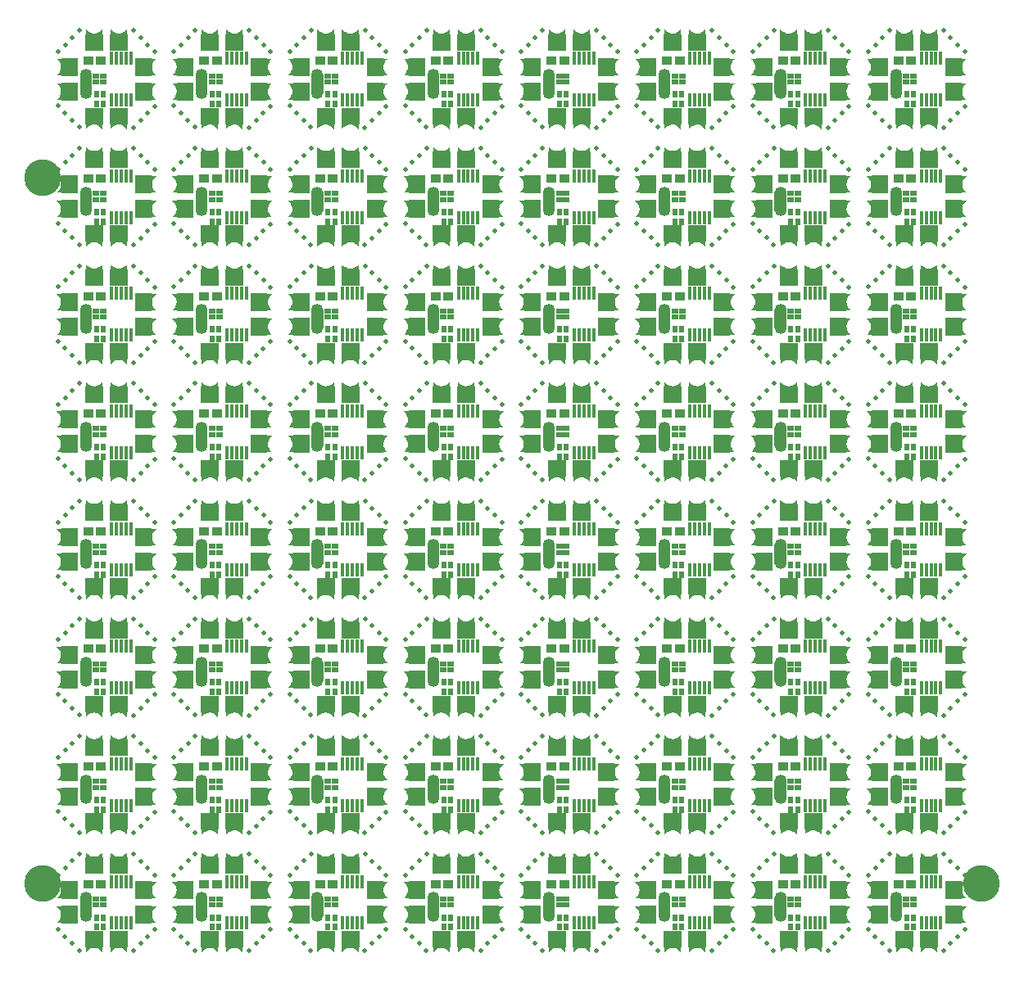
<source format=gbr>
G04 DipTrace 3.0.0.2*
G04 TopMask.gbr*
%MOIN*%
G04 #@! TF.FileFunction,Soldermask,Top*
G04 #@! TF.Part,Single*
%ADD22O,0.04843X0.046649*%
%ADD28R,0.015748X0.057087*%
%ADD31C,0.15*%
%ADD34C,0.019685*%
%ADD43R,0.023622X0.027559*%
%ADD47R,0.074803X0.070866*%
%ADD49R,0.070866X0.074803*%
%ADD51R,0.025591X0.019685*%
%ADD53R,0.043307X0.035433*%
%FSLAX26Y26*%
G04*
G70*
G90*
G75*
G01*
G04 TopMask*
%LPD*%
D53*
X638912Y746311D3*
X690093D3*
D51*
X699575Y660654D3*
Y685850D3*
X670047D3*
Y660654D3*
G36*
X915878Y655902D2*
X886746D1*
X886619Y588845D1*
X915878D1*
X908330Y595279D1*
X903317Y602435D1*
X899479Y610363D1*
X898316Y614563D1*
X897509Y620610D1*
Y624406D1*
X898316Y630168D1*
X899479Y634519D1*
X903317Y642447D1*
X907938Y649435D1*
X915878Y655902D1*
G37*
G36*
Y755900D2*
X886746D1*
X886619Y688843D1*
X915878D1*
X908330Y695277D1*
X903317Y702449D1*
X899479Y710361D1*
X898316Y714561D1*
X897509Y720608D1*
Y724404D1*
X898316Y730166D1*
X899479Y734517D1*
X903317Y742445D1*
X907938Y749433D1*
X915878Y755900D1*
G37*
D49*
X861811Y622441D3*
Y722441D3*
G36*
X728350Y468374D2*
Y497506D1*
X795407Y497633D1*
Y468374D1*
X788973Y475922D1*
X781817Y480935D1*
X773889Y484772D1*
X769689Y485936D1*
X763642Y486743D1*
X759846D1*
X754084Y485936D1*
X749733Y484772D1*
X741805Y480935D1*
X734817Y476314D1*
X728350Y468374D1*
G37*
G36*
X628352D2*
Y497506D1*
X695409Y497633D1*
Y468374D1*
X688975Y475922D1*
X681803Y480935D1*
X673891Y484772D1*
X669691Y485936D1*
X663644Y486743D1*
X659848D1*
X654086Y485936D1*
X649735Y484772D1*
X641807Y480935D1*
X634819Y476314D1*
X628352Y468374D1*
G37*
D47*
X761811Y522441D3*
X661811D3*
D22*
X628411Y615453D3*
G36*
X652030Y613880D2*
X604791D1*
Y691629D1*
X652030D1*
Y613880D1*
G37*
D22*
X628411Y691036D3*
G36*
X695272Y876508D2*
Y847376D1*
X628215Y847249D1*
Y876508D1*
X634649Y868960D1*
X641805Y863947D1*
X649733Y860109D1*
X653933Y858946D1*
X659980Y858139D1*
X663776D1*
X669538Y858946D1*
X673889Y860109D1*
X681817Y863947D1*
X688805Y868568D1*
X695272Y876508D1*
G37*
G36*
X795270D2*
Y847376D1*
X728213Y847249D1*
Y876508D1*
X734647Y868960D1*
X741819Y863947D1*
X749731Y860109D1*
X753931Y858946D1*
X759978Y858139D1*
X763774D1*
X769536Y858946D1*
X773887Y860109D1*
X781815Y863947D1*
X788803Y868568D1*
X795270Y876508D1*
G37*
D47*
X661811Y822441D3*
X761811D3*
G36*
X507744Y655902D2*
X536876D1*
X537003Y588845D1*
X507744D1*
X515292Y595279D1*
X520305Y602435D1*
X524143Y610363D1*
X525306Y614563D1*
X526113Y620610D1*
Y624406D1*
X525306Y630168D1*
X524143Y634519D1*
X520305Y642447D1*
X515684Y649435D1*
X507744Y655902D1*
G37*
G36*
Y755900D2*
X536876D1*
X537003Y688843D1*
X507744D1*
X515292Y695277D1*
X520305Y702449D1*
X524143Y710361D1*
X525306Y714561D1*
X526113Y720608D1*
Y724404D1*
X525306Y730166D1*
X524143Y734517D1*
X520305Y742445D1*
X515684Y749433D1*
X507744Y755900D1*
G37*
D49*
X561811Y622441D3*
Y722441D3*
D43*
X671031Y570756D3*
X698591D3*
Y610126D3*
X671031D3*
D28*
X731441Y587795D3*
X751126D3*
X770811D3*
X790496D3*
X810181D3*
Y757087D3*
X790496D3*
X770811D3*
X751126D3*
X731441D3*
D34*
X821767Y475629D3*
X600815Y476523D3*
X850459Y503875D3*
X572569Y505216D3*
X543380Y533675D3*
X515280Y562851D3*
X878918Y533064D3*
X908095Y561164D3*
X515542Y783764D3*
X544235Y812010D3*
X572694Y841199D3*
X601870Y869299D3*
X907936Y783002D3*
X879689Y811695D3*
X850500Y840155D3*
X822400Y869331D3*
D31*
X452756Y748031D3*
X4271654D3*
X452756Y3622047D3*
D53*
X1109778Y746311D3*
X1160959D3*
D51*
X1170441Y660654D3*
Y685850D3*
X1140913D3*
Y660654D3*
G36*
X1386744Y655902D2*
X1357612D1*
X1357485Y588845D1*
X1386744D1*
X1379196Y595279D1*
X1374183Y602435D1*
X1370346Y610363D1*
X1369182Y614563D1*
X1368375Y620610D1*
Y624406D1*
X1369182Y630168D1*
X1370346Y634519D1*
X1374183Y642447D1*
X1378804Y649435D1*
X1386744Y655902D1*
G37*
G36*
Y755900D2*
X1357612D1*
X1357485Y688843D1*
X1386744D1*
X1379196Y695277D1*
X1374183Y702449D1*
X1370346Y710361D1*
X1369182Y714561D1*
X1368375Y720608D1*
Y724404D1*
X1369182Y730166D1*
X1370346Y734517D1*
X1374183Y742445D1*
X1378804Y749433D1*
X1386744Y755900D1*
G37*
D49*
X1332677Y622441D3*
Y722441D3*
G36*
X1199216Y468374D2*
Y497506D1*
X1266273Y497633D1*
Y468374D1*
X1259839Y475922D1*
X1252683Y480935D1*
X1244755Y484772D1*
X1240555Y485936D1*
X1234508Y486743D1*
X1230712D1*
X1224950Y485936D1*
X1220599Y484772D1*
X1212671Y480935D1*
X1205683Y476314D1*
X1199216Y468374D1*
G37*
G36*
X1099218D2*
Y497506D1*
X1166275Y497633D1*
Y468374D1*
X1159841Y475922D1*
X1152669Y480935D1*
X1144757Y484772D1*
X1140557Y485936D1*
X1134510Y486743D1*
X1130714D1*
X1124952Y485936D1*
X1120602Y484772D1*
X1112673Y480935D1*
X1105685Y476314D1*
X1099218Y468374D1*
G37*
D47*
X1232677Y522441D3*
X1132677D3*
D22*
X1099277Y615453D3*
G36*
X1122897Y613880D2*
X1075657D1*
Y691629D1*
X1122897D1*
Y613880D1*
G37*
D22*
X1099277Y691036D3*
G36*
X1166139Y876508D2*
Y847376D1*
X1099081Y847249D1*
Y876508D1*
X1105515Y868960D1*
X1112671Y863947D1*
X1120599Y860109D1*
X1124799Y858946D1*
X1130846Y858139D1*
X1134643D1*
X1140404Y858946D1*
X1144755Y860109D1*
X1152683Y863947D1*
X1159671Y868568D1*
X1166139Y876508D1*
G37*
G36*
X1266136D2*
Y847376D1*
X1199079Y847249D1*
Y876508D1*
X1205513Y868960D1*
X1212686Y863947D1*
X1220597Y860109D1*
X1224797Y858946D1*
X1230844Y858139D1*
X1234640D1*
X1240402Y858946D1*
X1244753Y860109D1*
X1252681Y863947D1*
X1259669Y868568D1*
X1266136Y876508D1*
G37*
D47*
X1132677Y822441D3*
X1232677D3*
G36*
X978611Y655902D2*
X1007742D1*
X1007869Y588845D1*
X978611D1*
X986159Y595279D1*
X991171Y602435D1*
X995009Y610363D1*
X996173Y614563D1*
X996979Y620610D1*
Y624406D1*
X996173Y630168D1*
X995009Y634519D1*
X991171Y642447D1*
X986550Y649435D1*
X978611Y655902D1*
G37*
G36*
Y755900D2*
X1007742D1*
X1007869Y688843D1*
X978611D1*
X986159Y695277D1*
X991171Y702449D1*
X995009Y710361D1*
X996173Y714561D1*
X996979Y720608D1*
Y724404D1*
X996173Y730166D1*
X995009Y734517D1*
X991171Y742445D1*
X986550Y749433D1*
X978611Y755900D1*
G37*
D49*
X1032677Y622441D3*
Y722441D3*
D43*
X1141898Y570756D3*
X1169457D3*
Y610126D3*
X1141898D3*
D28*
X1202307Y587795D3*
X1221992D3*
X1241677D3*
X1261362D3*
X1281047D3*
Y757087D3*
X1261362D3*
X1241677D3*
X1221992D3*
X1202307D3*
D34*
X1292633Y475629D3*
X1071682Y476523D3*
X1321325Y503875D3*
X1043435Y505216D3*
X1014246Y533675D3*
X986146Y562851D3*
X1349784Y533064D3*
X1378961Y561164D3*
X986408Y783764D3*
X1015101Y812010D3*
X1043560Y841199D3*
X1072736Y869299D3*
X1378802Y783002D3*
X1350555Y811695D3*
X1321366Y840155D3*
X1293266Y869331D3*
D53*
X1580644Y746311D3*
X1631825D3*
D51*
X1641307Y660654D3*
Y685850D3*
X1611780D3*
Y660654D3*
G36*
X1857610Y655902D2*
X1828478D1*
X1828351Y588845D1*
X1857610D1*
X1850062Y595279D1*
X1845049Y602435D1*
X1841212Y610363D1*
X1840048Y614563D1*
X1839241Y620610D1*
Y624406D1*
X1840048Y630168D1*
X1841212Y634519D1*
X1845049Y642447D1*
X1849670Y649435D1*
X1857610Y655902D1*
G37*
G36*
Y755900D2*
X1828478D1*
X1828351Y688843D1*
X1857610D1*
X1850062Y695277D1*
X1845049Y702449D1*
X1841212Y710361D1*
X1840048Y714561D1*
X1839241Y720608D1*
Y724404D1*
X1840048Y730166D1*
X1841212Y734517D1*
X1845049Y742445D1*
X1849670Y749433D1*
X1857610Y755900D1*
G37*
D49*
X1803543Y622441D3*
Y722441D3*
G36*
X1670082Y468374D2*
Y497506D1*
X1737139Y497633D1*
Y468374D1*
X1730706Y475922D1*
X1723550Y480935D1*
X1715621Y484772D1*
X1711422Y485936D1*
X1705374Y486743D1*
X1701578D1*
X1695816Y485936D1*
X1691466Y484772D1*
X1683537Y480935D1*
X1676549Y476314D1*
X1670082Y468374D1*
G37*
G36*
X1570084D2*
Y497506D1*
X1637141Y497633D1*
Y468374D1*
X1630708Y475922D1*
X1623535Y480935D1*
X1615623Y484772D1*
X1611424Y485936D1*
X1605376Y486743D1*
X1601580D1*
X1595818Y485936D1*
X1591468Y484772D1*
X1583539Y480935D1*
X1576551Y476314D1*
X1570084Y468374D1*
G37*
D47*
X1703543Y522441D3*
X1603543D3*
D22*
X1570143Y615453D3*
G36*
X1593763Y613880D2*
X1546523D1*
Y691629D1*
X1593763D1*
Y613880D1*
G37*
D22*
X1570143Y691036D3*
G36*
X1637005Y876508D2*
Y847376D1*
X1569948Y847249D1*
Y876508D1*
X1576381Y868960D1*
X1583537Y863947D1*
X1591466Y860109D1*
X1595665Y858946D1*
X1601712Y858139D1*
X1605509D1*
X1611270Y858946D1*
X1615621Y860109D1*
X1623550Y863947D1*
X1630538Y868568D1*
X1637005Y876508D1*
G37*
G36*
X1737003D2*
Y847376D1*
X1669945Y847249D1*
Y876508D1*
X1676379Y868960D1*
X1683552Y863947D1*
X1691464Y860109D1*
X1695663Y858946D1*
X1701710Y858139D1*
X1705507D1*
X1711268Y858946D1*
X1715619Y860109D1*
X1723548Y863947D1*
X1730535Y868568D1*
X1737003Y876508D1*
G37*
D47*
X1603543Y822441D3*
X1703543D3*
G36*
X1449477Y655902D2*
X1478608D1*
X1478735Y588845D1*
X1449477D1*
X1457025Y595279D1*
X1462037Y602435D1*
X1465875Y610363D1*
X1467039Y614563D1*
X1467845Y620610D1*
Y624406D1*
X1467039Y630168D1*
X1465875Y634519D1*
X1462037Y642447D1*
X1457416Y649435D1*
X1449477Y655902D1*
G37*
G36*
Y755900D2*
X1478608D1*
X1478735Y688843D1*
X1449477D1*
X1457025Y695277D1*
X1462037Y702449D1*
X1465875Y710361D1*
X1467039Y714561D1*
X1467845Y720608D1*
Y724404D1*
X1467039Y730166D1*
X1465875Y734517D1*
X1462037Y742445D1*
X1457416Y749433D1*
X1449477Y755900D1*
G37*
D49*
X1503543Y622441D3*
Y722441D3*
D43*
X1612764Y570756D3*
X1640323D3*
Y610126D3*
X1612764D3*
D28*
X1673173Y587795D3*
X1692858D3*
X1712543D3*
X1732228D3*
X1751913D3*
Y757087D3*
X1732228D3*
X1712543D3*
X1692858D3*
X1673173D3*
D34*
X1763499Y475629D3*
X1542548Y476523D3*
X1792191Y503875D3*
X1514301Y505216D3*
X1485112Y533675D3*
X1457012Y562851D3*
X1820650Y533064D3*
X1849827Y561164D3*
X1457274Y783764D3*
X1485967Y812010D3*
X1514426Y841199D3*
X1543602Y869299D3*
X1849668Y783002D3*
X1821421Y811695D3*
X1792232Y840155D3*
X1764133Y869331D3*
D53*
X2051510Y746311D3*
X2102692D3*
D51*
X2112173Y660654D3*
Y685850D3*
X2082646D3*
Y660654D3*
G36*
X2328476Y655902D2*
X2299344D1*
X2299218Y588845D1*
X2328476D1*
X2320928Y595279D1*
X2315915Y602435D1*
X2312078Y610363D1*
X2310914Y614563D1*
X2310107Y620610D1*
Y624406D1*
X2310914Y630168D1*
X2312078Y634519D1*
X2315915Y642447D1*
X2320536Y649435D1*
X2328476Y655902D1*
G37*
G36*
Y755900D2*
X2299344D1*
X2299218Y688843D1*
X2328476D1*
X2320928Y695277D1*
X2315915Y702449D1*
X2312078Y710361D1*
X2310914Y714561D1*
X2310107Y720608D1*
Y724404D1*
X2310914Y730166D1*
X2312078Y734517D1*
X2315915Y742445D1*
X2320536Y749433D1*
X2328476Y755900D1*
G37*
D49*
X2274409Y622441D3*
Y722441D3*
G36*
X2140948Y468374D2*
Y497506D1*
X2208005Y497633D1*
Y468374D1*
X2201572Y475922D1*
X2194416Y480935D1*
X2186487Y484772D1*
X2182288Y485936D1*
X2176240Y486743D1*
X2172444D1*
X2166682Y485936D1*
X2162332Y484772D1*
X2154403Y480935D1*
X2147415Y476314D1*
X2140948Y468374D1*
G37*
G36*
X2040950D2*
Y497506D1*
X2108007Y497633D1*
Y468374D1*
X2101574Y475922D1*
X2094401Y480935D1*
X2086489Y484772D1*
X2082290Y485936D1*
X2076243Y486743D1*
X2072446D1*
X2066685Y485936D1*
X2062334Y484772D1*
X2054405Y480935D1*
X2047417Y476314D1*
X2040950Y468374D1*
G37*
D47*
X2174409Y522441D3*
X2074409D3*
D22*
X2041009Y615453D3*
G36*
X2064629Y613880D2*
X2017390D1*
Y691629D1*
X2064629D1*
Y613880D1*
G37*
D22*
X2041009Y691036D3*
G36*
X2107871Y876508D2*
Y847376D1*
X2040814Y847249D1*
Y876508D1*
X2047247Y868960D1*
X2054403Y863947D1*
X2062332Y860109D1*
X2066531Y858946D1*
X2072578Y858139D1*
X2076375D1*
X2082136Y858946D1*
X2086487Y860109D1*
X2094416Y863947D1*
X2101404Y868568D1*
X2107871Y876508D1*
G37*
G36*
X2207869D2*
Y847376D1*
X2140812Y847249D1*
Y876508D1*
X2147245Y868960D1*
X2154418Y863947D1*
X2162330Y860109D1*
X2166529Y858946D1*
X2172576Y858139D1*
X2176373D1*
X2182134Y858946D1*
X2186485Y860109D1*
X2194414Y863947D1*
X2201402Y868568D1*
X2207869Y876508D1*
G37*
D47*
X2074409Y822441D3*
X2174409D3*
G36*
X1920343Y655902D2*
X1949475D1*
X1949601Y588845D1*
X1920343D1*
X1927891Y595279D1*
X1932904Y602435D1*
X1936741Y610363D1*
X1937905Y614563D1*
X1938712Y620610D1*
Y624406D1*
X1937905Y630168D1*
X1936741Y634519D1*
X1932904Y642447D1*
X1928283Y649435D1*
X1920343Y655902D1*
G37*
G36*
Y755900D2*
X1949475D1*
X1949601Y688843D1*
X1920343D1*
X1927891Y695277D1*
X1932904Y702449D1*
X1936741Y710361D1*
X1937905Y714561D1*
X1938712Y720608D1*
Y724404D1*
X1937905Y730166D1*
X1936741Y734517D1*
X1932904Y742445D1*
X1928283Y749433D1*
X1920343Y755900D1*
G37*
D49*
X1974409Y622441D3*
Y722441D3*
D43*
X2083630Y570756D3*
X2111189D3*
Y610126D3*
X2083630D3*
D28*
X2144039Y587795D3*
X2163724D3*
X2183409D3*
X2203094D3*
X2222780D3*
Y757087D3*
X2203094D3*
X2183409D3*
X2163724D3*
X2144039D3*
D34*
X2234365Y475629D3*
X2013414Y476523D3*
X2263057Y503875D3*
X1985167Y505216D3*
X1955978Y533675D3*
X1927878Y562851D3*
X2291517Y533064D3*
X2320693Y561164D3*
X1928140Y783764D3*
X1956833Y812010D3*
X1985292Y841199D3*
X2014468Y869299D3*
X2320534Y783002D3*
X2292287Y811695D3*
X2263099Y840155D3*
X2234999Y869331D3*
D53*
X2522377Y746311D3*
X2573558D3*
D51*
X2583039Y660654D3*
Y685850D3*
X2553512D3*
Y660654D3*
G36*
X2799342Y655902D2*
X2770210D1*
X2770084Y588845D1*
X2799342D1*
X2791794Y595279D1*
X2786781Y602435D1*
X2782944Y610363D1*
X2781780Y614563D1*
X2780974Y620610D1*
Y624406D1*
X2781780Y630168D1*
X2782944Y634519D1*
X2786781Y642447D1*
X2791402Y649435D1*
X2799342Y655902D1*
G37*
G36*
Y755900D2*
X2770210D1*
X2770084Y688843D1*
X2799342D1*
X2791794Y695277D1*
X2786781Y702449D1*
X2782944Y710361D1*
X2781780Y714561D1*
X2780974Y720608D1*
Y724404D1*
X2781780Y730166D1*
X2782944Y734517D1*
X2786781Y742445D1*
X2791402Y749433D1*
X2799342Y755900D1*
G37*
D49*
X2745276Y622441D3*
Y722441D3*
G36*
X2611814Y468374D2*
Y497506D1*
X2678871Y497633D1*
Y468374D1*
X2672438Y475922D1*
X2665282Y480935D1*
X2657353Y484772D1*
X2653154Y485936D1*
X2647107Y486743D1*
X2643310D1*
X2637549Y485936D1*
X2633198Y484772D1*
X2625269Y480935D1*
X2618281Y476314D1*
X2611814Y468374D1*
G37*
G36*
X2511816D2*
Y497506D1*
X2578873Y497633D1*
Y468374D1*
X2572440Y475922D1*
X2565267Y480935D1*
X2557355Y484772D1*
X2553156Y485936D1*
X2547109Y486743D1*
X2543312D1*
X2537551Y485936D1*
X2533200Y484772D1*
X2525271Y480935D1*
X2518283Y476314D1*
X2511816Y468374D1*
G37*
D47*
X2645276Y522441D3*
X2545276D3*
D22*
X2511875Y615453D3*
G36*
X2535495Y613880D2*
X2488256D1*
Y691629D1*
X2535495D1*
Y613880D1*
G37*
D22*
X2511875Y691036D3*
G36*
X2578737Y876508D2*
Y847376D1*
X2511680Y847249D1*
Y876508D1*
X2518113Y868960D1*
X2525269Y863947D1*
X2533198Y860109D1*
X2537397Y858946D1*
X2543445Y858139D1*
X2547241D1*
X2553003Y858946D1*
X2557353Y860109D1*
X2565282Y863947D1*
X2572270Y868568D1*
X2578737Y876508D1*
G37*
G36*
X2678735D2*
Y847376D1*
X2611678Y847249D1*
Y876508D1*
X2618111Y868960D1*
X2625284Y863947D1*
X2633196Y860109D1*
X2637395Y858946D1*
X2643443Y858139D1*
X2647239D1*
X2653001Y858946D1*
X2657351Y860109D1*
X2665280Y863947D1*
X2672268Y868568D1*
X2678735Y876508D1*
G37*
D47*
X2545276Y822441D3*
X2645276D3*
G36*
X2391209Y655902D2*
X2420341D1*
X2420467Y588845D1*
X2391209D1*
X2398757Y595279D1*
X2403770Y602435D1*
X2407607Y610363D1*
X2408771Y614563D1*
X2409578Y620610D1*
Y624406D1*
X2408771Y630168D1*
X2407607Y634519D1*
X2403770Y642447D1*
X2399149Y649435D1*
X2391209Y655902D1*
G37*
G36*
Y755900D2*
X2420341D1*
X2420467Y688843D1*
X2391209D1*
X2398757Y695277D1*
X2403770Y702449D1*
X2407607Y710361D1*
X2408771Y714561D1*
X2409578Y720608D1*
Y724404D1*
X2408771Y730166D1*
X2407607Y734517D1*
X2403770Y742445D1*
X2399149Y749433D1*
X2391209Y755900D1*
G37*
D49*
X2445276Y622441D3*
Y722441D3*
D43*
X2554496Y570756D3*
X2582055D3*
Y610126D3*
X2554496D3*
D28*
X2614906Y587795D3*
X2634591D3*
X2654276D3*
X2673961D3*
X2693646D3*
Y757087D3*
X2673961D3*
X2654276D3*
X2634591D3*
X2614906D3*
D34*
X2705232Y475629D3*
X2484280Y476523D3*
X2733923Y503875D3*
X2456033Y505216D3*
X2426844Y533675D3*
X2398745Y562851D3*
X2762383Y533064D3*
X2791559Y561164D3*
X2399006Y783764D3*
X2427699Y812010D3*
X2456158Y841199D3*
X2485334Y869299D3*
X2791400Y783002D3*
X2763154Y811695D3*
X2733965Y840155D3*
X2705865Y869331D3*
D53*
X2993243Y746311D3*
X3044424D3*
D51*
X3053906Y660654D3*
Y685850D3*
X3024378D3*
Y660654D3*
G36*
X3270208Y655902D2*
X3241077D1*
X3240950Y588845D1*
X3270208D1*
X3262660Y595279D1*
X3257648Y602435D1*
X3253810Y610363D1*
X3252646Y614563D1*
X3251840Y620610D1*
Y624406D1*
X3252646Y630168D1*
X3253810Y634519D1*
X3257648Y642447D1*
X3262269Y649435D1*
X3270208Y655902D1*
G37*
G36*
Y755900D2*
X3241077D1*
X3240950Y688843D1*
X3270208D1*
X3262660Y695277D1*
X3257648Y702449D1*
X3253810Y710361D1*
X3252646Y714561D1*
X3251840Y720608D1*
Y724404D1*
X3252646Y730166D1*
X3253810Y734517D1*
X3257648Y742445D1*
X3262269Y749433D1*
X3270208Y755900D1*
G37*
D49*
X3216142Y622441D3*
Y722441D3*
G36*
X3082680Y468374D2*
Y497506D1*
X3149738Y497633D1*
Y468374D1*
X3143304Y475922D1*
X3136148Y480935D1*
X3128219Y484772D1*
X3124020Y485936D1*
X3117973Y486743D1*
X3114176D1*
X3108415Y485936D1*
X3104064Y484772D1*
X3096135Y480935D1*
X3089148Y476314D1*
X3082680Y468374D1*
G37*
G36*
X2982682D2*
Y497506D1*
X3049740Y497633D1*
Y468374D1*
X3043306Y475922D1*
X3036133Y480935D1*
X3028222Y484772D1*
X3024022Y485936D1*
X3017975Y486743D1*
X3014178D1*
X3008417Y485936D1*
X3004066Y484772D1*
X2996138Y480935D1*
X2989150Y476314D1*
X2982682Y468374D1*
G37*
D47*
X3116142Y522441D3*
X3016142D3*
D22*
X2982741Y615453D3*
G36*
X3006361Y613880D2*
X2959122D1*
Y691629D1*
X3006361D1*
Y613880D1*
G37*
D22*
X2982741Y691036D3*
G36*
X3049603Y876508D2*
Y847376D1*
X2982546Y847249D1*
Y876508D1*
X2988980Y868960D1*
X2996135Y863947D1*
X3004064Y860109D1*
X3008264Y858946D1*
X3014311Y858139D1*
X3018107D1*
X3023869Y858946D1*
X3028219Y860109D1*
X3036148Y863947D1*
X3043136Y868568D1*
X3049603Y876508D1*
G37*
G36*
X3149601D2*
Y847376D1*
X3082544Y847249D1*
Y876508D1*
X3088977Y868960D1*
X3096150Y863947D1*
X3104062Y860109D1*
X3108261Y858946D1*
X3114309Y858139D1*
X3118105D1*
X3123867Y858946D1*
X3128217Y860109D1*
X3136146Y863947D1*
X3143134Y868568D1*
X3149601Y876508D1*
G37*
D47*
X3016142Y822441D3*
X3116142D3*
G36*
X2862075Y655902D2*
X2891207D1*
X2891334Y588845D1*
X2862075D1*
X2869623Y595279D1*
X2874636Y602435D1*
X2878473Y610363D1*
X2879637Y614563D1*
X2880444Y620610D1*
Y624406D1*
X2879637Y630168D1*
X2878473Y634519D1*
X2874636Y642447D1*
X2870015Y649435D1*
X2862075Y655902D1*
G37*
G36*
Y755900D2*
X2891207D1*
X2891334Y688843D1*
X2862075D1*
X2869623Y695277D1*
X2874636Y702449D1*
X2878473Y710361D1*
X2879637Y714561D1*
X2880444Y720608D1*
Y724404D1*
X2879637Y730166D1*
X2878473Y734517D1*
X2874636Y742445D1*
X2870015Y749433D1*
X2862075Y755900D1*
G37*
D49*
X2916142Y622441D3*
Y722441D3*
D43*
X3025362Y570756D3*
X3052921D3*
Y610126D3*
X3025362D3*
D28*
X3085772Y587795D3*
X3105457D3*
X3125142D3*
X3144827D3*
X3164512D3*
Y757087D3*
X3144827D3*
X3125142D3*
X3105457D3*
X3085772D3*
D34*
X3176098Y475629D3*
X2955146Y476523D3*
X3204790Y503875D3*
X2926899Y505216D3*
X2897710Y533675D3*
X2869611Y562851D3*
X3233249Y533064D3*
X3262425Y561164D3*
X2869872Y783764D3*
X2898565Y812010D3*
X2927025Y841199D3*
X2956200Y869299D3*
X3262266Y783002D3*
X3234020Y811695D3*
X3204831Y840155D3*
X3176731Y869331D3*
D53*
X3464109Y746311D3*
X3515290D3*
D51*
X3524772Y660654D3*
Y685850D3*
X3495244D3*
Y660654D3*
G36*
X3741074Y655902D2*
X3711943D1*
X3711816Y588845D1*
X3741074D1*
X3733526Y595279D1*
X3728514Y602435D1*
X3724676Y610363D1*
X3723512Y614563D1*
X3722706Y620610D1*
Y624406D1*
X3723512Y630168D1*
X3724676Y634519D1*
X3728514Y642447D1*
X3733135Y649435D1*
X3741074Y655902D1*
G37*
G36*
Y755900D2*
X3711943D1*
X3711816Y688843D1*
X3741074D1*
X3733526Y695277D1*
X3728514Y702449D1*
X3724676Y710361D1*
X3723512Y714561D1*
X3722706Y720608D1*
Y724404D1*
X3723512Y730166D1*
X3724676Y734517D1*
X3728514Y742445D1*
X3733135Y749433D1*
X3741074Y755900D1*
G37*
D49*
X3687008Y622441D3*
Y722441D3*
G36*
X3553546Y468374D2*
Y497506D1*
X3620604Y497633D1*
Y468374D1*
X3614170Y475922D1*
X3607014Y480935D1*
X3599086Y484772D1*
X3594886Y485936D1*
X3588839Y486743D1*
X3585043D1*
X3579281Y485936D1*
X3574930Y484772D1*
X3567002Y480935D1*
X3560014Y476314D1*
X3553546Y468374D1*
G37*
G36*
X3453549D2*
Y497506D1*
X3520606Y497633D1*
Y468374D1*
X3514172Y475922D1*
X3506999Y480935D1*
X3499088Y484772D1*
X3494888Y485936D1*
X3488841Y486743D1*
X3485045D1*
X3479283Y485936D1*
X3474932Y484772D1*
X3467004Y480935D1*
X3460016Y476314D1*
X3453549Y468374D1*
G37*
D47*
X3587008Y522441D3*
X3487008D3*
D22*
X3453608Y615453D3*
G36*
X3477227Y613880D2*
X3429988D1*
Y691629D1*
X3477227D1*
Y613880D1*
G37*
D22*
X3453608Y691036D3*
G36*
X3520469Y876508D2*
Y847376D1*
X3453412Y847249D1*
Y876508D1*
X3459846Y868960D1*
X3467002Y863947D1*
X3474930Y860109D1*
X3479130Y858946D1*
X3485177Y858139D1*
X3488973D1*
X3494735Y858946D1*
X3499086Y860109D1*
X3507014Y863947D1*
X3514002Y868568D1*
X3520469Y876508D1*
G37*
G36*
X3620467D2*
Y847376D1*
X3553410Y847249D1*
Y876508D1*
X3559844Y868960D1*
X3567016Y863947D1*
X3574928Y860109D1*
X3579128Y858946D1*
X3585175Y858139D1*
X3588971D1*
X3594733Y858946D1*
X3599083Y860109D1*
X3607012Y863947D1*
X3614000Y868568D1*
X3620467Y876508D1*
G37*
D47*
X3487008Y822441D3*
X3587008D3*
G36*
X3332941Y655902D2*
X3362073D1*
X3362200Y588845D1*
X3332941D1*
X3340489Y595279D1*
X3345502Y602435D1*
X3349339Y610363D1*
X3350503Y614563D1*
X3351310Y620610D1*
Y624406D1*
X3350503Y630168D1*
X3349339Y634519D1*
X3345502Y642447D1*
X3340881Y649435D1*
X3332941Y655902D1*
G37*
G36*
Y755900D2*
X3362073D1*
X3362200Y688843D1*
X3332941D1*
X3340489Y695277D1*
X3345502Y702449D1*
X3349339Y710361D1*
X3350503Y714561D1*
X3351310Y720608D1*
Y724404D1*
X3350503Y730166D1*
X3349339Y734517D1*
X3345502Y742445D1*
X3340881Y749433D1*
X3332941Y755900D1*
G37*
D49*
X3387008Y622441D3*
Y722441D3*
D43*
X3496228Y570756D3*
X3523787D3*
Y610126D3*
X3496228D3*
D28*
X3556638Y587795D3*
X3576323D3*
X3596008D3*
X3615693D3*
X3635378D3*
Y757087D3*
X3615693D3*
X3596008D3*
X3576323D3*
X3556638D3*
D34*
X3646964Y475629D3*
X3426012Y476523D3*
X3675656Y503875D3*
X3397766Y505216D3*
X3368577Y533675D3*
X3340477Y562851D3*
X3704115Y533064D3*
X3733291Y561164D3*
X3340739Y783764D3*
X3369431Y812010D3*
X3397891Y841199D3*
X3427067Y869299D3*
X3733133Y783002D3*
X3704886Y811695D3*
X3675697Y840155D3*
X3647597Y869331D3*
D53*
X3934975Y746311D3*
X3986156D3*
D51*
X3995638Y660654D3*
Y685850D3*
X3966110D3*
Y660654D3*
G36*
X4211941Y655902D2*
X4182809D1*
X4182682Y588845D1*
X4211941D1*
X4204393Y595279D1*
X4199380Y602435D1*
X4195542Y610363D1*
X4194379Y614563D1*
X4193572Y620610D1*
Y624406D1*
X4194379Y630168D1*
X4195542Y634519D1*
X4199380Y642447D1*
X4204001Y649435D1*
X4211941Y655902D1*
G37*
G36*
Y755900D2*
X4182809D1*
X4182682Y688843D1*
X4211941D1*
X4204393Y695277D1*
X4199380Y702449D1*
X4195542Y710361D1*
X4194379Y714561D1*
X4193572Y720608D1*
Y724404D1*
X4194379Y730166D1*
X4195542Y734517D1*
X4199380Y742445D1*
X4204001Y749433D1*
X4211941Y755900D1*
G37*
D49*
X4157874Y622441D3*
Y722441D3*
G36*
X4024413Y468374D2*
Y497506D1*
X4091470Y497633D1*
Y468374D1*
X4085036Y475922D1*
X4077880Y480935D1*
X4069952Y484772D1*
X4065752Y485936D1*
X4059705Y486743D1*
X4055909D1*
X4050147Y485936D1*
X4045796Y484772D1*
X4037868Y480935D1*
X4030880Y476314D1*
X4024413Y468374D1*
G37*
G36*
X3924415D2*
Y497506D1*
X3991472Y497633D1*
Y468374D1*
X3985038Y475922D1*
X3977866Y480935D1*
X3969954Y484772D1*
X3965754Y485936D1*
X3959707Y486743D1*
X3955911D1*
X3950149Y485936D1*
X3945798Y484772D1*
X3937870Y480935D1*
X3930882Y476314D1*
X3924415Y468374D1*
G37*
D47*
X4057874Y522441D3*
X3957874D3*
D22*
X3924474Y615453D3*
G36*
X3948093Y613880D2*
X3900854D1*
Y691629D1*
X3948093D1*
Y613880D1*
G37*
D22*
X3924474Y691036D3*
G36*
X3991335Y876508D2*
Y847376D1*
X3924278Y847249D1*
Y876508D1*
X3930712Y868960D1*
X3937868Y863947D1*
X3945796Y860109D1*
X3949996Y858946D1*
X3956043Y858139D1*
X3959839D1*
X3965601Y858946D1*
X3969952Y860109D1*
X3977880Y863947D1*
X3984868Y868568D1*
X3991335Y876508D1*
G37*
G36*
X4091333D2*
Y847376D1*
X4024276Y847249D1*
Y876508D1*
X4030710Y868960D1*
X4037882Y863947D1*
X4045794Y860109D1*
X4049994Y858946D1*
X4056041Y858139D1*
X4059837D1*
X4065599Y858946D1*
X4069950Y860109D1*
X4077878Y863947D1*
X4084866Y868568D1*
X4091333Y876508D1*
G37*
D47*
X3957874Y822441D3*
X4057874D3*
G36*
X3803807Y655902D2*
X3832939D1*
X3833066Y588845D1*
X3803807D1*
X3811355Y595279D1*
X3816368Y602435D1*
X3820206Y610363D1*
X3821369Y614563D1*
X3822176Y620610D1*
Y624406D1*
X3821369Y630168D1*
X3820206Y634519D1*
X3816368Y642447D1*
X3811747Y649435D1*
X3803807Y655902D1*
G37*
G36*
Y755900D2*
X3832939D1*
X3833066Y688843D1*
X3803807D1*
X3811355Y695277D1*
X3816368Y702449D1*
X3820206Y710361D1*
X3821369Y714561D1*
X3822176Y720608D1*
Y724404D1*
X3821369Y730166D1*
X3820206Y734517D1*
X3816368Y742445D1*
X3811747Y749433D1*
X3803807Y755900D1*
G37*
D49*
X3857874Y622441D3*
Y722441D3*
D43*
X3967094Y570756D3*
X3994654D3*
Y610126D3*
X3967094D3*
D28*
X4027504Y587795D3*
X4047189D3*
X4066874D3*
X4086559D3*
X4106244D3*
Y757087D3*
X4086559D3*
X4066874D3*
X4047189D3*
X4027504D3*
D34*
X4117830Y475629D3*
X3896878Y476523D3*
X4146522Y503875D3*
X3868632Y505216D3*
X3839443Y533675D3*
X3811343Y562851D3*
X4174981Y533064D3*
X4204158Y561164D3*
X3811605Y783764D3*
X3840298Y812010D3*
X3868757Y841199D3*
X3897933Y869299D3*
X4203999Y783002D3*
X4175752Y811695D3*
X4146563Y840155D3*
X4118463Y869331D3*
D53*
X638912Y1225051D3*
X690093D3*
D51*
X699575Y1139394D3*
Y1164591D3*
X670047D3*
Y1139394D3*
G36*
X915878Y1134643D2*
X886746D1*
X886619Y1067585D1*
X915878D1*
X908330Y1074019D1*
X903317Y1081175D1*
X899479Y1089103D1*
X898316Y1093303D1*
X897509Y1099350D1*
Y1103146D1*
X898316Y1108908D1*
X899479Y1113259D1*
X903317Y1121187D1*
X907938Y1128175D1*
X915878Y1134643D1*
G37*
G36*
Y1234640D2*
X886746D1*
X886619Y1167583D1*
X915878D1*
X908330Y1174017D1*
X903317Y1181190D1*
X899479Y1189101D1*
X898316Y1193301D1*
X897509Y1199348D1*
Y1203144D1*
X898316Y1208906D1*
X899479Y1213257D1*
X903317Y1221185D1*
X907938Y1228173D1*
X915878Y1234640D1*
G37*
D49*
X861811Y1101181D3*
Y1201181D3*
G36*
X728350Y947115D2*
Y976246D1*
X795407Y976373D1*
Y947115D1*
X788973Y954662D1*
X781817Y959675D1*
X773889Y963513D1*
X769689Y964677D1*
X763642Y965483D1*
X759846D1*
X754084Y964677D1*
X749733Y963513D1*
X741805Y959675D1*
X734817Y955054D1*
X728350Y947115D1*
G37*
G36*
X628352D2*
Y976246D1*
X695409Y976373D1*
Y947115D1*
X688975Y954662D1*
X681803Y959675D1*
X673891Y963513D1*
X669691Y964677D1*
X663644Y965483D1*
X659848D1*
X654086Y964677D1*
X649735Y963513D1*
X641807Y959675D1*
X634819Y955054D1*
X628352Y947115D1*
G37*
D47*
X761811Y1001181D3*
X661811D3*
D22*
X628411Y1094193D3*
G36*
X652030Y1092620D2*
X604791D1*
Y1170369D1*
X652030D1*
Y1092620D1*
G37*
D22*
X628411Y1169776D3*
G36*
X695272Y1355248D2*
Y1326116D1*
X628215Y1325989D1*
Y1355248D1*
X634649Y1347700D1*
X641805Y1342687D1*
X649733Y1338850D1*
X653933Y1337686D1*
X659980Y1336879D1*
X663776D1*
X669538Y1337686D1*
X673889Y1338850D1*
X681817Y1342687D1*
X688805Y1347308D1*
X695272Y1355248D1*
G37*
G36*
X795270D2*
Y1326116D1*
X728213Y1325989D1*
Y1355248D1*
X734647Y1347700D1*
X741819Y1342687D1*
X749731Y1338850D1*
X753931Y1337686D1*
X759978Y1336879D1*
X763774D1*
X769536Y1337686D1*
X773887Y1338850D1*
X781815Y1342687D1*
X788803Y1347308D1*
X795270Y1355248D1*
G37*
D47*
X661811Y1301181D3*
X761811D3*
G36*
X507744Y1134643D2*
X536876D1*
X537003Y1067585D1*
X507744D1*
X515292Y1074019D1*
X520305Y1081175D1*
X524143Y1089103D1*
X525306Y1093303D1*
X526113Y1099350D1*
Y1103146D1*
X525306Y1108908D1*
X524143Y1113259D1*
X520305Y1121187D1*
X515684Y1128175D1*
X507744Y1134643D1*
G37*
G36*
Y1234640D2*
X536876D1*
X537003Y1167583D1*
X507744D1*
X515292Y1174017D1*
X520305Y1181190D1*
X524143Y1189101D1*
X525306Y1193301D1*
X526113Y1199348D1*
Y1203144D1*
X525306Y1208906D1*
X524143Y1213257D1*
X520305Y1221185D1*
X515684Y1228173D1*
X507744Y1234640D1*
G37*
D49*
X561811Y1101181D3*
Y1201181D3*
D43*
X671031Y1049496D3*
X698591D3*
Y1088866D3*
X671031D3*
D28*
X731441Y1066535D3*
X751126D3*
X770811D3*
X790496D3*
X810181D3*
Y1235827D3*
X790496D3*
X770811D3*
X751126D3*
X731441D3*
D34*
X821767Y954369D3*
X600815Y955263D3*
X850459Y982615D3*
X572569Y983956D3*
X543380Y1012415D3*
X515280Y1041591D3*
X878918Y1011804D3*
X908095Y1039904D3*
X515542Y1262504D3*
X544235Y1290750D3*
X572694Y1319939D3*
X601870Y1348039D3*
X907936Y1261743D3*
X879689Y1290436D3*
X850500Y1318895D3*
X822400Y1348071D3*
D53*
X1109778Y1225051D3*
X1160959D3*
D51*
X1170441Y1139394D3*
Y1164591D3*
X1140913D3*
Y1139394D3*
G36*
X1386744Y1134643D2*
X1357612D1*
X1357485Y1067585D1*
X1386744D1*
X1379196Y1074019D1*
X1374183Y1081175D1*
X1370346Y1089103D1*
X1369182Y1093303D1*
X1368375Y1099350D1*
Y1103146D1*
X1369182Y1108908D1*
X1370346Y1113259D1*
X1374183Y1121187D1*
X1378804Y1128175D1*
X1386744Y1134643D1*
G37*
G36*
Y1234640D2*
X1357612D1*
X1357485Y1167583D1*
X1386744D1*
X1379196Y1174017D1*
X1374183Y1181190D1*
X1370346Y1189101D1*
X1369182Y1193301D1*
X1368375Y1199348D1*
Y1203144D1*
X1369182Y1208906D1*
X1370346Y1213257D1*
X1374183Y1221185D1*
X1378804Y1228173D1*
X1386744Y1234640D1*
G37*
D49*
X1332677Y1101181D3*
Y1201181D3*
G36*
X1199216Y947115D2*
Y976246D1*
X1266273Y976373D1*
Y947115D1*
X1259839Y954662D1*
X1252683Y959675D1*
X1244755Y963513D1*
X1240555Y964677D1*
X1234508Y965483D1*
X1230712D1*
X1224950Y964677D1*
X1220599Y963513D1*
X1212671Y959675D1*
X1205683Y955054D1*
X1199216Y947115D1*
G37*
G36*
X1099218D2*
Y976246D1*
X1166275Y976373D1*
Y947115D1*
X1159841Y954662D1*
X1152669Y959675D1*
X1144757Y963513D1*
X1140557Y964677D1*
X1134510Y965483D1*
X1130714D1*
X1124952Y964677D1*
X1120602Y963513D1*
X1112673Y959675D1*
X1105685Y955054D1*
X1099218Y947115D1*
G37*
D47*
X1232677Y1001181D3*
X1132677D3*
D22*
X1099277Y1094193D3*
G36*
X1122897Y1092620D2*
X1075657D1*
Y1170369D1*
X1122897D1*
Y1092620D1*
G37*
D22*
X1099277Y1169776D3*
G36*
X1166139Y1355248D2*
Y1326116D1*
X1099081Y1325989D1*
Y1355248D1*
X1105515Y1347700D1*
X1112671Y1342687D1*
X1120599Y1338850D1*
X1124799Y1337686D1*
X1130846Y1336879D1*
X1134643D1*
X1140404Y1337686D1*
X1144755Y1338850D1*
X1152683Y1342687D1*
X1159671Y1347308D1*
X1166139Y1355248D1*
G37*
G36*
X1266136D2*
Y1326116D1*
X1199079Y1325989D1*
Y1355248D1*
X1205513Y1347700D1*
X1212686Y1342687D1*
X1220597Y1338850D1*
X1224797Y1337686D1*
X1230844Y1336879D1*
X1234640D1*
X1240402Y1337686D1*
X1244753Y1338850D1*
X1252681Y1342687D1*
X1259669Y1347308D1*
X1266136Y1355248D1*
G37*
D47*
X1132677Y1301181D3*
X1232677D3*
G36*
X978611Y1134643D2*
X1007742D1*
X1007869Y1067585D1*
X978611D1*
X986159Y1074019D1*
X991171Y1081175D1*
X995009Y1089103D1*
X996173Y1093303D1*
X996979Y1099350D1*
Y1103146D1*
X996173Y1108908D1*
X995009Y1113259D1*
X991171Y1121187D1*
X986550Y1128175D1*
X978611Y1134643D1*
G37*
G36*
Y1234640D2*
X1007742D1*
X1007869Y1167583D1*
X978611D1*
X986159Y1174017D1*
X991171Y1181190D1*
X995009Y1189101D1*
X996173Y1193301D1*
X996979Y1199348D1*
Y1203144D1*
X996173Y1208906D1*
X995009Y1213257D1*
X991171Y1221185D1*
X986550Y1228173D1*
X978611Y1234640D1*
G37*
D49*
X1032677Y1101181D3*
Y1201181D3*
D43*
X1141898Y1049496D3*
X1169457D3*
Y1088866D3*
X1141898D3*
D28*
X1202307Y1066535D3*
X1221992D3*
X1241677D3*
X1261362D3*
X1281047D3*
Y1235827D3*
X1261362D3*
X1241677D3*
X1221992D3*
X1202307D3*
D34*
X1292633Y954369D3*
X1071682Y955263D3*
X1321325Y982615D3*
X1043435Y983956D3*
X1014246Y1012415D3*
X986146Y1041591D3*
X1349784Y1011804D3*
X1378961Y1039904D3*
X986408Y1262504D3*
X1015101Y1290750D3*
X1043560Y1319939D3*
X1072736Y1348039D3*
X1378802Y1261743D3*
X1350555Y1290436D3*
X1321366Y1318895D3*
X1293266Y1348071D3*
D53*
X1580644Y1225051D3*
X1631825D3*
D51*
X1641307Y1139394D3*
Y1164591D3*
X1611780D3*
Y1139394D3*
G36*
X1857610Y1134643D2*
X1828478D1*
X1828351Y1067585D1*
X1857610D1*
X1850062Y1074019D1*
X1845049Y1081175D1*
X1841212Y1089103D1*
X1840048Y1093303D1*
X1839241Y1099350D1*
Y1103146D1*
X1840048Y1108908D1*
X1841212Y1113259D1*
X1845049Y1121187D1*
X1849670Y1128175D1*
X1857610Y1134643D1*
G37*
G36*
Y1234640D2*
X1828478D1*
X1828351Y1167583D1*
X1857610D1*
X1850062Y1174017D1*
X1845049Y1181190D1*
X1841212Y1189101D1*
X1840048Y1193301D1*
X1839241Y1199348D1*
Y1203144D1*
X1840048Y1208906D1*
X1841212Y1213257D1*
X1845049Y1221185D1*
X1849670Y1228173D1*
X1857610Y1234640D1*
G37*
D49*
X1803543Y1101181D3*
Y1201181D3*
G36*
X1670082Y947115D2*
Y976246D1*
X1737139Y976373D1*
Y947115D1*
X1730706Y954662D1*
X1723550Y959675D1*
X1715621Y963513D1*
X1711422Y964677D1*
X1705374Y965483D1*
X1701578D1*
X1695816Y964677D1*
X1691466Y963513D1*
X1683537Y959675D1*
X1676549Y955054D1*
X1670082Y947115D1*
G37*
G36*
X1570084D2*
Y976246D1*
X1637141Y976373D1*
Y947115D1*
X1630708Y954662D1*
X1623535Y959675D1*
X1615623Y963513D1*
X1611424Y964677D1*
X1605376Y965483D1*
X1601580D1*
X1595818Y964677D1*
X1591468Y963513D1*
X1583539Y959675D1*
X1576551Y955054D1*
X1570084Y947115D1*
G37*
D47*
X1703543Y1001181D3*
X1603543D3*
D22*
X1570143Y1094193D3*
G36*
X1593763Y1092620D2*
X1546523D1*
Y1170369D1*
X1593763D1*
Y1092620D1*
G37*
D22*
X1570143Y1169776D3*
G36*
X1637005Y1355248D2*
Y1326116D1*
X1569948Y1325989D1*
Y1355248D1*
X1576381Y1347700D1*
X1583537Y1342687D1*
X1591466Y1338850D1*
X1595665Y1337686D1*
X1601712Y1336879D1*
X1605509D1*
X1611270Y1337686D1*
X1615621Y1338850D1*
X1623550Y1342687D1*
X1630538Y1347308D1*
X1637005Y1355248D1*
G37*
G36*
X1737003D2*
Y1326116D1*
X1669945Y1325989D1*
Y1355248D1*
X1676379Y1347700D1*
X1683552Y1342687D1*
X1691464Y1338850D1*
X1695663Y1337686D1*
X1701710Y1336879D1*
X1705507D1*
X1711268Y1337686D1*
X1715619Y1338850D1*
X1723548Y1342687D1*
X1730535Y1347308D1*
X1737003Y1355248D1*
G37*
D47*
X1603543Y1301181D3*
X1703543D3*
G36*
X1449477Y1134643D2*
X1478608D1*
X1478735Y1067585D1*
X1449477D1*
X1457025Y1074019D1*
X1462037Y1081175D1*
X1465875Y1089103D1*
X1467039Y1093303D1*
X1467845Y1099350D1*
Y1103146D1*
X1467039Y1108908D1*
X1465875Y1113259D1*
X1462037Y1121187D1*
X1457416Y1128175D1*
X1449477Y1134643D1*
G37*
G36*
Y1234640D2*
X1478608D1*
X1478735Y1167583D1*
X1449477D1*
X1457025Y1174017D1*
X1462037Y1181190D1*
X1465875Y1189101D1*
X1467039Y1193301D1*
X1467845Y1199348D1*
Y1203144D1*
X1467039Y1208906D1*
X1465875Y1213257D1*
X1462037Y1221185D1*
X1457416Y1228173D1*
X1449477Y1234640D1*
G37*
D49*
X1503543Y1101181D3*
Y1201181D3*
D43*
X1612764Y1049496D3*
X1640323D3*
Y1088866D3*
X1612764D3*
D28*
X1673173Y1066535D3*
X1692858D3*
X1712543D3*
X1732228D3*
X1751913D3*
Y1235827D3*
X1732228D3*
X1712543D3*
X1692858D3*
X1673173D3*
D34*
X1763499Y954369D3*
X1542548Y955263D3*
X1792191Y982615D3*
X1514301Y983956D3*
X1485112Y1012415D3*
X1457012Y1041591D3*
X1820650Y1011804D3*
X1849827Y1039904D3*
X1457274Y1262504D3*
X1485967Y1290750D3*
X1514426Y1319939D3*
X1543602Y1348039D3*
X1849668Y1261743D3*
X1821421Y1290436D3*
X1792232Y1318895D3*
X1764133Y1348071D3*
D53*
X2051510Y1225051D3*
X2102692D3*
D51*
X2112173Y1139394D3*
Y1164591D3*
X2082646D3*
Y1139394D3*
G36*
X2328476Y1134643D2*
X2299344D1*
X2299218Y1067585D1*
X2328476D1*
X2320928Y1074019D1*
X2315915Y1081175D1*
X2312078Y1089103D1*
X2310914Y1093303D1*
X2310107Y1099350D1*
Y1103146D1*
X2310914Y1108908D1*
X2312078Y1113259D1*
X2315915Y1121187D1*
X2320536Y1128175D1*
X2328476Y1134643D1*
G37*
G36*
Y1234640D2*
X2299344D1*
X2299218Y1167583D1*
X2328476D1*
X2320928Y1174017D1*
X2315915Y1181190D1*
X2312078Y1189101D1*
X2310914Y1193301D1*
X2310107Y1199348D1*
Y1203144D1*
X2310914Y1208906D1*
X2312078Y1213257D1*
X2315915Y1221185D1*
X2320536Y1228173D1*
X2328476Y1234640D1*
G37*
D49*
X2274409Y1101181D3*
Y1201181D3*
G36*
X2140948Y947115D2*
Y976246D1*
X2208005Y976373D1*
Y947115D1*
X2201572Y954662D1*
X2194416Y959675D1*
X2186487Y963513D1*
X2182288Y964677D1*
X2176240Y965483D1*
X2172444D1*
X2166682Y964677D1*
X2162332Y963513D1*
X2154403Y959675D1*
X2147415Y955054D1*
X2140948Y947115D1*
G37*
G36*
X2040950D2*
Y976246D1*
X2108007Y976373D1*
Y947115D1*
X2101574Y954662D1*
X2094401Y959675D1*
X2086489Y963513D1*
X2082290Y964677D1*
X2076243Y965483D1*
X2072446D1*
X2066685Y964677D1*
X2062334Y963513D1*
X2054405Y959675D1*
X2047417Y955054D1*
X2040950Y947115D1*
G37*
D47*
X2174409Y1001181D3*
X2074409D3*
D22*
X2041009Y1094193D3*
G36*
X2064629Y1092620D2*
X2017390D1*
Y1170369D1*
X2064629D1*
Y1092620D1*
G37*
D22*
X2041009Y1169776D3*
G36*
X2107871Y1355248D2*
Y1326116D1*
X2040814Y1325989D1*
Y1355248D1*
X2047247Y1347700D1*
X2054403Y1342687D1*
X2062332Y1338850D1*
X2066531Y1337686D1*
X2072578Y1336879D1*
X2076375D1*
X2082136Y1337686D1*
X2086487Y1338850D1*
X2094416Y1342687D1*
X2101404Y1347308D1*
X2107871Y1355248D1*
G37*
G36*
X2207869D2*
Y1326116D1*
X2140812Y1325989D1*
Y1355248D1*
X2147245Y1347700D1*
X2154418Y1342687D1*
X2162330Y1338850D1*
X2166529Y1337686D1*
X2172576Y1336879D1*
X2176373D1*
X2182134Y1337686D1*
X2186485Y1338850D1*
X2194414Y1342687D1*
X2201402Y1347308D1*
X2207869Y1355248D1*
G37*
D47*
X2074409Y1301181D3*
X2174409D3*
G36*
X1920343Y1134643D2*
X1949475D1*
X1949601Y1067585D1*
X1920343D1*
X1927891Y1074019D1*
X1932904Y1081175D1*
X1936741Y1089103D1*
X1937905Y1093303D1*
X1938712Y1099350D1*
Y1103146D1*
X1937905Y1108908D1*
X1936741Y1113259D1*
X1932904Y1121187D1*
X1928283Y1128175D1*
X1920343Y1134643D1*
G37*
G36*
Y1234640D2*
X1949475D1*
X1949601Y1167583D1*
X1920343D1*
X1927891Y1174017D1*
X1932904Y1181190D1*
X1936741Y1189101D1*
X1937905Y1193301D1*
X1938712Y1199348D1*
Y1203144D1*
X1937905Y1208906D1*
X1936741Y1213257D1*
X1932904Y1221185D1*
X1928283Y1228173D1*
X1920343Y1234640D1*
G37*
D49*
X1974409Y1101181D3*
Y1201181D3*
D43*
X2083630Y1049496D3*
X2111189D3*
Y1088866D3*
X2083630D3*
D28*
X2144039Y1066535D3*
X2163724D3*
X2183409D3*
X2203094D3*
X2222780D3*
Y1235827D3*
X2203094D3*
X2183409D3*
X2163724D3*
X2144039D3*
D34*
X2234365Y954369D3*
X2013414Y955263D3*
X2263057Y982615D3*
X1985167Y983956D3*
X1955978Y1012415D3*
X1927878Y1041591D3*
X2291517Y1011804D3*
X2320693Y1039904D3*
X1928140Y1262504D3*
X1956833Y1290750D3*
X1985292Y1319939D3*
X2014468Y1348039D3*
X2320534Y1261743D3*
X2292287Y1290436D3*
X2263099Y1318895D3*
X2234999Y1348071D3*
D53*
X2522377Y1225051D3*
X2573558D3*
D51*
X2583039Y1139394D3*
Y1164591D3*
X2553512D3*
Y1139394D3*
G36*
X2799342Y1134643D2*
X2770210D1*
X2770084Y1067585D1*
X2799342D1*
X2791794Y1074019D1*
X2786781Y1081175D1*
X2782944Y1089103D1*
X2781780Y1093303D1*
X2780974Y1099350D1*
Y1103146D1*
X2781780Y1108908D1*
X2782944Y1113259D1*
X2786781Y1121187D1*
X2791402Y1128175D1*
X2799342Y1134643D1*
G37*
G36*
Y1234640D2*
X2770210D1*
X2770084Y1167583D1*
X2799342D1*
X2791794Y1174017D1*
X2786781Y1181190D1*
X2782944Y1189101D1*
X2781780Y1193301D1*
X2780974Y1199348D1*
Y1203144D1*
X2781780Y1208906D1*
X2782944Y1213257D1*
X2786781Y1221185D1*
X2791402Y1228173D1*
X2799342Y1234640D1*
G37*
D49*
X2745276Y1101181D3*
Y1201181D3*
G36*
X2611814Y947115D2*
Y976246D1*
X2678871Y976373D1*
Y947115D1*
X2672438Y954662D1*
X2665282Y959675D1*
X2657353Y963513D1*
X2653154Y964677D1*
X2647107Y965483D1*
X2643310D1*
X2637549Y964677D1*
X2633198Y963513D1*
X2625269Y959675D1*
X2618281Y955054D1*
X2611814Y947115D1*
G37*
G36*
X2511816D2*
Y976246D1*
X2578873Y976373D1*
Y947115D1*
X2572440Y954662D1*
X2565267Y959675D1*
X2557355Y963513D1*
X2553156Y964677D1*
X2547109Y965483D1*
X2543312D1*
X2537551Y964677D1*
X2533200Y963513D1*
X2525271Y959675D1*
X2518283Y955054D1*
X2511816Y947115D1*
G37*
D47*
X2645276Y1001181D3*
X2545276D3*
D22*
X2511875Y1094193D3*
G36*
X2535495Y1092620D2*
X2488256D1*
Y1170369D1*
X2535495D1*
Y1092620D1*
G37*
D22*
X2511875Y1169776D3*
G36*
X2578737Y1355248D2*
Y1326116D1*
X2511680Y1325989D1*
Y1355248D1*
X2518113Y1347700D1*
X2525269Y1342687D1*
X2533198Y1338850D1*
X2537397Y1337686D1*
X2543445Y1336879D1*
X2547241D1*
X2553003Y1337686D1*
X2557353Y1338850D1*
X2565282Y1342687D1*
X2572270Y1347308D1*
X2578737Y1355248D1*
G37*
G36*
X2678735D2*
Y1326116D1*
X2611678Y1325989D1*
Y1355248D1*
X2618111Y1347700D1*
X2625284Y1342687D1*
X2633196Y1338850D1*
X2637395Y1337686D1*
X2643443Y1336879D1*
X2647239D1*
X2653001Y1337686D1*
X2657351Y1338850D1*
X2665280Y1342687D1*
X2672268Y1347308D1*
X2678735Y1355248D1*
G37*
D47*
X2545276Y1301181D3*
X2645276D3*
G36*
X2391209Y1134643D2*
X2420341D1*
X2420467Y1067585D1*
X2391209D1*
X2398757Y1074019D1*
X2403770Y1081175D1*
X2407607Y1089103D1*
X2408771Y1093303D1*
X2409578Y1099350D1*
Y1103146D1*
X2408771Y1108908D1*
X2407607Y1113259D1*
X2403770Y1121187D1*
X2399149Y1128175D1*
X2391209Y1134643D1*
G37*
G36*
Y1234640D2*
X2420341D1*
X2420467Y1167583D1*
X2391209D1*
X2398757Y1174017D1*
X2403770Y1181190D1*
X2407607Y1189101D1*
X2408771Y1193301D1*
X2409578Y1199348D1*
Y1203144D1*
X2408771Y1208906D1*
X2407607Y1213257D1*
X2403770Y1221185D1*
X2399149Y1228173D1*
X2391209Y1234640D1*
G37*
D49*
X2445276Y1101181D3*
Y1201181D3*
D43*
X2554496Y1049496D3*
X2582055D3*
Y1088866D3*
X2554496D3*
D28*
X2614906Y1066535D3*
X2634591D3*
X2654276D3*
X2673961D3*
X2693646D3*
Y1235827D3*
X2673961D3*
X2654276D3*
X2634591D3*
X2614906D3*
D34*
X2705232Y954369D3*
X2484280Y955263D3*
X2733923Y982615D3*
X2456033Y983956D3*
X2426844Y1012415D3*
X2398745Y1041591D3*
X2762383Y1011804D3*
X2791559Y1039904D3*
X2399006Y1262504D3*
X2427699Y1290750D3*
X2456158Y1319939D3*
X2485334Y1348039D3*
X2791400Y1261743D3*
X2763154Y1290436D3*
X2733965Y1318895D3*
X2705865Y1348071D3*
D53*
X2993243Y1225051D3*
X3044424D3*
D51*
X3053906Y1139394D3*
Y1164591D3*
X3024378D3*
Y1139394D3*
G36*
X3270208Y1134643D2*
X3241077D1*
X3240950Y1067585D1*
X3270208D1*
X3262660Y1074019D1*
X3257648Y1081175D1*
X3253810Y1089103D1*
X3252646Y1093303D1*
X3251840Y1099350D1*
Y1103146D1*
X3252646Y1108908D1*
X3253810Y1113259D1*
X3257648Y1121187D1*
X3262269Y1128175D1*
X3270208Y1134643D1*
G37*
G36*
Y1234640D2*
X3241077D1*
X3240950Y1167583D1*
X3270208D1*
X3262660Y1174017D1*
X3257648Y1181190D1*
X3253810Y1189101D1*
X3252646Y1193301D1*
X3251840Y1199348D1*
Y1203144D1*
X3252646Y1208906D1*
X3253810Y1213257D1*
X3257648Y1221185D1*
X3262269Y1228173D1*
X3270208Y1234640D1*
G37*
D49*
X3216142Y1101181D3*
Y1201181D3*
G36*
X3082680Y947115D2*
Y976246D1*
X3149738Y976373D1*
Y947115D1*
X3143304Y954662D1*
X3136148Y959675D1*
X3128219Y963513D1*
X3124020Y964677D1*
X3117973Y965483D1*
X3114176D1*
X3108415Y964677D1*
X3104064Y963513D1*
X3096135Y959675D1*
X3089148Y955054D1*
X3082680Y947115D1*
G37*
G36*
X2982682D2*
Y976246D1*
X3049740Y976373D1*
Y947115D1*
X3043306Y954662D1*
X3036133Y959675D1*
X3028222Y963513D1*
X3024022Y964677D1*
X3017975Y965483D1*
X3014178D1*
X3008417Y964677D1*
X3004066Y963513D1*
X2996138Y959675D1*
X2989150Y955054D1*
X2982682Y947115D1*
G37*
D47*
X3116142Y1001181D3*
X3016142D3*
D22*
X2982741Y1094193D3*
G36*
X3006361Y1092620D2*
X2959122D1*
Y1170369D1*
X3006361D1*
Y1092620D1*
G37*
D22*
X2982741Y1169776D3*
G36*
X3049603Y1355248D2*
Y1326116D1*
X2982546Y1325989D1*
Y1355248D1*
X2988980Y1347700D1*
X2996135Y1342687D1*
X3004064Y1338850D1*
X3008264Y1337686D1*
X3014311Y1336879D1*
X3018107D1*
X3023869Y1337686D1*
X3028219Y1338850D1*
X3036148Y1342687D1*
X3043136Y1347308D1*
X3049603Y1355248D1*
G37*
G36*
X3149601D2*
Y1326116D1*
X3082544Y1325989D1*
Y1355248D1*
X3088977Y1347700D1*
X3096150Y1342687D1*
X3104062Y1338850D1*
X3108261Y1337686D1*
X3114309Y1336879D1*
X3118105D1*
X3123867Y1337686D1*
X3128217Y1338850D1*
X3136146Y1342687D1*
X3143134Y1347308D1*
X3149601Y1355248D1*
G37*
D47*
X3016142Y1301181D3*
X3116142D3*
G36*
X2862075Y1134643D2*
X2891207D1*
X2891334Y1067585D1*
X2862075D1*
X2869623Y1074019D1*
X2874636Y1081175D1*
X2878473Y1089103D1*
X2879637Y1093303D1*
X2880444Y1099350D1*
Y1103146D1*
X2879637Y1108908D1*
X2878473Y1113259D1*
X2874636Y1121187D1*
X2870015Y1128175D1*
X2862075Y1134643D1*
G37*
G36*
Y1234640D2*
X2891207D1*
X2891334Y1167583D1*
X2862075D1*
X2869623Y1174017D1*
X2874636Y1181190D1*
X2878473Y1189101D1*
X2879637Y1193301D1*
X2880444Y1199348D1*
Y1203144D1*
X2879637Y1208906D1*
X2878473Y1213257D1*
X2874636Y1221185D1*
X2870015Y1228173D1*
X2862075Y1234640D1*
G37*
D49*
X2916142Y1101181D3*
Y1201181D3*
D43*
X3025362Y1049496D3*
X3052921D3*
Y1088866D3*
X3025362D3*
D28*
X3085772Y1066535D3*
X3105457D3*
X3125142D3*
X3144827D3*
X3164512D3*
Y1235827D3*
X3144827D3*
X3125142D3*
X3105457D3*
X3085772D3*
D34*
X3176098Y954369D3*
X2955146Y955263D3*
X3204790Y982615D3*
X2926899Y983956D3*
X2897710Y1012415D3*
X2869611Y1041591D3*
X3233249Y1011804D3*
X3262425Y1039904D3*
X2869872Y1262504D3*
X2898565Y1290750D3*
X2927025Y1319939D3*
X2956200Y1348039D3*
X3262266Y1261743D3*
X3234020Y1290436D3*
X3204831Y1318895D3*
X3176731Y1348071D3*
D53*
X3464109Y1225051D3*
X3515290D3*
D51*
X3524772Y1139394D3*
Y1164591D3*
X3495244D3*
Y1139394D3*
G36*
X3741074Y1134643D2*
X3711943D1*
X3711816Y1067585D1*
X3741074D1*
X3733526Y1074019D1*
X3728514Y1081175D1*
X3724676Y1089103D1*
X3723512Y1093303D1*
X3722706Y1099350D1*
Y1103146D1*
X3723512Y1108908D1*
X3724676Y1113259D1*
X3728514Y1121187D1*
X3733135Y1128175D1*
X3741074Y1134643D1*
G37*
G36*
Y1234640D2*
X3711943D1*
X3711816Y1167583D1*
X3741074D1*
X3733526Y1174017D1*
X3728514Y1181190D1*
X3724676Y1189101D1*
X3723512Y1193301D1*
X3722706Y1199348D1*
Y1203144D1*
X3723512Y1208906D1*
X3724676Y1213257D1*
X3728514Y1221185D1*
X3733135Y1228173D1*
X3741074Y1234640D1*
G37*
D49*
X3687008Y1101181D3*
Y1201181D3*
G36*
X3553546Y947115D2*
Y976246D1*
X3620604Y976373D1*
Y947115D1*
X3614170Y954662D1*
X3607014Y959675D1*
X3599086Y963513D1*
X3594886Y964677D1*
X3588839Y965483D1*
X3585043D1*
X3579281Y964677D1*
X3574930Y963513D1*
X3567002Y959675D1*
X3560014Y955054D1*
X3553546Y947115D1*
G37*
G36*
X3453549D2*
Y976246D1*
X3520606Y976373D1*
Y947115D1*
X3514172Y954662D1*
X3506999Y959675D1*
X3499088Y963513D1*
X3494888Y964677D1*
X3488841Y965483D1*
X3485045D1*
X3479283Y964677D1*
X3474932Y963513D1*
X3467004Y959675D1*
X3460016Y955054D1*
X3453549Y947115D1*
G37*
D47*
X3587008Y1001181D3*
X3487008D3*
D22*
X3453608Y1094193D3*
G36*
X3477227Y1092620D2*
X3429988D1*
Y1170369D1*
X3477227D1*
Y1092620D1*
G37*
D22*
X3453608Y1169776D3*
G36*
X3520469Y1355248D2*
Y1326116D1*
X3453412Y1325989D1*
Y1355248D1*
X3459846Y1347700D1*
X3467002Y1342687D1*
X3474930Y1338850D1*
X3479130Y1337686D1*
X3485177Y1336879D1*
X3488973D1*
X3494735Y1337686D1*
X3499086Y1338850D1*
X3507014Y1342687D1*
X3514002Y1347308D1*
X3520469Y1355248D1*
G37*
G36*
X3620467D2*
Y1326116D1*
X3553410Y1325989D1*
Y1355248D1*
X3559844Y1347700D1*
X3567016Y1342687D1*
X3574928Y1338850D1*
X3579128Y1337686D1*
X3585175Y1336879D1*
X3588971D1*
X3594733Y1337686D1*
X3599083Y1338850D1*
X3607012Y1342687D1*
X3614000Y1347308D1*
X3620467Y1355248D1*
G37*
D47*
X3487008Y1301181D3*
X3587008D3*
G36*
X3332941Y1134643D2*
X3362073D1*
X3362200Y1067585D1*
X3332941D1*
X3340489Y1074019D1*
X3345502Y1081175D1*
X3349339Y1089103D1*
X3350503Y1093303D1*
X3351310Y1099350D1*
Y1103146D1*
X3350503Y1108908D1*
X3349339Y1113259D1*
X3345502Y1121187D1*
X3340881Y1128175D1*
X3332941Y1134643D1*
G37*
G36*
Y1234640D2*
X3362073D1*
X3362200Y1167583D1*
X3332941D1*
X3340489Y1174017D1*
X3345502Y1181190D1*
X3349339Y1189101D1*
X3350503Y1193301D1*
X3351310Y1199348D1*
Y1203144D1*
X3350503Y1208906D1*
X3349339Y1213257D1*
X3345502Y1221185D1*
X3340881Y1228173D1*
X3332941Y1234640D1*
G37*
D49*
X3387008Y1101181D3*
Y1201181D3*
D43*
X3496228Y1049496D3*
X3523787D3*
Y1088866D3*
X3496228D3*
D28*
X3556638Y1066535D3*
X3576323D3*
X3596008D3*
X3615693D3*
X3635378D3*
Y1235827D3*
X3615693D3*
X3596008D3*
X3576323D3*
X3556638D3*
D34*
X3646964Y954369D3*
X3426012Y955263D3*
X3675656Y982615D3*
X3397766Y983956D3*
X3368577Y1012415D3*
X3340477Y1041591D3*
X3704115Y1011804D3*
X3733291Y1039904D3*
X3340739Y1262504D3*
X3369431Y1290750D3*
X3397891Y1319939D3*
X3427067Y1348039D3*
X3733133Y1261743D3*
X3704886Y1290436D3*
X3675697Y1318895D3*
X3647597Y1348071D3*
D53*
X3934975Y1225051D3*
X3986156D3*
D51*
X3995638Y1139394D3*
Y1164591D3*
X3966110D3*
Y1139394D3*
G36*
X4211941Y1134643D2*
X4182809D1*
X4182682Y1067585D1*
X4211941D1*
X4204393Y1074019D1*
X4199380Y1081175D1*
X4195542Y1089103D1*
X4194379Y1093303D1*
X4193572Y1099350D1*
Y1103146D1*
X4194379Y1108908D1*
X4195542Y1113259D1*
X4199380Y1121187D1*
X4204001Y1128175D1*
X4211941Y1134643D1*
G37*
G36*
Y1234640D2*
X4182809D1*
X4182682Y1167583D1*
X4211941D1*
X4204393Y1174017D1*
X4199380Y1181190D1*
X4195542Y1189101D1*
X4194379Y1193301D1*
X4193572Y1199348D1*
Y1203144D1*
X4194379Y1208906D1*
X4195542Y1213257D1*
X4199380Y1221185D1*
X4204001Y1228173D1*
X4211941Y1234640D1*
G37*
D49*
X4157874Y1101181D3*
Y1201181D3*
G36*
X4024413Y947115D2*
Y976246D1*
X4091470Y976373D1*
Y947115D1*
X4085036Y954662D1*
X4077880Y959675D1*
X4069952Y963513D1*
X4065752Y964677D1*
X4059705Y965483D1*
X4055909D1*
X4050147Y964677D1*
X4045796Y963513D1*
X4037868Y959675D1*
X4030880Y955054D1*
X4024413Y947115D1*
G37*
G36*
X3924415D2*
Y976246D1*
X3991472Y976373D1*
Y947115D1*
X3985038Y954662D1*
X3977866Y959675D1*
X3969954Y963513D1*
X3965754Y964677D1*
X3959707Y965483D1*
X3955911D1*
X3950149Y964677D1*
X3945798Y963513D1*
X3937870Y959675D1*
X3930882Y955054D1*
X3924415Y947115D1*
G37*
D47*
X4057874Y1001181D3*
X3957874D3*
D22*
X3924474Y1094193D3*
G36*
X3948093Y1092620D2*
X3900854D1*
Y1170369D1*
X3948093D1*
Y1092620D1*
G37*
D22*
X3924474Y1169776D3*
G36*
X3991335Y1355248D2*
Y1326116D1*
X3924278Y1325989D1*
Y1355248D1*
X3930712Y1347700D1*
X3937868Y1342687D1*
X3945796Y1338850D1*
X3949996Y1337686D1*
X3956043Y1336879D1*
X3959839D1*
X3965601Y1337686D1*
X3969952Y1338850D1*
X3977880Y1342687D1*
X3984868Y1347308D1*
X3991335Y1355248D1*
G37*
G36*
X4091333D2*
Y1326116D1*
X4024276Y1325989D1*
Y1355248D1*
X4030710Y1347700D1*
X4037882Y1342687D1*
X4045794Y1338850D1*
X4049994Y1337686D1*
X4056041Y1336879D1*
X4059837D1*
X4065599Y1337686D1*
X4069950Y1338850D1*
X4077878Y1342687D1*
X4084866Y1347308D1*
X4091333Y1355248D1*
G37*
D47*
X3957874Y1301181D3*
X4057874D3*
G36*
X3803807Y1134643D2*
X3832939D1*
X3833066Y1067585D1*
X3803807D1*
X3811355Y1074019D1*
X3816368Y1081175D1*
X3820206Y1089103D1*
X3821369Y1093303D1*
X3822176Y1099350D1*
Y1103146D1*
X3821369Y1108908D1*
X3820206Y1113259D1*
X3816368Y1121187D1*
X3811747Y1128175D1*
X3803807Y1134643D1*
G37*
G36*
Y1234640D2*
X3832939D1*
X3833066Y1167583D1*
X3803807D1*
X3811355Y1174017D1*
X3816368Y1181190D1*
X3820206Y1189101D1*
X3821369Y1193301D1*
X3822176Y1199348D1*
Y1203144D1*
X3821369Y1208906D1*
X3820206Y1213257D1*
X3816368Y1221185D1*
X3811747Y1228173D1*
X3803807Y1234640D1*
G37*
D49*
X3857874Y1101181D3*
Y1201181D3*
D43*
X3967094Y1049496D3*
X3994654D3*
Y1088866D3*
X3967094D3*
D28*
X4027504Y1066535D3*
X4047189D3*
X4066874D3*
X4086559D3*
X4106244D3*
Y1235827D3*
X4086559D3*
X4066874D3*
X4047189D3*
X4027504D3*
D34*
X4117830Y954369D3*
X3896878Y955263D3*
X4146522Y982615D3*
X3868632Y983956D3*
X3839443Y1012415D3*
X3811343Y1041591D3*
X4174981Y1011804D3*
X4204158Y1039904D3*
X3811605Y1262504D3*
X3840298Y1290750D3*
X3868757Y1319939D3*
X3897933Y1348039D3*
X4203999Y1261743D3*
X4175752Y1290436D3*
X4146563Y1318895D3*
X4118463Y1348071D3*
D53*
X638912Y1703791D3*
X690093D3*
D51*
X699575Y1618134D3*
Y1643331D3*
X670047D3*
Y1618134D3*
G36*
X915878Y1613383D2*
X886746D1*
X886619Y1546325D1*
X915878D1*
X908330Y1552759D1*
X903317Y1559915D1*
X899479Y1567844D1*
X898316Y1572043D1*
X897509Y1578090D1*
Y1581887D1*
X898316Y1587648D1*
X899479Y1591999D1*
X903317Y1599928D1*
X907938Y1606915D1*
X915878Y1613383D1*
G37*
G36*
Y1713381D2*
X886746D1*
X886619Y1646323D1*
X915878D1*
X908330Y1652757D1*
X903317Y1659930D1*
X899479Y1667841D1*
X898316Y1672041D1*
X897509Y1678088D1*
Y1681885D1*
X898316Y1687646D1*
X899479Y1691997D1*
X903317Y1699925D1*
X907938Y1706913D1*
X915878Y1713381D1*
G37*
D49*
X861811Y1579921D3*
Y1679921D3*
G36*
X728350Y1425855D2*
Y1454986D1*
X795407Y1455113D1*
Y1425855D1*
X788973Y1433403D1*
X781817Y1438415D1*
X773889Y1442253D1*
X769689Y1443417D1*
X763642Y1444223D1*
X759846D1*
X754084Y1443417D1*
X749733Y1442253D1*
X741805Y1438415D1*
X734817Y1433794D1*
X728350Y1425855D1*
G37*
G36*
X628352D2*
Y1454986D1*
X695409Y1455113D1*
Y1425855D1*
X688975Y1433403D1*
X681803Y1438415D1*
X673891Y1442253D1*
X669691Y1443417D1*
X663644Y1444223D1*
X659848D1*
X654086Y1443417D1*
X649735Y1442253D1*
X641807Y1438415D1*
X634819Y1433794D1*
X628352Y1425855D1*
G37*
D47*
X761811Y1479921D3*
X661811D3*
D22*
X628411Y1572933D3*
G36*
X652030Y1571360D2*
X604791D1*
Y1649109D1*
X652030D1*
Y1571360D1*
G37*
D22*
X628411Y1648516D3*
G36*
X695272Y1833988D2*
Y1804856D1*
X628215Y1804729D1*
Y1833988D1*
X634649Y1826440D1*
X641805Y1821427D1*
X649733Y1817590D1*
X653933Y1816426D1*
X659980Y1815619D1*
X663776D1*
X669538Y1816426D1*
X673889Y1817590D1*
X681817Y1821427D1*
X688805Y1826048D1*
X695272Y1833988D1*
G37*
G36*
X795270D2*
Y1804856D1*
X728213Y1804729D1*
Y1833988D1*
X734647Y1826440D1*
X741819Y1821427D1*
X749731Y1817590D1*
X753931Y1816426D1*
X759978Y1815619D1*
X763774D1*
X769536Y1816426D1*
X773887Y1817590D1*
X781815Y1821427D1*
X788803Y1826048D1*
X795270Y1833988D1*
G37*
D47*
X661811Y1779921D3*
X761811D3*
G36*
X507744Y1613383D2*
X536876D1*
X537003Y1546325D1*
X507744D1*
X515292Y1552759D1*
X520305Y1559915D1*
X524143Y1567844D1*
X525306Y1572043D1*
X526113Y1578090D1*
Y1581887D1*
X525306Y1587648D1*
X524143Y1591999D1*
X520305Y1599928D1*
X515684Y1606915D1*
X507744Y1613383D1*
G37*
G36*
Y1713381D2*
X536876D1*
X537003Y1646323D1*
X507744D1*
X515292Y1652757D1*
X520305Y1659930D1*
X524143Y1667841D1*
X525306Y1672041D1*
X526113Y1678088D1*
Y1681885D1*
X525306Y1687646D1*
X524143Y1691997D1*
X520305Y1699925D1*
X515684Y1706913D1*
X507744Y1713381D1*
G37*
D49*
X561811Y1579921D3*
Y1679921D3*
D43*
X671031Y1528236D3*
X698591D3*
Y1567606D3*
X671031D3*
D28*
X731441Y1545276D3*
X751126D3*
X770811D3*
X790496D3*
X810181D3*
Y1714567D3*
X790496D3*
X770811D3*
X751126D3*
X731441D3*
D34*
X821767Y1433109D3*
X600815Y1434003D3*
X850459Y1461355D3*
X572569Y1462696D3*
X543380Y1491155D3*
X515280Y1520331D3*
X878918Y1490544D3*
X908095Y1518645D3*
X515542Y1741244D3*
X544235Y1769491D3*
X572694Y1798680D3*
X601870Y1826779D3*
X907936Y1740483D3*
X879689Y1769176D3*
X850500Y1797635D3*
X822400Y1826811D3*
D53*
X1109778Y1703791D3*
X1160959D3*
D51*
X1170441Y1618134D3*
Y1643331D3*
X1140913D3*
Y1618134D3*
G36*
X1386744Y1613383D2*
X1357612D1*
X1357485Y1546325D1*
X1386744D1*
X1379196Y1552759D1*
X1374183Y1559915D1*
X1370346Y1567844D1*
X1369182Y1572043D1*
X1368375Y1578090D1*
Y1581887D1*
X1369182Y1587648D1*
X1370346Y1591999D1*
X1374183Y1599928D1*
X1378804Y1606915D1*
X1386744Y1613383D1*
G37*
G36*
Y1713381D2*
X1357612D1*
X1357485Y1646323D1*
X1386744D1*
X1379196Y1652757D1*
X1374183Y1659930D1*
X1370346Y1667841D1*
X1369182Y1672041D1*
X1368375Y1678088D1*
Y1681885D1*
X1369182Y1687646D1*
X1370346Y1691997D1*
X1374183Y1699925D1*
X1378804Y1706913D1*
X1386744Y1713381D1*
G37*
D49*
X1332677Y1579921D3*
Y1679921D3*
G36*
X1199216Y1425855D2*
Y1454986D1*
X1266273Y1455113D1*
Y1425855D1*
X1259839Y1433403D1*
X1252683Y1438415D1*
X1244755Y1442253D1*
X1240555Y1443417D1*
X1234508Y1444223D1*
X1230712D1*
X1224950Y1443417D1*
X1220599Y1442253D1*
X1212671Y1438415D1*
X1205683Y1433794D1*
X1199216Y1425855D1*
G37*
G36*
X1099218D2*
Y1454986D1*
X1166275Y1455113D1*
Y1425855D1*
X1159841Y1433403D1*
X1152669Y1438415D1*
X1144757Y1442253D1*
X1140557Y1443417D1*
X1134510Y1444223D1*
X1130714D1*
X1124952Y1443417D1*
X1120602Y1442253D1*
X1112673Y1438415D1*
X1105685Y1433794D1*
X1099218Y1425855D1*
G37*
D47*
X1232677Y1479921D3*
X1132677D3*
D22*
X1099277Y1572933D3*
G36*
X1122897Y1571360D2*
X1075657D1*
Y1649109D1*
X1122897D1*
Y1571360D1*
G37*
D22*
X1099277Y1648516D3*
G36*
X1166139Y1833988D2*
Y1804856D1*
X1099081Y1804729D1*
Y1833988D1*
X1105515Y1826440D1*
X1112671Y1821427D1*
X1120599Y1817590D1*
X1124799Y1816426D1*
X1130846Y1815619D1*
X1134643D1*
X1140404Y1816426D1*
X1144755Y1817590D1*
X1152683Y1821427D1*
X1159671Y1826048D1*
X1166139Y1833988D1*
G37*
G36*
X1266136D2*
Y1804856D1*
X1199079Y1804729D1*
Y1833988D1*
X1205513Y1826440D1*
X1212686Y1821427D1*
X1220597Y1817590D1*
X1224797Y1816426D1*
X1230844Y1815619D1*
X1234640D1*
X1240402Y1816426D1*
X1244753Y1817590D1*
X1252681Y1821427D1*
X1259669Y1826048D1*
X1266136Y1833988D1*
G37*
D47*
X1132677Y1779921D3*
X1232677D3*
G36*
X978611Y1613383D2*
X1007742D1*
X1007869Y1546325D1*
X978611D1*
X986159Y1552759D1*
X991171Y1559915D1*
X995009Y1567844D1*
X996173Y1572043D1*
X996979Y1578090D1*
Y1581887D1*
X996173Y1587648D1*
X995009Y1591999D1*
X991171Y1599928D1*
X986550Y1606915D1*
X978611Y1613383D1*
G37*
G36*
Y1713381D2*
X1007742D1*
X1007869Y1646323D1*
X978611D1*
X986159Y1652757D1*
X991171Y1659930D1*
X995009Y1667841D1*
X996173Y1672041D1*
X996979Y1678088D1*
Y1681885D1*
X996173Y1687646D1*
X995009Y1691997D1*
X991171Y1699925D1*
X986550Y1706913D1*
X978611Y1713381D1*
G37*
D49*
X1032677Y1579921D3*
Y1679921D3*
D43*
X1141898Y1528236D3*
X1169457D3*
Y1567606D3*
X1141898D3*
D28*
X1202307Y1545276D3*
X1221992D3*
X1241677D3*
X1261362D3*
X1281047D3*
Y1714567D3*
X1261362D3*
X1241677D3*
X1221992D3*
X1202307D3*
D34*
X1292633Y1433109D3*
X1071682Y1434003D3*
X1321325Y1461355D3*
X1043435Y1462696D3*
X1014246Y1491155D3*
X986146Y1520331D3*
X1349784Y1490544D3*
X1378961Y1518645D3*
X986408Y1741244D3*
X1015101Y1769491D3*
X1043560Y1798680D3*
X1072736Y1826779D3*
X1378802Y1740483D3*
X1350555Y1769176D3*
X1321366Y1797635D3*
X1293266Y1826811D3*
D53*
X1580644Y1703791D3*
X1631825D3*
D51*
X1641307Y1618134D3*
Y1643331D3*
X1611780D3*
Y1618134D3*
G36*
X1857610Y1613383D2*
X1828478D1*
X1828351Y1546325D1*
X1857610D1*
X1850062Y1552759D1*
X1845049Y1559915D1*
X1841212Y1567844D1*
X1840048Y1572043D1*
X1839241Y1578090D1*
Y1581887D1*
X1840048Y1587648D1*
X1841212Y1591999D1*
X1845049Y1599928D1*
X1849670Y1606915D1*
X1857610Y1613383D1*
G37*
G36*
Y1713381D2*
X1828478D1*
X1828351Y1646323D1*
X1857610D1*
X1850062Y1652757D1*
X1845049Y1659930D1*
X1841212Y1667841D1*
X1840048Y1672041D1*
X1839241Y1678088D1*
Y1681885D1*
X1840048Y1687646D1*
X1841212Y1691997D1*
X1845049Y1699925D1*
X1849670Y1706913D1*
X1857610Y1713381D1*
G37*
D49*
X1803543Y1579921D3*
Y1679921D3*
G36*
X1670082Y1425855D2*
Y1454986D1*
X1737139Y1455113D1*
Y1425855D1*
X1730706Y1433403D1*
X1723550Y1438415D1*
X1715621Y1442253D1*
X1711422Y1443417D1*
X1705374Y1444223D1*
X1701578D1*
X1695816Y1443417D1*
X1691466Y1442253D1*
X1683537Y1438415D1*
X1676549Y1433794D1*
X1670082Y1425855D1*
G37*
G36*
X1570084D2*
Y1454986D1*
X1637141Y1455113D1*
Y1425855D1*
X1630708Y1433403D1*
X1623535Y1438415D1*
X1615623Y1442253D1*
X1611424Y1443417D1*
X1605376Y1444223D1*
X1601580D1*
X1595818Y1443417D1*
X1591468Y1442253D1*
X1583539Y1438415D1*
X1576551Y1433794D1*
X1570084Y1425855D1*
G37*
D47*
X1703543Y1479921D3*
X1603543D3*
D22*
X1570143Y1572933D3*
G36*
X1593763Y1571360D2*
X1546523D1*
Y1649109D1*
X1593763D1*
Y1571360D1*
G37*
D22*
X1570143Y1648516D3*
G36*
X1637005Y1833988D2*
Y1804856D1*
X1569948Y1804729D1*
Y1833988D1*
X1576381Y1826440D1*
X1583537Y1821427D1*
X1591466Y1817590D1*
X1595665Y1816426D1*
X1601712Y1815619D1*
X1605509D1*
X1611270Y1816426D1*
X1615621Y1817590D1*
X1623550Y1821427D1*
X1630538Y1826048D1*
X1637005Y1833988D1*
G37*
G36*
X1737003D2*
Y1804856D1*
X1669945Y1804729D1*
Y1833988D1*
X1676379Y1826440D1*
X1683552Y1821427D1*
X1691464Y1817590D1*
X1695663Y1816426D1*
X1701710Y1815619D1*
X1705507D1*
X1711268Y1816426D1*
X1715619Y1817590D1*
X1723548Y1821427D1*
X1730535Y1826048D1*
X1737003Y1833988D1*
G37*
D47*
X1603543Y1779921D3*
X1703543D3*
G36*
X1449477Y1613383D2*
X1478608D1*
X1478735Y1546325D1*
X1449477D1*
X1457025Y1552759D1*
X1462037Y1559915D1*
X1465875Y1567844D1*
X1467039Y1572043D1*
X1467845Y1578090D1*
Y1581887D1*
X1467039Y1587648D1*
X1465875Y1591999D1*
X1462037Y1599928D1*
X1457416Y1606915D1*
X1449477Y1613383D1*
G37*
G36*
Y1713381D2*
X1478608D1*
X1478735Y1646323D1*
X1449477D1*
X1457025Y1652757D1*
X1462037Y1659930D1*
X1465875Y1667841D1*
X1467039Y1672041D1*
X1467845Y1678088D1*
Y1681885D1*
X1467039Y1687646D1*
X1465875Y1691997D1*
X1462037Y1699925D1*
X1457416Y1706913D1*
X1449477Y1713381D1*
G37*
D49*
X1503543Y1579921D3*
Y1679921D3*
D43*
X1612764Y1528236D3*
X1640323D3*
Y1567606D3*
X1612764D3*
D28*
X1673173Y1545276D3*
X1692858D3*
X1712543D3*
X1732228D3*
X1751913D3*
Y1714567D3*
X1732228D3*
X1712543D3*
X1692858D3*
X1673173D3*
D34*
X1763499Y1433109D3*
X1542548Y1434003D3*
X1792191Y1461355D3*
X1514301Y1462696D3*
X1485112Y1491155D3*
X1457012Y1520331D3*
X1820650Y1490544D3*
X1849827Y1518645D3*
X1457274Y1741244D3*
X1485967Y1769491D3*
X1514426Y1798680D3*
X1543602Y1826779D3*
X1849668Y1740483D3*
X1821421Y1769176D3*
X1792232Y1797635D3*
X1764133Y1826811D3*
D53*
X2051510Y1703791D3*
X2102692D3*
D51*
X2112173Y1618134D3*
Y1643331D3*
X2082646D3*
Y1618134D3*
G36*
X2328476Y1613383D2*
X2299344D1*
X2299218Y1546325D1*
X2328476D1*
X2320928Y1552759D1*
X2315915Y1559915D1*
X2312078Y1567844D1*
X2310914Y1572043D1*
X2310107Y1578090D1*
Y1581887D1*
X2310914Y1587648D1*
X2312078Y1591999D1*
X2315915Y1599928D1*
X2320536Y1606915D1*
X2328476Y1613383D1*
G37*
G36*
Y1713381D2*
X2299344D1*
X2299218Y1646323D1*
X2328476D1*
X2320928Y1652757D1*
X2315915Y1659930D1*
X2312078Y1667841D1*
X2310914Y1672041D1*
X2310107Y1678088D1*
Y1681885D1*
X2310914Y1687646D1*
X2312078Y1691997D1*
X2315915Y1699925D1*
X2320536Y1706913D1*
X2328476Y1713381D1*
G37*
D49*
X2274409Y1579921D3*
Y1679921D3*
G36*
X2140948Y1425855D2*
Y1454986D1*
X2208005Y1455113D1*
Y1425855D1*
X2201572Y1433403D1*
X2194416Y1438415D1*
X2186487Y1442253D1*
X2182288Y1443417D1*
X2176240Y1444223D1*
X2172444D1*
X2166682Y1443417D1*
X2162332Y1442253D1*
X2154403Y1438415D1*
X2147415Y1433794D1*
X2140948Y1425855D1*
G37*
G36*
X2040950D2*
Y1454986D1*
X2108007Y1455113D1*
Y1425855D1*
X2101574Y1433403D1*
X2094401Y1438415D1*
X2086489Y1442253D1*
X2082290Y1443417D1*
X2076243Y1444223D1*
X2072446D1*
X2066685Y1443417D1*
X2062334Y1442253D1*
X2054405Y1438415D1*
X2047417Y1433794D1*
X2040950Y1425855D1*
G37*
D47*
X2174409Y1479921D3*
X2074409D3*
D22*
X2041009Y1572933D3*
G36*
X2064629Y1571360D2*
X2017390D1*
Y1649109D1*
X2064629D1*
Y1571360D1*
G37*
D22*
X2041009Y1648516D3*
G36*
X2107871Y1833988D2*
Y1804856D1*
X2040814Y1804729D1*
Y1833988D1*
X2047247Y1826440D1*
X2054403Y1821427D1*
X2062332Y1817590D1*
X2066531Y1816426D1*
X2072578Y1815619D1*
X2076375D1*
X2082136Y1816426D1*
X2086487Y1817590D1*
X2094416Y1821427D1*
X2101404Y1826048D1*
X2107871Y1833988D1*
G37*
G36*
X2207869D2*
Y1804856D1*
X2140812Y1804729D1*
Y1833988D1*
X2147245Y1826440D1*
X2154418Y1821427D1*
X2162330Y1817590D1*
X2166529Y1816426D1*
X2172576Y1815619D1*
X2176373D1*
X2182134Y1816426D1*
X2186485Y1817590D1*
X2194414Y1821427D1*
X2201402Y1826048D1*
X2207869Y1833988D1*
G37*
D47*
X2074409Y1779921D3*
X2174409D3*
G36*
X1920343Y1613383D2*
X1949475D1*
X1949601Y1546325D1*
X1920343D1*
X1927891Y1552759D1*
X1932904Y1559915D1*
X1936741Y1567844D1*
X1937905Y1572043D1*
X1938712Y1578090D1*
Y1581887D1*
X1937905Y1587648D1*
X1936741Y1591999D1*
X1932904Y1599928D1*
X1928283Y1606915D1*
X1920343Y1613383D1*
G37*
G36*
Y1713381D2*
X1949475D1*
X1949601Y1646323D1*
X1920343D1*
X1927891Y1652757D1*
X1932904Y1659930D1*
X1936741Y1667841D1*
X1937905Y1672041D1*
X1938712Y1678088D1*
Y1681885D1*
X1937905Y1687646D1*
X1936741Y1691997D1*
X1932904Y1699925D1*
X1928283Y1706913D1*
X1920343Y1713381D1*
G37*
D49*
X1974409Y1579921D3*
Y1679921D3*
D43*
X2083630Y1528236D3*
X2111189D3*
Y1567606D3*
X2083630D3*
D28*
X2144039Y1545276D3*
X2163724D3*
X2183409D3*
X2203094D3*
X2222780D3*
Y1714567D3*
X2203094D3*
X2183409D3*
X2163724D3*
X2144039D3*
D34*
X2234365Y1433109D3*
X2013414Y1434003D3*
X2263057Y1461355D3*
X1985167Y1462696D3*
X1955978Y1491155D3*
X1927878Y1520331D3*
X2291517Y1490544D3*
X2320693Y1518645D3*
X1928140Y1741244D3*
X1956833Y1769491D3*
X1985292Y1798680D3*
X2014468Y1826779D3*
X2320534Y1740483D3*
X2292287Y1769176D3*
X2263099Y1797635D3*
X2234999Y1826811D3*
D53*
X2522377Y1703791D3*
X2573558D3*
D51*
X2583039Y1618134D3*
Y1643331D3*
X2553512D3*
Y1618134D3*
G36*
X2799342Y1613383D2*
X2770210D1*
X2770084Y1546325D1*
X2799342D1*
X2791794Y1552759D1*
X2786781Y1559915D1*
X2782944Y1567844D1*
X2781780Y1572043D1*
X2780974Y1578090D1*
Y1581887D1*
X2781780Y1587648D1*
X2782944Y1591999D1*
X2786781Y1599928D1*
X2791402Y1606915D1*
X2799342Y1613383D1*
G37*
G36*
Y1713381D2*
X2770210D1*
X2770084Y1646323D1*
X2799342D1*
X2791794Y1652757D1*
X2786781Y1659930D1*
X2782944Y1667841D1*
X2781780Y1672041D1*
X2780974Y1678088D1*
Y1681885D1*
X2781780Y1687646D1*
X2782944Y1691997D1*
X2786781Y1699925D1*
X2791402Y1706913D1*
X2799342Y1713381D1*
G37*
D49*
X2745276Y1579921D3*
Y1679921D3*
G36*
X2611814Y1425855D2*
Y1454986D1*
X2678871Y1455113D1*
Y1425855D1*
X2672438Y1433403D1*
X2665282Y1438415D1*
X2657353Y1442253D1*
X2653154Y1443417D1*
X2647107Y1444223D1*
X2643310D1*
X2637549Y1443417D1*
X2633198Y1442253D1*
X2625269Y1438415D1*
X2618281Y1433794D1*
X2611814Y1425855D1*
G37*
G36*
X2511816D2*
Y1454986D1*
X2578873Y1455113D1*
Y1425855D1*
X2572440Y1433403D1*
X2565267Y1438415D1*
X2557355Y1442253D1*
X2553156Y1443417D1*
X2547109Y1444223D1*
X2543312D1*
X2537551Y1443417D1*
X2533200Y1442253D1*
X2525271Y1438415D1*
X2518283Y1433794D1*
X2511816Y1425855D1*
G37*
D47*
X2645276Y1479921D3*
X2545276D3*
D22*
X2511875Y1572933D3*
G36*
X2535495Y1571360D2*
X2488256D1*
Y1649109D1*
X2535495D1*
Y1571360D1*
G37*
D22*
X2511875Y1648516D3*
G36*
X2578737Y1833988D2*
Y1804856D1*
X2511680Y1804729D1*
Y1833988D1*
X2518113Y1826440D1*
X2525269Y1821427D1*
X2533198Y1817590D1*
X2537397Y1816426D1*
X2543445Y1815619D1*
X2547241D1*
X2553003Y1816426D1*
X2557353Y1817590D1*
X2565282Y1821427D1*
X2572270Y1826048D1*
X2578737Y1833988D1*
G37*
G36*
X2678735D2*
Y1804856D1*
X2611678Y1804729D1*
Y1833988D1*
X2618111Y1826440D1*
X2625284Y1821427D1*
X2633196Y1817590D1*
X2637395Y1816426D1*
X2643443Y1815619D1*
X2647239D1*
X2653001Y1816426D1*
X2657351Y1817590D1*
X2665280Y1821427D1*
X2672268Y1826048D1*
X2678735Y1833988D1*
G37*
D47*
X2545276Y1779921D3*
X2645276D3*
G36*
X2391209Y1613383D2*
X2420341D1*
X2420467Y1546325D1*
X2391209D1*
X2398757Y1552759D1*
X2403770Y1559915D1*
X2407607Y1567844D1*
X2408771Y1572043D1*
X2409578Y1578090D1*
Y1581887D1*
X2408771Y1587648D1*
X2407607Y1591999D1*
X2403770Y1599928D1*
X2399149Y1606915D1*
X2391209Y1613383D1*
G37*
G36*
Y1713381D2*
X2420341D1*
X2420467Y1646323D1*
X2391209D1*
X2398757Y1652757D1*
X2403770Y1659930D1*
X2407607Y1667841D1*
X2408771Y1672041D1*
X2409578Y1678088D1*
Y1681885D1*
X2408771Y1687646D1*
X2407607Y1691997D1*
X2403770Y1699925D1*
X2399149Y1706913D1*
X2391209Y1713381D1*
G37*
D49*
X2445276Y1579921D3*
Y1679921D3*
D43*
X2554496Y1528236D3*
X2582055D3*
Y1567606D3*
X2554496D3*
D28*
X2614906Y1545276D3*
X2634591D3*
X2654276D3*
X2673961D3*
X2693646D3*
Y1714567D3*
X2673961D3*
X2654276D3*
X2634591D3*
X2614906D3*
D34*
X2705232Y1433109D3*
X2484280Y1434003D3*
X2733923Y1461355D3*
X2456033Y1462696D3*
X2426844Y1491155D3*
X2398745Y1520331D3*
X2762383Y1490544D3*
X2791559Y1518645D3*
X2399006Y1741244D3*
X2427699Y1769491D3*
X2456158Y1798680D3*
X2485334Y1826779D3*
X2791400Y1740483D3*
X2763154Y1769176D3*
X2733965Y1797635D3*
X2705865Y1826811D3*
D53*
X2993243Y1703791D3*
X3044424D3*
D51*
X3053906Y1618134D3*
Y1643331D3*
X3024378D3*
Y1618134D3*
G36*
X3270208Y1613383D2*
X3241077D1*
X3240950Y1546325D1*
X3270208D1*
X3262660Y1552759D1*
X3257648Y1559915D1*
X3253810Y1567844D1*
X3252646Y1572043D1*
X3251840Y1578090D1*
Y1581887D1*
X3252646Y1587648D1*
X3253810Y1591999D1*
X3257648Y1599928D1*
X3262269Y1606915D1*
X3270208Y1613383D1*
G37*
G36*
Y1713381D2*
X3241077D1*
X3240950Y1646323D1*
X3270208D1*
X3262660Y1652757D1*
X3257648Y1659930D1*
X3253810Y1667841D1*
X3252646Y1672041D1*
X3251840Y1678088D1*
Y1681885D1*
X3252646Y1687646D1*
X3253810Y1691997D1*
X3257648Y1699925D1*
X3262269Y1706913D1*
X3270208Y1713381D1*
G37*
D49*
X3216142Y1579921D3*
Y1679921D3*
G36*
X3082680Y1425855D2*
Y1454986D1*
X3149738Y1455113D1*
Y1425855D1*
X3143304Y1433403D1*
X3136148Y1438415D1*
X3128219Y1442253D1*
X3124020Y1443417D1*
X3117973Y1444223D1*
X3114176D1*
X3108415Y1443417D1*
X3104064Y1442253D1*
X3096135Y1438415D1*
X3089148Y1433794D1*
X3082680Y1425855D1*
G37*
G36*
X2982682D2*
Y1454986D1*
X3049740Y1455113D1*
Y1425855D1*
X3043306Y1433403D1*
X3036133Y1438415D1*
X3028222Y1442253D1*
X3024022Y1443417D1*
X3017975Y1444223D1*
X3014178D1*
X3008417Y1443417D1*
X3004066Y1442253D1*
X2996138Y1438415D1*
X2989150Y1433794D1*
X2982682Y1425855D1*
G37*
D47*
X3116142Y1479921D3*
X3016142D3*
D22*
X2982741Y1572933D3*
G36*
X3006361Y1571360D2*
X2959122D1*
Y1649109D1*
X3006361D1*
Y1571360D1*
G37*
D22*
X2982741Y1648516D3*
G36*
X3049603Y1833988D2*
Y1804856D1*
X2982546Y1804729D1*
Y1833988D1*
X2988980Y1826440D1*
X2996135Y1821427D1*
X3004064Y1817590D1*
X3008264Y1816426D1*
X3014311Y1815619D1*
X3018107D1*
X3023869Y1816426D1*
X3028219Y1817590D1*
X3036148Y1821427D1*
X3043136Y1826048D1*
X3049603Y1833988D1*
G37*
G36*
X3149601D2*
Y1804856D1*
X3082544Y1804729D1*
Y1833988D1*
X3088977Y1826440D1*
X3096150Y1821427D1*
X3104062Y1817590D1*
X3108261Y1816426D1*
X3114309Y1815619D1*
X3118105D1*
X3123867Y1816426D1*
X3128217Y1817590D1*
X3136146Y1821427D1*
X3143134Y1826048D1*
X3149601Y1833988D1*
G37*
D47*
X3016142Y1779921D3*
X3116142D3*
G36*
X2862075Y1613383D2*
X2891207D1*
X2891334Y1546325D1*
X2862075D1*
X2869623Y1552759D1*
X2874636Y1559915D1*
X2878473Y1567844D1*
X2879637Y1572043D1*
X2880444Y1578090D1*
Y1581887D1*
X2879637Y1587648D1*
X2878473Y1591999D1*
X2874636Y1599928D1*
X2870015Y1606915D1*
X2862075Y1613383D1*
G37*
G36*
Y1713381D2*
X2891207D1*
X2891334Y1646323D1*
X2862075D1*
X2869623Y1652757D1*
X2874636Y1659930D1*
X2878473Y1667841D1*
X2879637Y1672041D1*
X2880444Y1678088D1*
Y1681885D1*
X2879637Y1687646D1*
X2878473Y1691997D1*
X2874636Y1699925D1*
X2870015Y1706913D1*
X2862075Y1713381D1*
G37*
D49*
X2916142Y1579921D3*
Y1679921D3*
D43*
X3025362Y1528236D3*
X3052921D3*
Y1567606D3*
X3025362D3*
D28*
X3085772Y1545276D3*
X3105457D3*
X3125142D3*
X3144827D3*
X3164512D3*
Y1714567D3*
X3144827D3*
X3125142D3*
X3105457D3*
X3085772D3*
D34*
X3176098Y1433109D3*
X2955146Y1434003D3*
X3204790Y1461355D3*
X2926899Y1462696D3*
X2897710Y1491155D3*
X2869611Y1520331D3*
X3233249Y1490544D3*
X3262425Y1518645D3*
X2869872Y1741244D3*
X2898565Y1769491D3*
X2927025Y1798680D3*
X2956200Y1826779D3*
X3262266Y1740483D3*
X3234020Y1769176D3*
X3204831Y1797635D3*
X3176731Y1826811D3*
D53*
X3464109Y1703791D3*
X3515290D3*
D51*
X3524772Y1618134D3*
Y1643331D3*
X3495244D3*
Y1618134D3*
G36*
X3741074Y1613383D2*
X3711943D1*
X3711816Y1546325D1*
X3741074D1*
X3733526Y1552759D1*
X3728514Y1559915D1*
X3724676Y1567844D1*
X3723512Y1572043D1*
X3722706Y1578090D1*
Y1581887D1*
X3723512Y1587648D1*
X3724676Y1591999D1*
X3728514Y1599928D1*
X3733135Y1606915D1*
X3741074Y1613383D1*
G37*
G36*
Y1713381D2*
X3711943D1*
X3711816Y1646323D1*
X3741074D1*
X3733526Y1652757D1*
X3728514Y1659930D1*
X3724676Y1667841D1*
X3723512Y1672041D1*
X3722706Y1678088D1*
Y1681885D1*
X3723512Y1687646D1*
X3724676Y1691997D1*
X3728514Y1699925D1*
X3733135Y1706913D1*
X3741074Y1713381D1*
G37*
D49*
X3687008Y1579921D3*
Y1679921D3*
G36*
X3553546Y1425855D2*
Y1454986D1*
X3620604Y1455113D1*
Y1425855D1*
X3614170Y1433403D1*
X3607014Y1438415D1*
X3599086Y1442253D1*
X3594886Y1443417D1*
X3588839Y1444223D1*
X3585043D1*
X3579281Y1443417D1*
X3574930Y1442253D1*
X3567002Y1438415D1*
X3560014Y1433794D1*
X3553546Y1425855D1*
G37*
G36*
X3453549D2*
Y1454986D1*
X3520606Y1455113D1*
Y1425855D1*
X3514172Y1433403D1*
X3506999Y1438415D1*
X3499088Y1442253D1*
X3494888Y1443417D1*
X3488841Y1444223D1*
X3485045D1*
X3479283Y1443417D1*
X3474932Y1442253D1*
X3467004Y1438415D1*
X3460016Y1433794D1*
X3453549Y1425855D1*
G37*
D47*
X3587008Y1479921D3*
X3487008D3*
D22*
X3453608Y1572933D3*
G36*
X3477227Y1571360D2*
X3429988D1*
Y1649109D1*
X3477227D1*
Y1571360D1*
G37*
D22*
X3453608Y1648516D3*
G36*
X3520469Y1833988D2*
Y1804856D1*
X3453412Y1804729D1*
Y1833988D1*
X3459846Y1826440D1*
X3467002Y1821427D1*
X3474930Y1817590D1*
X3479130Y1816426D1*
X3485177Y1815619D1*
X3488973D1*
X3494735Y1816426D1*
X3499086Y1817590D1*
X3507014Y1821427D1*
X3514002Y1826048D1*
X3520469Y1833988D1*
G37*
G36*
X3620467D2*
Y1804856D1*
X3553410Y1804729D1*
Y1833988D1*
X3559844Y1826440D1*
X3567016Y1821427D1*
X3574928Y1817590D1*
X3579128Y1816426D1*
X3585175Y1815619D1*
X3588971D1*
X3594733Y1816426D1*
X3599083Y1817590D1*
X3607012Y1821427D1*
X3614000Y1826048D1*
X3620467Y1833988D1*
G37*
D47*
X3487008Y1779921D3*
X3587008D3*
G36*
X3332941Y1613383D2*
X3362073D1*
X3362200Y1546325D1*
X3332941D1*
X3340489Y1552759D1*
X3345502Y1559915D1*
X3349339Y1567844D1*
X3350503Y1572043D1*
X3351310Y1578090D1*
Y1581887D1*
X3350503Y1587648D1*
X3349339Y1591999D1*
X3345502Y1599928D1*
X3340881Y1606915D1*
X3332941Y1613383D1*
G37*
G36*
Y1713381D2*
X3362073D1*
X3362200Y1646323D1*
X3332941D1*
X3340489Y1652757D1*
X3345502Y1659930D1*
X3349339Y1667841D1*
X3350503Y1672041D1*
X3351310Y1678088D1*
Y1681885D1*
X3350503Y1687646D1*
X3349339Y1691997D1*
X3345502Y1699925D1*
X3340881Y1706913D1*
X3332941Y1713381D1*
G37*
D49*
X3387008Y1579921D3*
Y1679921D3*
D43*
X3496228Y1528236D3*
X3523787D3*
Y1567606D3*
X3496228D3*
D28*
X3556638Y1545276D3*
X3576323D3*
X3596008D3*
X3615693D3*
X3635378D3*
Y1714567D3*
X3615693D3*
X3596008D3*
X3576323D3*
X3556638D3*
D34*
X3646964Y1433109D3*
X3426012Y1434003D3*
X3675656Y1461355D3*
X3397766Y1462696D3*
X3368577Y1491155D3*
X3340477Y1520331D3*
X3704115Y1490544D3*
X3733291Y1518645D3*
X3340739Y1741244D3*
X3369431Y1769491D3*
X3397891Y1798680D3*
X3427067Y1826779D3*
X3733133Y1740483D3*
X3704886Y1769176D3*
X3675697Y1797635D3*
X3647597Y1826811D3*
D53*
X3934975Y1703791D3*
X3986156D3*
D51*
X3995638Y1618134D3*
Y1643331D3*
X3966110D3*
Y1618134D3*
G36*
X4211941Y1613383D2*
X4182809D1*
X4182682Y1546325D1*
X4211941D1*
X4204393Y1552759D1*
X4199380Y1559915D1*
X4195542Y1567844D1*
X4194379Y1572043D1*
X4193572Y1578090D1*
Y1581887D1*
X4194379Y1587648D1*
X4195542Y1591999D1*
X4199380Y1599928D1*
X4204001Y1606915D1*
X4211941Y1613383D1*
G37*
G36*
Y1713381D2*
X4182809D1*
X4182682Y1646323D1*
X4211941D1*
X4204393Y1652757D1*
X4199380Y1659930D1*
X4195542Y1667841D1*
X4194379Y1672041D1*
X4193572Y1678088D1*
Y1681885D1*
X4194379Y1687646D1*
X4195542Y1691997D1*
X4199380Y1699925D1*
X4204001Y1706913D1*
X4211941Y1713381D1*
G37*
D49*
X4157874Y1579921D3*
Y1679921D3*
G36*
X4024413Y1425855D2*
Y1454986D1*
X4091470Y1455113D1*
Y1425855D1*
X4085036Y1433403D1*
X4077880Y1438415D1*
X4069952Y1442253D1*
X4065752Y1443417D1*
X4059705Y1444223D1*
X4055909D1*
X4050147Y1443417D1*
X4045796Y1442253D1*
X4037868Y1438415D1*
X4030880Y1433794D1*
X4024413Y1425855D1*
G37*
G36*
X3924415D2*
Y1454986D1*
X3991472Y1455113D1*
Y1425855D1*
X3985038Y1433403D1*
X3977866Y1438415D1*
X3969954Y1442253D1*
X3965754Y1443417D1*
X3959707Y1444223D1*
X3955911D1*
X3950149Y1443417D1*
X3945798Y1442253D1*
X3937870Y1438415D1*
X3930882Y1433794D1*
X3924415Y1425855D1*
G37*
D47*
X4057874Y1479921D3*
X3957874D3*
D22*
X3924474Y1572933D3*
G36*
X3948093Y1571360D2*
X3900854D1*
Y1649109D1*
X3948093D1*
Y1571360D1*
G37*
D22*
X3924474Y1648516D3*
G36*
X3991335Y1833988D2*
Y1804856D1*
X3924278Y1804729D1*
Y1833988D1*
X3930712Y1826440D1*
X3937868Y1821427D1*
X3945796Y1817590D1*
X3949996Y1816426D1*
X3956043Y1815619D1*
X3959839D1*
X3965601Y1816426D1*
X3969952Y1817590D1*
X3977880Y1821427D1*
X3984868Y1826048D1*
X3991335Y1833988D1*
G37*
G36*
X4091333D2*
Y1804856D1*
X4024276Y1804729D1*
Y1833988D1*
X4030710Y1826440D1*
X4037882Y1821427D1*
X4045794Y1817590D1*
X4049994Y1816426D1*
X4056041Y1815619D1*
X4059837D1*
X4065599Y1816426D1*
X4069950Y1817590D1*
X4077878Y1821427D1*
X4084866Y1826048D1*
X4091333Y1833988D1*
G37*
D47*
X3957874Y1779921D3*
X4057874D3*
G36*
X3803807Y1613383D2*
X3832939D1*
X3833066Y1546325D1*
X3803807D1*
X3811355Y1552759D1*
X3816368Y1559915D1*
X3820206Y1567844D1*
X3821369Y1572043D1*
X3822176Y1578090D1*
Y1581887D1*
X3821369Y1587648D1*
X3820206Y1591999D1*
X3816368Y1599928D1*
X3811747Y1606915D1*
X3803807Y1613383D1*
G37*
G36*
Y1713381D2*
X3832939D1*
X3833066Y1646323D1*
X3803807D1*
X3811355Y1652757D1*
X3816368Y1659930D1*
X3820206Y1667841D1*
X3821369Y1672041D1*
X3822176Y1678088D1*
Y1681885D1*
X3821369Y1687646D1*
X3820206Y1691997D1*
X3816368Y1699925D1*
X3811747Y1706913D1*
X3803807Y1713381D1*
G37*
D49*
X3857874Y1579921D3*
Y1679921D3*
D43*
X3967094Y1528236D3*
X3994654D3*
Y1567606D3*
X3967094D3*
D28*
X4027504Y1545276D3*
X4047189D3*
X4066874D3*
X4086559D3*
X4106244D3*
Y1714567D3*
X4086559D3*
X4066874D3*
X4047189D3*
X4027504D3*
D34*
X4117830Y1433109D3*
X3896878Y1434003D3*
X4146522Y1461355D3*
X3868632Y1462696D3*
X3839443Y1491155D3*
X3811343Y1520331D3*
X4174981Y1490544D3*
X4204158Y1518645D3*
X3811605Y1741244D3*
X3840298Y1769491D3*
X3868757Y1798680D3*
X3897933Y1826779D3*
X4203999Y1740483D3*
X4175752Y1769176D3*
X4146563Y1797635D3*
X4118463Y1826811D3*
D53*
X638912Y2182531D3*
X690093D3*
D51*
X699575Y2096874D3*
Y2122071D3*
X670047D3*
Y2096874D3*
G36*
X915878Y2092123D2*
X886746D1*
X886619Y2025066D1*
X915878D1*
X908330Y2031499D1*
X903317Y2038655D1*
X899479Y2046584D1*
X898316Y2050783D1*
X897509Y2056830D1*
Y2060627D1*
X898316Y2066388D1*
X899479Y2070739D1*
X903317Y2078668D1*
X907938Y2085656D1*
X915878Y2092123D1*
G37*
G36*
Y2192121D2*
X886746D1*
X886619Y2125064D1*
X915878D1*
X908330Y2131497D1*
X903317Y2138670D1*
X899479Y2146582D1*
X898316Y2150781D1*
X897509Y2156828D1*
Y2160625D1*
X898316Y2166386D1*
X899479Y2170737D1*
X903317Y2178666D1*
X907938Y2185654D1*
X915878Y2192121D1*
G37*
D49*
X861811Y2058661D3*
Y2158661D3*
G36*
X728350Y1904595D2*
Y1933727D1*
X795407Y1933853D1*
Y1904595D1*
X788973Y1912143D1*
X781817Y1917156D1*
X773889Y1920993D1*
X769689Y1922157D1*
X763642Y1922963D1*
X759846D1*
X754084Y1922157D1*
X749733Y1920993D1*
X741805Y1917156D1*
X734817Y1912535D1*
X728350Y1904595D1*
G37*
G36*
X628352D2*
Y1933727D1*
X695409Y1933853D1*
Y1904595D1*
X688975Y1912143D1*
X681803Y1917156D1*
X673891Y1920993D1*
X669691Y1922157D1*
X663644Y1922963D1*
X659848D1*
X654086Y1922157D1*
X649735Y1920993D1*
X641807Y1917156D1*
X634819Y1912535D1*
X628352Y1904595D1*
G37*
D47*
X761811Y1958661D3*
X661811D3*
D22*
X628411Y2051673D3*
G36*
X652030Y2050100D2*
X604791D1*
Y2127849D1*
X652030D1*
Y2050100D1*
G37*
D22*
X628411Y2127256D3*
G36*
X695272Y2312728D2*
Y2283596D1*
X628215Y2283470D1*
Y2312728D1*
X634649Y2305180D1*
X641805Y2300167D1*
X649733Y2296330D1*
X653933Y2295166D1*
X659980Y2294359D1*
X663776D1*
X669538Y2295166D1*
X673889Y2296330D1*
X681817Y2300167D1*
X688805Y2304788D1*
X695272Y2312728D1*
G37*
G36*
X795270D2*
Y2283596D1*
X728213Y2283470D1*
Y2312728D1*
X734647Y2305180D1*
X741819Y2300167D1*
X749731Y2296330D1*
X753931Y2295166D1*
X759978Y2294359D1*
X763774D1*
X769536Y2295166D1*
X773887Y2296330D1*
X781815Y2300167D1*
X788803Y2304788D1*
X795270Y2312728D1*
G37*
D47*
X661811Y2258661D3*
X761811D3*
G36*
X507744Y2092123D2*
X536876D1*
X537003Y2025066D1*
X507744D1*
X515292Y2031499D1*
X520305Y2038655D1*
X524143Y2046584D1*
X525306Y2050783D1*
X526113Y2056830D1*
Y2060627D1*
X525306Y2066388D1*
X524143Y2070739D1*
X520305Y2078668D1*
X515684Y2085656D1*
X507744Y2092123D1*
G37*
G36*
Y2192121D2*
X536876D1*
X537003Y2125064D1*
X507744D1*
X515292Y2131497D1*
X520305Y2138670D1*
X524143Y2146582D1*
X525306Y2150781D1*
X526113Y2156828D1*
Y2160625D1*
X525306Y2166386D1*
X524143Y2170737D1*
X520305Y2178666D1*
X515684Y2185654D1*
X507744Y2192121D1*
G37*
D49*
X561811Y2058661D3*
Y2158661D3*
D43*
X671031Y2006976D3*
X698591D3*
Y2046346D3*
X671031D3*
D28*
X731441Y2024016D3*
X751126D3*
X770811D3*
X790496D3*
X810181D3*
Y2193307D3*
X790496D3*
X770811D3*
X751126D3*
X731441D3*
D34*
X821767Y1911849D3*
X600815Y1912743D3*
X850459Y1940096D3*
X572569Y1941436D3*
X543380Y1969896D3*
X515280Y1999071D3*
X878918Y1969285D3*
X908095Y1997385D3*
X515542Y2219984D3*
X544235Y2248231D3*
X572694Y2277420D3*
X601870Y2305519D3*
X907936Y2219223D3*
X879689Y2247916D3*
X850500Y2276375D3*
X822400Y2305551D3*
D53*
X1109778Y2182531D3*
X1160959D3*
D51*
X1170441Y2096874D3*
Y2122071D3*
X1140913D3*
Y2096874D3*
G36*
X1386744Y2092123D2*
X1357612D1*
X1357485Y2025066D1*
X1386744D1*
X1379196Y2031499D1*
X1374183Y2038655D1*
X1370346Y2046584D1*
X1369182Y2050783D1*
X1368375Y2056830D1*
Y2060627D1*
X1369182Y2066388D1*
X1370346Y2070739D1*
X1374183Y2078668D1*
X1378804Y2085656D1*
X1386744Y2092123D1*
G37*
G36*
Y2192121D2*
X1357612D1*
X1357485Y2125064D1*
X1386744D1*
X1379196Y2131497D1*
X1374183Y2138670D1*
X1370346Y2146582D1*
X1369182Y2150781D1*
X1368375Y2156828D1*
Y2160625D1*
X1369182Y2166386D1*
X1370346Y2170737D1*
X1374183Y2178666D1*
X1378804Y2185654D1*
X1386744Y2192121D1*
G37*
D49*
X1332677Y2058661D3*
Y2158661D3*
G36*
X1199216Y1904595D2*
Y1933727D1*
X1266273Y1933853D1*
Y1904595D1*
X1259839Y1912143D1*
X1252683Y1917156D1*
X1244755Y1920993D1*
X1240555Y1922157D1*
X1234508Y1922963D1*
X1230712D1*
X1224950Y1922157D1*
X1220599Y1920993D1*
X1212671Y1917156D1*
X1205683Y1912535D1*
X1199216Y1904595D1*
G37*
G36*
X1099218D2*
Y1933727D1*
X1166275Y1933853D1*
Y1904595D1*
X1159841Y1912143D1*
X1152669Y1917156D1*
X1144757Y1920993D1*
X1140557Y1922157D1*
X1134510Y1922963D1*
X1130714D1*
X1124952Y1922157D1*
X1120602Y1920993D1*
X1112673Y1917156D1*
X1105685Y1912535D1*
X1099218Y1904595D1*
G37*
D47*
X1232677Y1958661D3*
X1132677D3*
D22*
X1099277Y2051673D3*
G36*
X1122897Y2050100D2*
X1075657D1*
Y2127849D1*
X1122897D1*
Y2050100D1*
G37*
D22*
X1099277Y2127256D3*
G36*
X1166139Y2312728D2*
Y2283596D1*
X1099081Y2283470D1*
Y2312728D1*
X1105515Y2305180D1*
X1112671Y2300167D1*
X1120599Y2296330D1*
X1124799Y2295166D1*
X1130846Y2294359D1*
X1134643D1*
X1140404Y2295166D1*
X1144755Y2296330D1*
X1152683Y2300167D1*
X1159671Y2304788D1*
X1166139Y2312728D1*
G37*
G36*
X1266136D2*
Y2283596D1*
X1199079Y2283470D1*
Y2312728D1*
X1205513Y2305180D1*
X1212686Y2300167D1*
X1220597Y2296330D1*
X1224797Y2295166D1*
X1230844Y2294359D1*
X1234640D1*
X1240402Y2295166D1*
X1244753Y2296330D1*
X1252681Y2300167D1*
X1259669Y2304788D1*
X1266136Y2312728D1*
G37*
D47*
X1132677Y2258661D3*
X1232677D3*
G36*
X978611Y2092123D2*
X1007742D1*
X1007869Y2025066D1*
X978611D1*
X986159Y2031499D1*
X991171Y2038655D1*
X995009Y2046584D1*
X996173Y2050783D1*
X996979Y2056830D1*
Y2060627D1*
X996173Y2066388D1*
X995009Y2070739D1*
X991171Y2078668D1*
X986550Y2085656D1*
X978611Y2092123D1*
G37*
G36*
Y2192121D2*
X1007742D1*
X1007869Y2125064D1*
X978611D1*
X986159Y2131497D1*
X991171Y2138670D1*
X995009Y2146582D1*
X996173Y2150781D1*
X996979Y2156828D1*
Y2160625D1*
X996173Y2166386D1*
X995009Y2170737D1*
X991171Y2178666D1*
X986550Y2185654D1*
X978611Y2192121D1*
G37*
D49*
X1032677Y2058661D3*
Y2158661D3*
D43*
X1141898Y2006976D3*
X1169457D3*
Y2046346D3*
X1141898D3*
D28*
X1202307Y2024016D3*
X1221992D3*
X1241677D3*
X1261362D3*
X1281047D3*
Y2193307D3*
X1261362D3*
X1241677D3*
X1221992D3*
X1202307D3*
D34*
X1292633Y1911849D3*
X1071682Y1912743D3*
X1321325Y1940096D3*
X1043435Y1941436D3*
X1014246Y1969896D3*
X986146Y1999071D3*
X1349784Y1969285D3*
X1378961Y1997385D3*
X986408Y2219984D3*
X1015101Y2248231D3*
X1043560Y2277420D3*
X1072736Y2305519D3*
X1378802Y2219223D3*
X1350555Y2247916D3*
X1321366Y2276375D3*
X1293266Y2305551D3*
D53*
X1580644Y2182531D3*
X1631825D3*
D51*
X1641307Y2096874D3*
Y2122071D3*
X1611780D3*
Y2096874D3*
G36*
X1857610Y2092123D2*
X1828478D1*
X1828351Y2025066D1*
X1857610D1*
X1850062Y2031499D1*
X1845049Y2038655D1*
X1841212Y2046584D1*
X1840048Y2050783D1*
X1839241Y2056830D1*
Y2060627D1*
X1840048Y2066388D1*
X1841212Y2070739D1*
X1845049Y2078668D1*
X1849670Y2085656D1*
X1857610Y2092123D1*
G37*
G36*
Y2192121D2*
X1828478D1*
X1828351Y2125064D1*
X1857610D1*
X1850062Y2131497D1*
X1845049Y2138670D1*
X1841212Y2146582D1*
X1840048Y2150781D1*
X1839241Y2156828D1*
Y2160625D1*
X1840048Y2166386D1*
X1841212Y2170737D1*
X1845049Y2178666D1*
X1849670Y2185654D1*
X1857610Y2192121D1*
G37*
D49*
X1803543Y2058661D3*
Y2158661D3*
G36*
X1670082Y1904595D2*
Y1933727D1*
X1737139Y1933853D1*
Y1904595D1*
X1730706Y1912143D1*
X1723550Y1917156D1*
X1715621Y1920993D1*
X1711422Y1922157D1*
X1705374Y1922963D1*
X1701578D1*
X1695816Y1922157D1*
X1691466Y1920993D1*
X1683537Y1917156D1*
X1676549Y1912535D1*
X1670082Y1904595D1*
G37*
G36*
X1570084D2*
Y1933727D1*
X1637141Y1933853D1*
Y1904595D1*
X1630708Y1912143D1*
X1623535Y1917156D1*
X1615623Y1920993D1*
X1611424Y1922157D1*
X1605376Y1922963D1*
X1601580D1*
X1595818Y1922157D1*
X1591468Y1920993D1*
X1583539Y1917156D1*
X1576551Y1912535D1*
X1570084Y1904595D1*
G37*
D47*
X1703543Y1958661D3*
X1603543D3*
D22*
X1570143Y2051673D3*
G36*
X1593763Y2050100D2*
X1546523D1*
Y2127849D1*
X1593763D1*
Y2050100D1*
G37*
D22*
X1570143Y2127256D3*
G36*
X1637005Y2312728D2*
Y2283596D1*
X1569948Y2283470D1*
Y2312728D1*
X1576381Y2305180D1*
X1583537Y2300167D1*
X1591466Y2296330D1*
X1595665Y2295166D1*
X1601712Y2294359D1*
X1605509D1*
X1611270Y2295166D1*
X1615621Y2296330D1*
X1623550Y2300167D1*
X1630538Y2304788D1*
X1637005Y2312728D1*
G37*
G36*
X1737003D2*
Y2283596D1*
X1669945Y2283470D1*
Y2312728D1*
X1676379Y2305180D1*
X1683552Y2300167D1*
X1691464Y2296330D1*
X1695663Y2295166D1*
X1701710Y2294359D1*
X1705507D1*
X1711268Y2295166D1*
X1715619Y2296330D1*
X1723548Y2300167D1*
X1730535Y2304788D1*
X1737003Y2312728D1*
G37*
D47*
X1603543Y2258661D3*
X1703543D3*
G36*
X1449477Y2092123D2*
X1478608D1*
X1478735Y2025066D1*
X1449477D1*
X1457025Y2031499D1*
X1462037Y2038655D1*
X1465875Y2046584D1*
X1467039Y2050783D1*
X1467845Y2056830D1*
Y2060627D1*
X1467039Y2066388D1*
X1465875Y2070739D1*
X1462037Y2078668D1*
X1457416Y2085656D1*
X1449477Y2092123D1*
G37*
G36*
Y2192121D2*
X1478608D1*
X1478735Y2125064D1*
X1449477D1*
X1457025Y2131497D1*
X1462037Y2138670D1*
X1465875Y2146582D1*
X1467039Y2150781D1*
X1467845Y2156828D1*
Y2160625D1*
X1467039Y2166386D1*
X1465875Y2170737D1*
X1462037Y2178666D1*
X1457416Y2185654D1*
X1449477Y2192121D1*
G37*
D49*
X1503543Y2058661D3*
Y2158661D3*
D43*
X1612764Y2006976D3*
X1640323D3*
Y2046346D3*
X1612764D3*
D28*
X1673173Y2024016D3*
X1692858D3*
X1712543D3*
X1732228D3*
X1751913D3*
Y2193307D3*
X1732228D3*
X1712543D3*
X1692858D3*
X1673173D3*
D34*
X1763499Y1911849D3*
X1542548Y1912743D3*
X1792191Y1940096D3*
X1514301Y1941436D3*
X1485112Y1969896D3*
X1457012Y1999071D3*
X1820650Y1969285D3*
X1849827Y1997385D3*
X1457274Y2219984D3*
X1485967Y2248231D3*
X1514426Y2277420D3*
X1543602Y2305519D3*
X1849668Y2219223D3*
X1821421Y2247916D3*
X1792232Y2276375D3*
X1764133Y2305551D3*
D53*
X2051510Y2182531D3*
X2102692D3*
D51*
X2112173Y2096874D3*
Y2122071D3*
X2082646D3*
Y2096874D3*
G36*
X2328476Y2092123D2*
X2299344D1*
X2299218Y2025066D1*
X2328476D1*
X2320928Y2031499D1*
X2315915Y2038655D1*
X2312078Y2046584D1*
X2310914Y2050783D1*
X2310107Y2056830D1*
Y2060627D1*
X2310914Y2066388D1*
X2312078Y2070739D1*
X2315915Y2078668D1*
X2320536Y2085656D1*
X2328476Y2092123D1*
G37*
G36*
Y2192121D2*
X2299344D1*
X2299218Y2125064D1*
X2328476D1*
X2320928Y2131497D1*
X2315915Y2138670D1*
X2312078Y2146582D1*
X2310914Y2150781D1*
X2310107Y2156828D1*
Y2160625D1*
X2310914Y2166386D1*
X2312078Y2170737D1*
X2315915Y2178666D1*
X2320536Y2185654D1*
X2328476Y2192121D1*
G37*
D49*
X2274409Y2058661D3*
Y2158661D3*
G36*
X2140948Y1904595D2*
Y1933727D1*
X2208005Y1933853D1*
Y1904595D1*
X2201572Y1912143D1*
X2194416Y1917156D1*
X2186487Y1920993D1*
X2182288Y1922157D1*
X2176240Y1922963D1*
X2172444D1*
X2166682Y1922157D1*
X2162332Y1920993D1*
X2154403Y1917156D1*
X2147415Y1912535D1*
X2140948Y1904595D1*
G37*
G36*
X2040950D2*
Y1933727D1*
X2108007Y1933853D1*
Y1904595D1*
X2101574Y1912143D1*
X2094401Y1917156D1*
X2086489Y1920993D1*
X2082290Y1922157D1*
X2076243Y1922963D1*
X2072446D1*
X2066685Y1922157D1*
X2062334Y1920993D1*
X2054405Y1917156D1*
X2047417Y1912535D1*
X2040950Y1904595D1*
G37*
D47*
X2174409Y1958661D3*
X2074409D3*
D22*
X2041009Y2051673D3*
G36*
X2064629Y2050100D2*
X2017390D1*
Y2127849D1*
X2064629D1*
Y2050100D1*
G37*
D22*
X2041009Y2127256D3*
G36*
X2107871Y2312728D2*
Y2283596D1*
X2040814Y2283470D1*
Y2312728D1*
X2047247Y2305180D1*
X2054403Y2300167D1*
X2062332Y2296330D1*
X2066531Y2295166D1*
X2072578Y2294359D1*
X2076375D1*
X2082136Y2295166D1*
X2086487Y2296330D1*
X2094416Y2300167D1*
X2101404Y2304788D1*
X2107871Y2312728D1*
G37*
G36*
X2207869D2*
Y2283596D1*
X2140812Y2283470D1*
Y2312728D1*
X2147245Y2305180D1*
X2154418Y2300167D1*
X2162330Y2296330D1*
X2166529Y2295166D1*
X2172576Y2294359D1*
X2176373D1*
X2182134Y2295166D1*
X2186485Y2296330D1*
X2194414Y2300167D1*
X2201402Y2304788D1*
X2207869Y2312728D1*
G37*
D47*
X2074409Y2258661D3*
X2174409D3*
G36*
X1920343Y2092123D2*
X1949475D1*
X1949601Y2025066D1*
X1920343D1*
X1927891Y2031499D1*
X1932904Y2038655D1*
X1936741Y2046584D1*
X1937905Y2050783D1*
X1938712Y2056830D1*
Y2060627D1*
X1937905Y2066388D1*
X1936741Y2070739D1*
X1932904Y2078668D1*
X1928283Y2085656D1*
X1920343Y2092123D1*
G37*
G36*
Y2192121D2*
X1949475D1*
X1949601Y2125064D1*
X1920343D1*
X1927891Y2131497D1*
X1932904Y2138670D1*
X1936741Y2146582D1*
X1937905Y2150781D1*
X1938712Y2156828D1*
Y2160625D1*
X1937905Y2166386D1*
X1936741Y2170737D1*
X1932904Y2178666D1*
X1928283Y2185654D1*
X1920343Y2192121D1*
G37*
D49*
X1974409Y2058661D3*
Y2158661D3*
D43*
X2083630Y2006976D3*
X2111189D3*
Y2046346D3*
X2083630D3*
D28*
X2144039Y2024016D3*
X2163724D3*
X2183409D3*
X2203094D3*
X2222780D3*
Y2193307D3*
X2203094D3*
X2183409D3*
X2163724D3*
X2144039D3*
D34*
X2234365Y1911849D3*
X2013414Y1912743D3*
X2263057Y1940096D3*
X1985167Y1941436D3*
X1955978Y1969896D3*
X1927878Y1999071D3*
X2291517Y1969285D3*
X2320693Y1997385D3*
X1928140Y2219984D3*
X1956833Y2248231D3*
X1985292Y2277420D3*
X2014468Y2305519D3*
X2320534Y2219223D3*
X2292287Y2247916D3*
X2263099Y2276375D3*
X2234999Y2305551D3*
D53*
X2522377Y2182531D3*
X2573558D3*
D51*
X2583039Y2096874D3*
Y2122071D3*
X2553512D3*
Y2096874D3*
G36*
X2799342Y2092123D2*
X2770210D1*
X2770084Y2025066D1*
X2799342D1*
X2791794Y2031499D1*
X2786781Y2038655D1*
X2782944Y2046584D1*
X2781780Y2050783D1*
X2780974Y2056830D1*
Y2060627D1*
X2781780Y2066388D1*
X2782944Y2070739D1*
X2786781Y2078668D1*
X2791402Y2085656D1*
X2799342Y2092123D1*
G37*
G36*
Y2192121D2*
X2770210D1*
X2770084Y2125064D1*
X2799342D1*
X2791794Y2131497D1*
X2786781Y2138670D1*
X2782944Y2146582D1*
X2781780Y2150781D1*
X2780974Y2156828D1*
Y2160625D1*
X2781780Y2166386D1*
X2782944Y2170737D1*
X2786781Y2178666D1*
X2791402Y2185654D1*
X2799342Y2192121D1*
G37*
D49*
X2745276Y2058661D3*
Y2158661D3*
G36*
X2611814Y1904595D2*
Y1933727D1*
X2678871Y1933853D1*
Y1904595D1*
X2672438Y1912143D1*
X2665282Y1917156D1*
X2657353Y1920993D1*
X2653154Y1922157D1*
X2647107Y1922963D1*
X2643310D1*
X2637549Y1922157D1*
X2633198Y1920993D1*
X2625269Y1917156D1*
X2618281Y1912535D1*
X2611814Y1904595D1*
G37*
G36*
X2511816D2*
Y1933727D1*
X2578873Y1933853D1*
Y1904595D1*
X2572440Y1912143D1*
X2565267Y1917156D1*
X2557355Y1920993D1*
X2553156Y1922157D1*
X2547109Y1922963D1*
X2543312D1*
X2537551Y1922157D1*
X2533200Y1920993D1*
X2525271Y1917156D1*
X2518283Y1912535D1*
X2511816Y1904595D1*
G37*
D47*
X2645276Y1958661D3*
X2545276D3*
D22*
X2511875Y2051673D3*
G36*
X2535495Y2050100D2*
X2488256D1*
Y2127849D1*
X2535495D1*
Y2050100D1*
G37*
D22*
X2511875Y2127256D3*
G36*
X2578737Y2312728D2*
Y2283596D1*
X2511680Y2283470D1*
Y2312728D1*
X2518113Y2305180D1*
X2525269Y2300167D1*
X2533198Y2296330D1*
X2537397Y2295166D1*
X2543445Y2294359D1*
X2547241D1*
X2553003Y2295166D1*
X2557353Y2296330D1*
X2565282Y2300167D1*
X2572270Y2304788D1*
X2578737Y2312728D1*
G37*
G36*
X2678735D2*
Y2283596D1*
X2611678Y2283470D1*
Y2312728D1*
X2618111Y2305180D1*
X2625284Y2300167D1*
X2633196Y2296330D1*
X2637395Y2295166D1*
X2643443Y2294359D1*
X2647239D1*
X2653001Y2295166D1*
X2657351Y2296330D1*
X2665280Y2300167D1*
X2672268Y2304788D1*
X2678735Y2312728D1*
G37*
D47*
X2545276Y2258661D3*
X2645276D3*
G36*
X2391209Y2092123D2*
X2420341D1*
X2420467Y2025066D1*
X2391209D1*
X2398757Y2031499D1*
X2403770Y2038655D1*
X2407607Y2046584D1*
X2408771Y2050783D1*
X2409578Y2056830D1*
Y2060627D1*
X2408771Y2066388D1*
X2407607Y2070739D1*
X2403770Y2078668D1*
X2399149Y2085656D1*
X2391209Y2092123D1*
G37*
G36*
Y2192121D2*
X2420341D1*
X2420467Y2125064D1*
X2391209D1*
X2398757Y2131497D1*
X2403770Y2138670D1*
X2407607Y2146582D1*
X2408771Y2150781D1*
X2409578Y2156828D1*
Y2160625D1*
X2408771Y2166386D1*
X2407607Y2170737D1*
X2403770Y2178666D1*
X2399149Y2185654D1*
X2391209Y2192121D1*
G37*
D49*
X2445276Y2058661D3*
Y2158661D3*
D43*
X2554496Y2006976D3*
X2582055D3*
Y2046346D3*
X2554496D3*
D28*
X2614906Y2024016D3*
X2634591D3*
X2654276D3*
X2673961D3*
X2693646D3*
Y2193307D3*
X2673961D3*
X2654276D3*
X2634591D3*
X2614906D3*
D34*
X2705232Y1911849D3*
X2484280Y1912743D3*
X2733923Y1940096D3*
X2456033Y1941436D3*
X2426844Y1969896D3*
X2398745Y1999071D3*
X2762383Y1969285D3*
X2791559Y1997385D3*
X2399006Y2219984D3*
X2427699Y2248231D3*
X2456158Y2277420D3*
X2485334Y2305519D3*
X2791400Y2219223D3*
X2763154Y2247916D3*
X2733965Y2276375D3*
X2705865Y2305551D3*
D53*
X2993243Y2182531D3*
X3044424D3*
D51*
X3053906Y2096874D3*
Y2122071D3*
X3024378D3*
Y2096874D3*
G36*
X3270208Y2092123D2*
X3241077D1*
X3240950Y2025066D1*
X3270208D1*
X3262660Y2031499D1*
X3257648Y2038655D1*
X3253810Y2046584D1*
X3252646Y2050783D1*
X3251840Y2056830D1*
Y2060627D1*
X3252646Y2066388D1*
X3253810Y2070739D1*
X3257648Y2078668D1*
X3262269Y2085656D1*
X3270208Y2092123D1*
G37*
G36*
Y2192121D2*
X3241077D1*
X3240950Y2125064D1*
X3270208D1*
X3262660Y2131497D1*
X3257648Y2138670D1*
X3253810Y2146582D1*
X3252646Y2150781D1*
X3251840Y2156828D1*
Y2160625D1*
X3252646Y2166386D1*
X3253810Y2170737D1*
X3257648Y2178666D1*
X3262269Y2185654D1*
X3270208Y2192121D1*
G37*
D49*
X3216142Y2058661D3*
Y2158661D3*
G36*
X3082680Y1904595D2*
Y1933727D1*
X3149738Y1933853D1*
Y1904595D1*
X3143304Y1912143D1*
X3136148Y1917156D1*
X3128219Y1920993D1*
X3124020Y1922157D1*
X3117973Y1922963D1*
X3114176D1*
X3108415Y1922157D1*
X3104064Y1920993D1*
X3096135Y1917156D1*
X3089148Y1912535D1*
X3082680Y1904595D1*
G37*
G36*
X2982682D2*
Y1933727D1*
X3049740Y1933853D1*
Y1904595D1*
X3043306Y1912143D1*
X3036133Y1917156D1*
X3028222Y1920993D1*
X3024022Y1922157D1*
X3017975Y1922963D1*
X3014178D1*
X3008417Y1922157D1*
X3004066Y1920993D1*
X2996138Y1917156D1*
X2989150Y1912535D1*
X2982682Y1904595D1*
G37*
D47*
X3116142Y1958661D3*
X3016142D3*
D22*
X2982741Y2051673D3*
G36*
X3006361Y2050100D2*
X2959122D1*
Y2127849D1*
X3006361D1*
Y2050100D1*
G37*
D22*
X2982741Y2127256D3*
G36*
X3049603Y2312728D2*
Y2283596D1*
X2982546Y2283470D1*
Y2312728D1*
X2988980Y2305180D1*
X2996135Y2300167D1*
X3004064Y2296330D1*
X3008264Y2295166D1*
X3014311Y2294359D1*
X3018107D1*
X3023869Y2295166D1*
X3028219Y2296330D1*
X3036148Y2300167D1*
X3043136Y2304788D1*
X3049603Y2312728D1*
G37*
G36*
X3149601D2*
Y2283596D1*
X3082544Y2283470D1*
Y2312728D1*
X3088977Y2305180D1*
X3096150Y2300167D1*
X3104062Y2296330D1*
X3108261Y2295166D1*
X3114309Y2294359D1*
X3118105D1*
X3123867Y2295166D1*
X3128217Y2296330D1*
X3136146Y2300167D1*
X3143134Y2304788D1*
X3149601Y2312728D1*
G37*
D47*
X3016142Y2258661D3*
X3116142D3*
G36*
X2862075Y2092123D2*
X2891207D1*
X2891334Y2025066D1*
X2862075D1*
X2869623Y2031499D1*
X2874636Y2038655D1*
X2878473Y2046584D1*
X2879637Y2050783D1*
X2880444Y2056830D1*
Y2060627D1*
X2879637Y2066388D1*
X2878473Y2070739D1*
X2874636Y2078668D1*
X2870015Y2085656D1*
X2862075Y2092123D1*
G37*
G36*
Y2192121D2*
X2891207D1*
X2891334Y2125064D1*
X2862075D1*
X2869623Y2131497D1*
X2874636Y2138670D1*
X2878473Y2146582D1*
X2879637Y2150781D1*
X2880444Y2156828D1*
Y2160625D1*
X2879637Y2166386D1*
X2878473Y2170737D1*
X2874636Y2178666D1*
X2870015Y2185654D1*
X2862075Y2192121D1*
G37*
D49*
X2916142Y2058661D3*
Y2158661D3*
D43*
X3025362Y2006976D3*
X3052921D3*
Y2046346D3*
X3025362D3*
D28*
X3085772Y2024016D3*
X3105457D3*
X3125142D3*
X3144827D3*
X3164512D3*
Y2193307D3*
X3144827D3*
X3125142D3*
X3105457D3*
X3085772D3*
D34*
X3176098Y1911849D3*
X2955146Y1912743D3*
X3204790Y1940096D3*
X2926899Y1941436D3*
X2897710Y1969896D3*
X2869611Y1999071D3*
X3233249Y1969285D3*
X3262425Y1997385D3*
X2869872Y2219984D3*
X2898565Y2248231D3*
X2927025Y2277420D3*
X2956200Y2305519D3*
X3262266Y2219223D3*
X3234020Y2247916D3*
X3204831Y2276375D3*
X3176731Y2305551D3*
D53*
X3464109Y2182531D3*
X3515290D3*
D51*
X3524772Y2096874D3*
Y2122071D3*
X3495244D3*
Y2096874D3*
G36*
X3741074Y2092123D2*
X3711943D1*
X3711816Y2025066D1*
X3741074D1*
X3733526Y2031499D1*
X3728514Y2038655D1*
X3724676Y2046584D1*
X3723512Y2050783D1*
X3722706Y2056830D1*
Y2060627D1*
X3723512Y2066388D1*
X3724676Y2070739D1*
X3728514Y2078668D1*
X3733135Y2085656D1*
X3741074Y2092123D1*
G37*
G36*
Y2192121D2*
X3711943D1*
X3711816Y2125064D1*
X3741074D1*
X3733526Y2131497D1*
X3728514Y2138670D1*
X3724676Y2146582D1*
X3723512Y2150781D1*
X3722706Y2156828D1*
Y2160625D1*
X3723512Y2166386D1*
X3724676Y2170737D1*
X3728514Y2178666D1*
X3733135Y2185654D1*
X3741074Y2192121D1*
G37*
D49*
X3687008Y2058661D3*
Y2158661D3*
G36*
X3553546Y1904595D2*
Y1933727D1*
X3620604Y1933853D1*
Y1904595D1*
X3614170Y1912143D1*
X3607014Y1917156D1*
X3599086Y1920993D1*
X3594886Y1922157D1*
X3588839Y1922963D1*
X3585043D1*
X3579281Y1922157D1*
X3574930Y1920993D1*
X3567002Y1917156D1*
X3560014Y1912535D1*
X3553546Y1904595D1*
G37*
G36*
X3453549D2*
Y1933727D1*
X3520606Y1933853D1*
Y1904595D1*
X3514172Y1912143D1*
X3506999Y1917156D1*
X3499088Y1920993D1*
X3494888Y1922157D1*
X3488841Y1922963D1*
X3485045D1*
X3479283Y1922157D1*
X3474932Y1920993D1*
X3467004Y1917156D1*
X3460016Y1912535D1*
X3453549Y1904595D1*
G37*
D47*
X3587008Y1958661D3*
X3487008D3*
D22*
X3453608Y2051673D3*
G36*
X3477227Y2050100D2*
X3429988D1*
Y2127849D1*
X3477227D1*
Y2050100D1*
G37*
D22*
X3453608Y2127256D3*
G36*
X3520469Y2312728D2*
Y2283596D1*
X3453412Y2283470D1*
Y2312728D1*
X3459846Y2305180D1*
X3467002Y2300167D1*
X3474930Y2296330D1*
X3479130Y2295166D1*
X3485177Y2294359D1*
X3488973D1*
X3494735Y2295166D1*
X3499086Y2296330D1*
X3507014Y2300167D1*
X3514002Y2304788D1*
X3520469Y2312728D1*
G37*
G36*
X3620467D2*
Y2283596D1*
X3553410Y2283470D1*
Y2312728D1*
X3559844Y2305180D1*
X3567016Y2300167D1*
X3574928Y2296330D1*
X3579128Y2295166D1*
X3585175Y2294359D1*
X3588971D1*
X3594733Y2295166D1*
X3599083Y2296330D1*
X3607012Y2300167D1*
X3614000Y2304788D1*
X3620467Y2312728D1*
G37*
D47*
X3487008Y2258661D3*
X3587008D3*
G36*
X3332941Y2092123D2*
X3362073D1*
X3362200Y2025066D1*
X3332941D1*
X3340489Y2031499D1*
X3345502Y2038655D1*
X3349339Y2046584D1*
X3350503Y2050783D1*
X3351310Y2056830D1*
Y2060627D1*
X3350503Y2066388D1*
X3349339Y2070739D1*
X3345502Y2078668D1*
X3340881Y2085656D1*
X3332941Y2092123D1*
G37*
G36*
Y2192121D2*
X3362073D1*
X3362200Y2125064D1*
X3332941D1*
X3340489Y2131497D1*
X3345502Y2138670D1*
X3349339Y2146582D1*
X3350503Y2150781D1*
X3351310Y2156828D1*
Y2160625D1*
X3350503Y2166386D1*
X3349339Y2170737D1*
X3345502Y2178666D1*
X3340881Y2185654D1*
X3332941Y2192121D1*
G37*
D49*
X3387008Y2058661D3*
Y2158661D3*
D43*
X3496228Y2006976D3*
X3523787D3*
Y2046346D3*
X3496228D3*
D28*
X3556638Y2024016D3*
X3576323D3*
X3596008D3*
X3615693D3*
X3635378D3*
Y2193307D3*
X3615693D3*
X3596008D3*
X3576323D3*
X3556638D3*
D34*
X3646964Y1911849D3*
X3426012Y1912743D3*
X3675656Y1940096D3*
X3397766Y1941436D3*
X3368577Y1969896D3*
X3340477Y1999071D3*
X3704115Y1969285D3*
X3733291Y1997385D3*
X3340739Y2219984D3*
X3369431Y2248231D3*
X3397891Y2277420D3*
X3427067Y2305519D3*
X3733133Y2219223D3*
X3704886Y2247916D3*
X3675697Y2276375D3*
X3647597Y2305551D3*
D53*
X3934975Y2182531D3*
X3986156D3*
D51*
X3995638Y2096874D3*
Y2122071D3*
X3966110D3*
Y2096874D3*
G36*
X4211941Y2092123D2*
X4182809D1*
X4182682Y2025066D1*
X4211941D1*
X4204393Y2031499D1*
X4199380Y2038655D1*
X4195542Y2046584D1*
X4194379Y2050783D1*
X4193572Y2056830D1*
Y2060627D1*
X4194379Y2066388D1*
X4195542Y2070739D1*
X4199380Y2078668D1*
X4204001Y2085656D1*
X4211941Y2092123D1*
G37*
G36*
Y2192121D2*
X4182809D1*
X4182682Y2125064D1*
X4211941D1*
X4204393Y2131497D1*
X4199380Y2138670D1*
X4195542Y2146582D1*
X4194379Y2150781D1*
X4193572Y2156828D1*
Y2160625D1*
X4194379Y2166386D1*
X4195542Y2170737D1*
X4199380Y2178666D1*
X4204001Y2185654D1*
X4211941Y2192121D1*
G37*
D49*
X4157874Y2058661D3*
Y2158661D3*
G36*
X4024413Y1904595D2*
Y1933727D1*
X4091470Y1933853D1*
Y1904595D1*
X4085036Y1912143D1*
X4077880Y1917156D1*
X4069952Y1920993D1*
X4065752Y1922157D1*
X4059705Y1922963D1*
X4055909D1*
X4050147Y1922157D1*
X4045796Y1920993D1*
X4037868Y1917156D1*
X4030880Y1912535D1*
X4024413Y1904595D1*
G37*
G36*
X3924415D2*
Y1933727D1*
X3991472Y1933853D1*
Y1904595D1*
X3985038Y1912143D1*
X3977866Y1917156D1*
X3969954Y1920993D1*
X3965754Y1922157D1*
X3959707Y1922963D1*
X3955911D1*
X3950149Y1922157D1*
X3945798Y1920993D1*
X3937870Y1917156D1*
X3930882Y1912535D1*
X3924415Y1904595D1*
G37*
D47*
X4057874Y1958661D3*
X3957874D3*
D22*
X3924474Y2051673D3*
G36*
X3948093Y2050100D2*
X3900854D1*
Y2127849D1*
X3948093D1*
Y2050100D1*
G37*
D22*
X3924474Y2127256D3*
G36*
X3991335Y2312728D2*
Y2283596D1*
X3924278Y2283470D1*
Y2312728D1*
X3930712Y2305180D1*
X3937868Y2300167D1*
X3945796Y2296330D1*
X3949996Y2295166D1*
X3956043Y2294359D1*
X3959839D1*
X3965601Y2295166D1*
X3969952Y2296330D1*
X3977880Y2300167D1*
X3984868Y2304788D1*
X3991335Y2312728D1*
G37*
G36*
X4091333D2*
Y2283596D1*
X4024276Y2283470D1*
Y2312728D1*
X4030710Y2305180D1*
X4037882Y2300167D1*
X4045794Y2296330D1*
X4049994Y2295166D1*
X4056041Y2294359D1*
X4059837D1*
X4065599Y2295166D1*
X4069950Y2296330D1*
X4077878Y2300167D1*
X4084866Y2304788D1*
X4091333Y2312728D1*
G37*
D47*
X3957874Y2258661D3*
X4057874D3*
G36*
X3803807Y2092123D2*
X3832939D1*
X3833066Y2025066D1*
X3803807D1*
X3811355Y2031499D1*
X3816368Y2038655D1*
X3820206Y2046584D1*
X3821369Y2050783D1*
X3822176Y2056830D1*
Y2060627D1*
X3821369Y2066388D1*
X3820206Y2070739D1*
X3816368Y2078668D1*
X3811747Y2085656D1*
X3803807Y2092123D1*
G37*
G36*
Y2192121D2*
X3832939D1*
X3833066Y2125064D1*
X3803807D1*
X3811355Y2131497D1*
X3816368Y2138670D1*
X3820206Y2146582D1*
X3821369Y2150781D1*
X3822176Y2156828D1*
Y2160625D1*
X3821369Y2166386D1*
X3820206Y2170737D1*
X3816368Y2178666D1*
X3811747Y2185654D1*
X3803807Y2192121D1*
G37*
D49*
X3857874Y2058661D3*
Y2158661D3*
D43*
X3967094Y2006976D3*
X3994654D3*
Y2046346D3*
X3967094D3*
D28*
X4027504Y2024016D3*
X4047189D3*
X4066874D3*
X4086559D3*
X4106244D3*
Y2193307D3*
X4086559D3*
X4066874D3*
X4047189D3*
X4027504D3*
D34*
X4117830Y1911849D3*
X3896878Y1912743D3*
X4146522Y1940096D3*
X3868632Y1941436D3*
X3839443Y1969896D3*
X3811343Y1999071D3*
X4174981Y1969285D3*
X4204158Y1997385D3*
X3811605Y2219984D3*
X3840298Y2248231D3*
X3868757Y2277420D3*
X3897933Y2305519D3*
X4203999Y2219223D3*
X4175752Y2247916D3*
X4146563Y2276375D3*
X4118463Y2305551D3*
D53*
X638912Y2661272D3*
X690093D3*
D51*
X699575Y2575614D3*
Y2600811D3*
X670047D3*
Y2575614D3*
G36*
X915878Y2570863D2*
X886746D1*
X886619Y2503806D1*
X915878D1*
X908330Y2510239D1*
X903317Y2517395D1*
X899479Y2525324D1*
X898316Y2529523D1*
X897509Y2535571D1*
Y2539367D1*
X898316Y2545129D1*
X899479Y2549479D1*
X903317Y2557408D1*
X907938Y2564396D1*
X915878Y2570863D1*
G37*
G36*
Y2670861D2*
X886746D1*
X886619Y2603804D1*
X915878D1*
X908330Y2610237D1*
X903317Y2617410D1*
X899479Y2625322D1*
X898316Y2629521D1*
X897509Y2635569D1*
Y2639365D1*
X898316Y2645127D1*
X899479Y2649477D1*
X903317Y2657406D1*
X907938Y2664394D1*
X915878Y2670861D1*
G37*
D49*
X861811Y2537402D3*
Y2637402D3*
G36*
X728350Y2383335D2*
Y2412467D1*
X795407Y2412593D1*
Y2383335D1*
X788973Y2390883D1*
X781817Y2395896D1*
X773889Y2399733D1*
X769689Y2400897D1*
X763642Y2401704D1*
X759846D1*
X754084Y2400897D1*
X749733Y2399733D1*
X741805Y2395896D1*
X734817Y2391275D1*
X728350Y2383335D1*
G37*
G36*
X628352D2*
Y2412467D1*
X695409Y2412593D1*
Y2383335D1*
X688975Y2390883D1*
X681803Y2395896D1*
X673891Y2399733D1*
X669691Y2400897D1*
X663644Y2401704D1*
X659848D1*
X654086Y2400897D1*
X649735Y2399733D1*
X641807Y2395896D1*
X634819Y2391275D1*
X628352Y2383335D1*
G37*
D47*
X761811Y2437402D3*
X661811D3*
D22*
X628411Y2530413D3*
G36*
X652030Y2528840D2*
X604791D1*
Y2606589D1*
X652030D1*
Y2528840D1*
G37*
D22*
X628411Y2605996D3*
G36*
X695272Y2791468D2*
Y2762336D1*
X628215Y2762210D1*
Y2791468D1*
X634649Y2783920D1*
X641805Y2778907D1*
X649733Y2775070D1*
X653933Y2773906D1*
X659980Y2773100D1*
X663776D1*
X669538Y2773906D1*
X673889Y2775070D1*
X681817Y2778907D1*
X688805Y2783528D1*
X695272Y2791468D1*
G37*
G36*
X795270D2*
Y2762336D1*
X728213Y2762210D1*
Y2791468D1*
X734647Y2783920D1*
X741819Y2778907D1*
X749731Y2775070D1*
X753931Y2773906D1*
X759978Y2773100D1*
X763774D1*
X769536Y2773906D1*
X773887Y2775070D1*
X781815Y2778907D1*
X788803Y2783528D1*
X795270Y2791468D1*
G37*
D47*
X661811Y2737402D3*
X761811D3*
G36*
X507744Y2570863D2*
X536876D1*
X537003Y2503806D1*
X507744D1*
X515292Y2510239D1*
X520305Y2517395D1*
X524143Y2525324D1*
X525306Y2529523D1*
X526113Y2535571D1*
Y2539367D1*
X525306Y2545129D1*
X524143Y2549479D1*
X520305Y2557408D1*
X515684Y2564396D1*
X507744Y2570863D1*
G37*
G36*
Y2670861D2*
X536876D1*
X537003Y2603804D1*
X507744D1*
X515292Y2610237D1*
X520305Y2617410D1*
X524143Y2625322D1*
X525306Y2629521D1*
X526113Y2635569D1*
Y2639365D1*
X525306Y2645127D1*
X524143Y2649477D1*
X520305Y2657406D1*
X515684Y2664394D1*
X507744Y2670861D1*
G37*
D49*
X561811Y2537402D3*
Y2637402D3*
D43*
X671031Y2485717D3*
X698591D3*
Y2525087D3*
X671031D3*
D28*
X731441Y2502756D3*
X751126D3*
X770811D3*
X790496D3*
X810181D3*
Y2672047D3*
X790496D3*
X770811D3*
X751126D3*
X731441D3*
D34*
X821767Y2390589D3*
X600815Y2391484D3*
X850459Y2418836D3*
X572569Y2420176D3*
X543380Y2448636D3*
X515280Y2477812D3*
X878918Y2448025D3*
X908095Y2476125D3*
X515542Y2698724D3*
X544235Y2726971D3*
X572694Y2756160D3*
X601870Y2784260D3*
X907936Y2697963D3*
X879689Y2726656D3*
X850500Y2755115D3*
X822400Y2784291D3*
D53*
X1109778Y2661272D3*
X1160959D3*
D51*
X1170441Y2575614D3*
Y2600811D3*
X1140913D3*
Y2575614D3*
G36*
X1386744Y2570863D2*
X1357612D1*
X1357485Y2503806D1*
X1386744D1*
X1379196Y2510239D1*
X1374183Y2517395D1*
X1370346Y2525324D1*
X1369182Y2529523D1*
X1368375Y2535571D1*
Y2539367D1*
X1369182Y2545129D1*
X1370346Y2549479D1*
X1374183Y2557408D1*
X1378804Y2564396D1*
X1386744Y2570863D1*
G37*
G36*
Y2670861D2*
X1357612D1*
X1357485Y2603804D1*
X1386744D1*
X1379196Y2610237D1*
X1374183Y2617410D1*
X1370346Y2625322D1*
X1369182Y2629521D1*
X1368375Y2635569D1*
Y2639365D1*
X1369182Y2645127D1*
X1370346Y2649477D1*
X1374183Y2657406D1*
X1378804Y2664394D1*
X1386744Y2670861D1*
G37*
D49*
X1332677Y2537402D3*
Y2637402D3*
G36*
X1199216Y2383335D2*
Y2412467D1*
X1266273Y2412593D1*
Y2383335D1*
X1259839Y2390883D1*
X1252683Y2395896D1*
X1244755Y2399733D1*
X1240555Y2400897D1*
X1234508Y2401704D1*
X1230712D1*
X1224950Y2400897D1*
X1220599Y2399733D1*
X1212671Y2395896D1*
X1205683Y2391275D1*
X1199216Y2383335D1*
G37*
G36*
X1099218D2*
Y2412467D1*
X1166275Y2412593D1*
Y2383335D1*
X1159841Y2390883D1*
X1152669Y2395896D1*
X1144757Y2399733D1*
X1140557Y2400897D1*
X1134510Y2401704D1*
X1130714D1*
X1124952Y2400897D1*
X1120602Y2399733D1*
X1112673Y2395896D1*
X1105685Y2391275D1*
X1099218Y2383335D1*
G37*
D47*
X1232677Y2437402D3*
X1132677D3*
D22*
X1099277Y2530413D3*
G36*
X1122897Y2528840D2*
X1075657D1*
Y2606589D1*
X1122897D1*
Y2528840D1*
G37*
D22*
X1099277Y2605996D3*
G36*
X1166139Y2791468D2*
Y2762336D1*
X1099081Y2762210D1*
Y2791468D1*
X1105515Y2783920D1*
X1112671Y2778907D1*
X1120599Y2775070D1*
X1124799Y2773906D1*
X1130846Y2773100D1*
X1134643D1*
X1140404Y2773906D1*
X1144755Y2775070D1*
X1152683Y2778907D1*
X1159671Y2783528D1*
X1166139Y2791468D1*
G37*
G36*
X1266136D2*
Y2762336D1*
X1199079Y2762210D1*
Y2791468D1*
X1205513Y2783920D1*
X1212686Y2778907D1*
X1220597Y2775070D1*
X1224797Y2773906D1*
X1230844Y2773100D1*
X1234640D1*
X1240402Y2773906D1*
X1244753Y2775070D1*
X1252681Y2778907D1*
X1259669Y2783528D1*
X1266136Y2791468D1*
G37*
D47*
X1132677Y2737402D3*
X1232677D3*
G36*
X978611Y2570863D2*
X1007742D1*
X1007869Y2503806D1*
X978611D1*
X986159Y2510239D1*
X991171Y2517395D1*
X995009Y2525324D1*
X996173Y2529523D1*
X996979Y2535571D1*
Y2539367D1*
X996173Y2545129D1*
X995009Y2549479D1*
X991171Y2557408D1*
X986550Y2564396D1*
X978611Y2570863D1*
G37*
G36*
Y2670861D2*
X1007742D1*
X1007869Y2603804D1*
X978611D1*
X986159Y2610237D1*
X991171Y2617410D1*
X995009Y2625322D1*
X996173Y2629521D1*
X996979Y2635569D1*
Y2639365D1*
X996173Y2645127D1*
X995009Y2649477D1*
X991171Y2657406D1*
X986550Y2664394D1*
X978611Y2670861D1*
G37*
D49*
X1032677Y2537402D3*
Y2637402D3*
D43*
X1141898Y2485717D3*
X1169457D3*
Y2525087D3*
X1141898D3*
D28*
X1202307Y2502756D3*
X1221992D3*
X1241677D3*
X1261362D3*
X1281047D3*
Y2672047D3*
X1261362D3*
X1241677D3*
X1221992D3*
X1202307D3*
D34*
X1292633Y2390589D3*
X1071682Y2391484D3*
X1321325Y2418836D3*
X1043435Y2420176D3*
X1014246Y2448636D3*
X986146Y2477812D3*
X1349784Y2448025D3*
X1378961Y2476125D3*
X986408Y2698724D3*
X1015101Y2726971D3*
X1043560Y2756160D3*
X1072736Y2784260D3*
X1378802Y2697963D3*
X1350555Y2726656D3*
X1321366Y2755115D3*
X1293266Y2784291D3*
D53*
X1580644Y2661272D3*
X1631825D3*
D51*
X1641307Y2575614D3*
Y2600811D3*
X1611780D3*
Y2575614D3*
G36*
X1857610Y2570863D2*
X1828478D1*
X1828351Y2503806D1*
X1857610D1*
X1850062Y2510239D1*
X1845049Y2517395D1*
X1841212Y2525324D1*
X1840048Y2529523D1*
X1839241Y2535571D1*
Y2539367D1*
X1840048Y2545129D1*
X1841212Y2549479D1*
X1845049Y2557408D1*
X1849670Y2564396D1*
X1857610Y2570863D1*
G37*
G36*
Y2670861D2*
X1828478D1*
X1828351Y2603804D1*
X1857610D1*
X1850062Y2610237D1*
X1845049Y2617410D1*
X1841212Y2625322D1*
X1840048Y2629521D1*
X1839241Y2635569D1*
Y2639365D1*
X1840048Y2645127D1*
X1841212Y2649477D1*
X1845049Y2657406D1*
X1849670Y2664394D1*
X1857610Y2670861D1*
G37*
D49*
X1803543Y2537402D3*
Y2637402D3*
G36*
X1670082Y2383335D2*
Y2412467D1*
X1737139Y2412593D1*
Y2383335D1*
X1730706Y2390883D1*
X1723550Y2395896D1*
X1715621Y2399733D1*
X1711422Y2400897D1*
X1705374Y2401704D1*
X1701578D1*
X1695816Y2400897D1*
X1691466Y2399733D1*
X1683537Y2395896D1*
X1676549Y2391275D1*
X1670082Y2383335D1*
G37*
G36*
X1570084D2*
Y2412467D1*
X1637141Y2412593D1*
Y2383335D1*
X1630708Y2390883D1*
X1623535Y2395896D1*
X1615623Y2399733D1*
X1611424Y2400897D1*
X1605376Y2401704D1*
X1601580D1*
X1595818Y2400897D1*
X1591468Y2399733D1*
X1583539Y2395896D1*
X1576551Y2391275D1*
X1570084Y2383335D1*
G37*
D47*
X1703543Y2437402D3*
X1603543D3*
D22*
X1570143Y2530413D3*
G36*
X1593763Y2528840D2*
X1546523D1*
Y2606589D1*
X1593763D1*
Y2528840D1*
G37*
D22*
X1570143Y2605996D3*
G36*
X1637005Y2791468D2*
Y2762336D1*
X1569948Y2762210D1*
Y2791468D1*
X1576381Y2783920D1*
X1583537Y2778907D1*
X1591466Y2775070D1*
X1595665Y2773906D1*
X1601712Y2773100D1*
X1605509D1*
X1611270Y2773906D1*
X1615621Y2775070D1*
X1623550Y2778907D1*
X1630538Y2783528D1*
X1637005Y2791468D1*
G37*
G36*
X1737003D2*
Y2762336D1*
X1669945Y2762210D1*
Y2791468D1*
X1676379Y2783920D1*
X1683552Y2778907D1*
X1691464Y2775070D1*
X1695663Y2773906D1*
X1701710Y2773100D1*
X1705507D1*
X1711268Y2773906D1*
X1715619Y2775070D1*
X1723548Y2778907D1*
X1730535Y2783528D1*
X1737003Y2791468D1*
G37*
D47*
X1603543Y2737402D3*
X1703543D3*
G36*
X1449477Y2570863D2*
X1478608D1*
X1478735Y2503806D1*
X1449477D1*
X1457025Y2510239D1*
X1462037Y2517395D1*
X1465875Y2525324D1*
X1467039Y2529523D1*
X1467845Y2535571D1*
Y2539367D1*
X1467039Y2545129D1*
X1465875Y2549479D1*
X1462037Y2557408D1*
X1457416Y2564396D1*
X1449477Y2570863D1*
G37*
G36*
Y2670861D2*
X1478608D1*
X1478735Y2603804D1*
X1449477D1*
X1457025Y2610237D1*
X1462037Y2617410D1*
X1465875Y2625322D1*
X1467039Y2629521D1*
X1467845Y2635569D1*
Y2639365D1*
X1467039Y2645127D1*
X1465875Y2649477D1*
X1462037Y2657406D1*
X1457416Y2664394D1*
X1449477Y2670861D1*
G37*
D49*
X1503543Y2537402D3*
Y2637402D3*
D43*
X1612764Y2485717D3*
X1640323D3*
Y2525087D3*
X1612764D3*
D28*
X1673173Y2502756D3*
X1692858D3*
X1712543D3*
X1732228D3*
X1751913D3*
Y2672047D3*
X1732228D3*
X1712543D3*
X1692858D3*
X1673173D3*
D34*
X1763499Y2390589D3*
X1542548Y2391484D3*
X1792191Y2418836D3*
X1514301Y2420176D3*
X1485112Y2448636D3*
X1457012Y2477812D3*
X1820650Y2448025D3*
X1849827Y2476125D3*
X1457274Y2698724D3*
X1485967Y2726971D3*
X1514426Y2756160D3*
X1543602Y2784260D3*
X1849668Y2697963D3*
X1821421Y2726656D3*
X1792232Y2755115D3*
X1764133Y2784291D3*
D53*
X2051510Y2661272D3*
X2102692D3*
D51*
X2112173Y2575614D3*
Y2600811D3*
X2082646D3*
Y2575614D3*
G36*
X2328476Y2570863D2*
X2299344D1*
X2299218Y2503806D1*
X2328476D1*
X2320928Y2510239D1*
X2315915Y2517395D1*
X2312078Y2525324D1*
X2310914Y2529523D1*
X2310107Y2535571D1*
Y2539367D1*
X2310914Y2545129D1*
X2312078Y2549479D1*
X2315915Y2557408D1*
X2320536Y2564396D1*
X2328476Y2570863D1*
G37*
G36*
Y2670861D2*
X2299344D1*
X2299218Y2603804D1*
X2328476D1*
X2320928Y2610237D1*
X2315915Y2617410D1*
X2312078Y2625322D1*
X2310914Y2629521D1*
X2310107Y2635569D1*
Y2639365D1*
X2310914Y2645127D1*
X2312078Y2649477D1*
X2315915Y2657406D1*
X2320536Y2664394D1*
X2328476Y2670861D1*
G37*
D49*
X2274409Y2537402D3*
Y2637402D3*
G36*
X2140948Y2383335D2*
Y2412467D1*
X2208005Y2412593D1*
Y2383335D1*
X2201572Y2390883D1*
X2194416Y2395896D1*
X2186487Y2399733D1*
X2182288Y2400897D1*
X2176240Y2401704D1*
X2172444D1*
X2166682Y2400897D1*
X2162332Y2399733D1*
X2154403Y2395896D1*
X2147415Y2391275D1*
X2140948Y2383335D1*
G37*
G36*
X2040950D2*
Y2412467D1*
X2108007Y2412593D1*
Y2383335D1*
X2101574Y2390883D1*
X2094401Y2395896D1*
X2086489Y2399733D1*
X2082290Y2400897D1*
X2076243Y2401704D1*
X2072446D1*
X2066685Y2400897D1*
X2062334Y2399733D1*
X2054405Y2395896D1*
X2047417Y2391275D1*
X2040950Y2383335D1*
G37*
D47*
X2174409Y2437402D3*
X2074409D3*
D22*
X2041009Y2530413D3*
G36*
X2064629Y2528840D2*
X2017390D1*
Y2606589D1*
X2064629D1*
Y2528840D1*
G37*
D22*
X2041009Y2605996D3*
G36*
X2107871Y2791468D2*
Y2762336D1*
X2040814Y2762210D1*
Y2791468D1*
X2047247Y2783920D1*
X2054403Y2778907D1*
X2062332Y2775070D1*
X2066531Y2773906D1*
X2072578Y2773100D1*
X2076375D1*
X2082136Y2773906D1*
X2086487Y2775070D1*
X2094416Y2778907D1*
X2101404Y2783528D1*
X2107871Y2791468D1*
G37*
G36*
X2207869D2*
Y2762336D1*
X2140812Y2762210D1*
Y2791468D1*
X2147245Y2783920D1*
X2154418Y2778907D1*
X2162330Y2775070D1*
X2166529Y2773906D1*
X2172576Y2773100D1*
X2176373D1*
X2182134Y2773906D1*
X2186485Y2775070D1*
X2194414Y2778907D1*
X2201402Y2783528D1*
X2207869Y2791468D1*
G37*
D47*
X2074409Y2737402D3*
X2174409D3*
G36*
X1920343Y2570863D2*
X1949475D1*
X1949601Y2503806D1*
X1920343D1*
X1927891Y2510239D1*
X1932904Y2517395D1*
X1936741Y2525324D1*
X1937905Y2529523D1*
X1938712Y2535571D1*
Y2539367D1*
X1937905Y2545129D1*
X1936741Y2549479D1*
X1932904Y2557408D1*
X1928283Y2564396D1*
X1920343Y2570863D1*
G37*
G36*
Y2670861D2*
X1949475D1*
X1949601Y2603804D1*
X1920343D1*
X1927891Y2610237D1*
X1932904Y2617410D1*
X1936741Y2625322D1*
X1937905Y2629521D1*
X1938712Y2635569D1*
Y2639365D1*
X1937905Y2645127D1*
X1936741Y2649477D1*
X1932904Y2657406D1*
X1928283Y2664394D1*
X1920343Y2670861D1*
G37*
D49*
X1974409Y2537402D3*
Y2637402D3*
D43*
X2083630Y2485717D3*
X2111189D3*
Y2525087D3*
X2083630D3*
D28*
X2144039Y2502756D3*
X2163724D3*
X2183409D3*
X2203094D3*
X2222780D3*
Y2672047D3*
X2203094D3*
X2183409D3*
X2163724D3*
X2144039D3*
D34*
X2234365Y2390589D3*
X2013414Y2391484D3*
X2263057Y2418836D3*
X1985167Y2420176D3*
X1955978Y2448636D3*
X1927878Y2477812D3*
X2291517Y2448025D3*
X2320693Y2476125D3*
X1928140Y2698724D3*
X1956833Y2726971D3*
X1985292Y2756160D3*
X2014468Y2784260D3*
X2320534Y2697963D3*
X2292287Y2726656D3*
X2263099Y2755115D3*
X2234999Y2784291D3*
D53*
X2522377Y2661272D3*
X2573558D3*
D51*
X2583039Y2575614D3*
Y2600811D3*
X2553512D3*
Y2575614D3*
G36*
X2799342Y2570863D2*
X2770210D1*
X2770084Y2503806D1*
X2799342D1*
X2791794Y2510239D1*
X2786781Y2517395D1*
X2782944Y2525324D1*
X2781780Y2529523D1*
X2780974Y2535571D1*
Y2539367D1*
X2781780Y2545129D1*
X2782944Y2549479D1*
X2786781Y2557408D1*
X2791402Y2564396D1*
X2799342Y2570863D1*
G37*
G36*
Y2670861D2*
X2770210D1*
X2770084Y2603804D1*
X2799342D1*
X2791794Y2610237D1*
X2786781Y2617410D1*
X2782944Y2625322D1*
X2781780Y2629521D1*
X2780974Y2635569D1*
Y2639365D1*
X2781780Y2645127D1*
X2782944Y2649477D1*
X2786781Y2657406D1*
X2791402Y2664394D1*
X2799342Y2670861D1*
G37*
D49*
X2745276Y2537402D3*
Y2637402D3*
G36*
X2611814Y2383335D2*
Y2412467D1*
X2678871Y2412593D1*
Y2383335D1*
X2672438Y2390883D1*
X2665282Y2395896D1*
X2657353Y2399733D1*
X2653154Y2400897D1*
X2647107Y2401704D1*
X2643310D1*
X2637549Y2400897D1*
X2633198Y2399733D1*
X2625269Y2395896D1*
X2618281Y2391275D1*
X2611814Y2383335D1*
G37*
G36*
X2511816D2*
Y2412467D1*
X2578873Y2412593D1*
Y2383335D1*
X2572440Y2390883D1*
X2565267Y2395896D1*
X2557355Y2399733D1*
X2553156Y2400897D1*
X2547109Y2401704D1*
X2543312D1*
X2537551Y2400897D1*
X2533200Y2399733D1*
X2525271Y2395896D1*
X2518283Y2391275D1*
X2511816Y2383335D1*
G37*
D47*
X2645276Y2437402D3*
X2545276D3*
D22*
X2511875Y2530413D3*
G36*
X2535495Y2528840D2*
X2488256D1*
Y2606589D1*
X2535495D1*
Y2528840D1*
G37*
D22*
X2511875Y2605996D3*
G36*
X2578737Y2791468D2*
Y2762336D1*
X2511680Y2762210D1*
Y2791468D1*
X2518113Y2783920D1*
X2525269Y2778907D1*
X2533198Y2775070D1*
X2537397Y2773906D1*
X2543445Y2773100D1*
X2547241D1*
X2553003Y2773906D1*
X2557353Y2775070D1*
X2565282Y2778907D1*
X2572270Y2783528D1*
X2578737Y2791468D1*
G37*
G36*
X2678735D2*
Y2762336D1*
X2611678Y2762210D1*
Y2791468D1*
X2618111Y2783920D1*
X2625284Y2778907D1*
X2633196Y2775070D1*
X2637395Y2773906D1*
X2643443Y2773100D1*
X2647239D1*
X2653001Y2773906D1*
X2657351Y2775070D1*
X2665280Y2778907D1*
X2672268Y2783528D1*
X2678735Y2791468D1*
G37*
D47*
X2545276Y2737402D3*
X2645276D3*
G36*
X2391209Y2570863D2*
X2420341D1*
X2420467Y2503806D1*
X2391209D1*
X2398757Y2510239D1*
X2403770Y2517395D1*
X2407607Y2525324D1*
X2408771Y2529523D1*
X2409578Y2535571D1*
Y2539367D1*
X2408771Y2545129D1*
X2407607Y2549479D1*
X2403770Y2557408D1*
X2399149Y2564396D1*
X2391209Y2570863D1*
G37*
G36*
Y2670861D2*
X2420341D1*
X2420467Y2603804D1*
X2391209D1*
X2398757Y2610237D1*
X2403770Y2617410D1*
X2407607Y2625322D1*
X2408771Y2629521D1*
X2409578Y2635569D1*
Y2639365D1*
X2408771Y2645127D1*
X2407607Y2649477D1*
X2403770Y2657406D1*
X2399149Y2664394D1*
X2391209Y2670861D1*
G37*
D49*
X2445276Y2537402D3*
Y2637402D3*
D43*
X2554496Y2485717D3*
X2582055D3*
Y2525087D3*
X2554496D3*
D28*
X2614906Y2502756D3*
X2634591D3*
X2654276D3*
X2673961D3*
X2693646D3*
Y2672047D3*
X2673961D3*
X2654276D3*
X2634591D3*
X2614906D3*
D34*
X2705232Y2390589D3*
X2484280Y2391484D3*
X2733923Y2418836D3*
X2456033Y2420176D3*
X2426844Y2448636D3*
X2398745Y2477812D3*
X2762383Y2448025D3*
X2791559Y2476125D3*
X2399006Y2698724D3*
X2427699Y2726971D3*
X2456158Y2756160D3*
X2485334Y2784260D3*
X2791400Y2697963D3*
X2763154Y2726656D3*
X2733965Y2755115D3*
X2705865Y2784291D3*
D53*
X2993243Y2661272D3*
X3044424D3*
D51*
X3053906Y2575614D3*
Y2600811D3*
X3024378D3*
Y2575614D3*
G36*
X3270208Y2570863D2*
X3241077D1*
X3240950Y2503806D1*
X3270208D1*
X3262660Y2510239D1*
X3257648Y2517395D1*
X3253810Y2525324D1*
X3252646Y2529523D1*
X3251840Y2535571D1*
Y2539367D1*
X3252646Y2545129D1*
X3253810Y2549479D1*
X3257648Y2557408D1*
X3262269Y2564396D1*
X3270208Y2570863D1*
G37*
G36*
Y2670861D2*
X3241077D1*
X3240950Y2603804D1*
X3270208D1*
X3262660Y2610237D1*
X3257648Y2617410D1*
X3253810Y2625322D1*
X3252646Y2629521D1*
X3251840Y2635569D1*
Y2639365D1*
X3252646Y2645127D1*
X3253810Y2649477D1*
X3257648Y2657406D1*
X3262269Y2664394D1*
X3270208Y2670861D1*
G37*
D49*
X3216142Y2537402D3*
Y2637402D3*
G36*
X3082680Y2383335D2*
Y2412467D1*
X3149738Y2412593D1*
Y2383335D1*
X3143304Y2390883D1*
X3136148Y2395896D1*
X3128219Y2399733D1*
X3124020Y2400897D1*
X3117973Y2401704D1*
X3114176D1*
X3108415Y2400897D1*
X3104064Y2399733D1*
X3096135Y2395896D1*
X3089148Y2391275D1*
X3082680Y2383335D1*
G37*
G36*
X2982682D2*
Y2412467D1*
X3049740Y2412593D1*
Y2383335D1*
X3043306Y2390883D1*
X3036133Y2395896D1*
X3028222Y2399733D1*
X3024022Y2400897D1*
X3017975Y2401704D1*
X3014178D1*
X3008417Y2400897D1*
X3004066Y2399733D1*
X2996138Y2395896D1*
X2989150Y2391275D1*
X2982682Y2383335D1*
G37*
D47*
X3116142Y2437402D3*
X3016142D3*
D22*
X2982741Y2530413D3*
G36*
X3006361Y2528840D2*
X2959122D1*
Y2606589D1*
X3006361D1*
Y2528840D1*
G37*
D22*
X2982741Y2605996D3*
G36*
X3049603Y2791468D2*
Y2762336D1*
X2982546Y2762210D1*
Y2791468D1*
X2988980Y2783920D1*
X2996135Y2778907D1*
X3004064Y2775070D1*
X3008264Y2773906D1*
X3014311Y2773100D1*
X3018107D1*
X3023869Y2773906D1*
X3028219Y2775070D1*
X3036148Y2778907D1*
X3043136Y2783528D1*
X3049603Y2791468D1*
G37*
G36*
X3149601D2*
Y2762336D1*
X3082544Y2762210D1*
Y2791468D1*
X3088977Y2783920D1*
X3096150Y2778907D1*
X3104062Y2775070D1*
X3108261Y2773906D1*
X3114309Y2773100D1*
X3118105D1*
X3123867Y2773906D1*
X3128217Y2775070D1*
X3136146Y2778907D1*
X3143134Y2783528D1*
X3149601Y2791468D1*
G37*
D47*
X3016142Y2737402D3*
X3116142D3*
G36*
X2862075Y2570863D2*
X2891207D1*
X2891334Y2503806D1*
X2862075D1*
X2869623Y2510239D1*
X2874636Y2517395D1*
X2878473Y2525324D1*
X2879637Y2529523D1*
X2880444Y2535571D1*
Y2539367D1*
X2879637Y2545129D1*
X2878473Y2549479D1*
X2874636Y2557408D1*
X2870015Y2564396D1*
X2862075Y2570863D1*
G37*
G36*
Y2670861D2*
X2891207D1*
X2891334Y2603804D1*
X2862075D1*
X2869623Y2610237D1*
X2874636Y2617410D1*
X2878473Y2625322D1*
X2879637Y2629521D1*
X2880444Y2635569D1*
Y2639365D1*
X2879637Y2645127D1*
X2878473Y2649477D1*
X2874636Y2657406D1*
X2870015Y2664394D1*
X2862075Y2670861D1*
G37*
D49*
X2916142Y2537402D3*
Y2637402D3*
D43*
X3025362Y2485717D3*
X3052921D3*
Y2525087D3*
X3025362D3*
D28*
X3085772Y2502756D3*
X3105457D3*
X3125142D3*
X3144827D3*
X3164512D3*
Y2672047D3*
X3144827D3*
X3125142D3*
X3105457D3*
X3085772D3*
D34*
X3176098Y2390589D3*
X2955146Y2391484D3*
X3204790Y2418836D3*
X2926899Y2420176D3*
X2897710Y2448636D3*
X2869611Y2477812D3*
X3233249Y2448025D3*
X3262425Y2476125D3*
X2869872Y2698724D3*
X2898565Y2726971D3*
X2927025Y2756160D3*
X2956200Y2784260D3*
X3262266Y2697963D3*
X3234020Y2726656D3*
X3204831Y2755115D3*
X3176731Y2784291D3*
D53*
X3464109Y2661272D3*
X3515290D3*
D51*
X3524772Y2575614D3*
Y2600811D3*
X3495244D3*
Y2575614D3*
G36*
X3741074Y2570863D2*
X3711943D1*
X3711816Y2503806D1*
X3741074D1*
X3733526Y2510239D1*
X3728514Y2517395D1*
X3724676Y2525324D1*
X3723512Y2529523D1*
X3722706Y2535571D1*
Y2539367D1*
X3723512Y2545129D1*
X3724676Y2549479D1*
X3728514Y2557408D1*
X3733135Y2564396D1*
X3741074Y2570863D1*
G37*
G36*
Y2670861D2*
X3711943D1*
X3711816Y2603804D1*
X3741074D1*
X3733526Y2610237D1*
X3728514Y2617410D1*
X3724676Y2625322D1*
X3723512Y2629521D1*
X3722706Y2635569D1*
Y2639365D1*
X3723512Y2645127D1*
X3724676Y2649477D1*
X3728514Y2657406D1*
X3733135Y2664394D1*
X3741074Y2670861D1*
G37*
D49*
X3687008Y2537402D3*
Y2637402D3*
G36*
X3553546Y2383335D2*
Y2412467D1*
X3620604Y2412593D1*
Y2383335D1*
X3614170Y2390883D1*
X3607014Y2395896D1*
X3599086Y2399733D1*
X3594886Y2400897D1*
X3588839Y2401704D1*
X3585043D1*
X3579281Y2400897D1*
X3574930Y2399733D1*
X3567002Y2395896D1*
X3560014Y2391275D1*
X3553546Y2383335D1*
G37*
G36*
X3453549D2*
Y2412467D1*
X3520606Y2412593D1*
Y2383335D1*
X3514172Y2390883D1*
X3506999Y2395896D1*
X3499088Y2399733D1*
X3494888Y2400897D1*
X3488841Y2401704D1*
X3485045D1*
X3479283Y2400897D1*
X3474932Y2399733D1*
X3467004Y2395896D1*
X3460016Y2391275D1*
X3453549Y2383335D1*
G37*
D47*
X3587008Y2437402D3*
X3487008D3*
D22*
X3453608Y2530413D3*
G36*
X3477227Y2528840D2*
X3429988D1*
Y2606589D1*
X3477227D1*
Y2528840D1*
G37*
D22*
X3453608Y2605996D3*
G36*
X3520469Y2791468D2*
Y2762336D1*
X3453412Y2762210D1*
Y2791468D1*
X3459846Y2783920D1*
X3467002Y2778907D1*
X3474930Y2775070D1*
X3479130Y2773906D1*
X3485177Y2773100D1*
X3488973D1*
X3494735Y2773906D1*
X3499086Y2775070D1*
X3507014Y2778907D1*
X3514002Y2783528D1*
X3520469Y2791468D1*
G37*
G36*
X3620467D2*
Y2762336D1*
X3553410Y2762210D1*
Y2791468D1*
X3559844Y2783920D1*
X3567016Y2778907D1*
X3574928Y2775070D1*
X3579128Y2773906D1*
X3585175Y2773100D1*
X3588971D1*
X3594733Y2773906D1*
X3599083Y2775070D1*
X3607012Y2778907D1*
X3614000Y2783528D1*
X3620467Y2791468D1*
G37*
D47*
X3487008Y2737402D3*
X3587008D3*
G36*
X3332941Y2570863D2*
X3362073D1*
X3362200Y2503806D1*
X3332941D1*
X3340489Y2510239D1*
X3345502Y2517395D1*
X3349339Y2525324D1*
X3350503Y2529523D1*
X3351310Y2535571D1*
Y2539367D1*
X3350503Y2545129D1*
X3349339Y2549479D1*
X3345502Y2557408D1*
X3340881Y2564396D1*
X3332941Y2570863D1*
G37*
G36*
Y2670861D2*
X3362073D1*
X3362200Y2603804D1*
X3332941D1*
X3340489Y2610237D1*
X3345502Y2617410D1*
X3349339Y2625322D1*
X3350503Y2629521D1*
X3351310Y2635569D1*
Y2639365D1*
X3350503Y2645127D1*
X3349339Y2649477D1*
X3345502Y2657406D1*
X3340881Y2664394D1*
X3332941Y2670861D1*
G37*
D49*
X3387008Y2537402D3*
Y2637402D3*
D43*
X3496228Y2485717D3*
X3523787D3*
Y2525087D3*
X3496228D3*
D28*
X3556638Y2502756D3*
X3576323D3*
X3596008D3*
X3615693D3*
X3635378D3*
Y2672047D3*
X3615693D3*
X3596008D3*
X3576323D3*
X3556638D3*
D34*
X3646964Y2390589D3*
X3426012Y2391484D3*
X3675656Y2418836D3*
X3397766Y2420176D3*
X3368577Y2448636D3*
X3340477Y2477812D3*
X3704115Y2448025D3*
X3733291Y2476125D3*
X3340739Y2698724D3*
X3369431Y2726971D3*
X3397891Y2756160D3*
X3427067Y2784260D3*
X3733133Y2697963D3*
X3704886Y2726656D3*
X3675697Y2755115D3*
X3647597Y2784291D3*
D53*
X3934975Y2661272D3*
X3986156D3*
D51*
X3995638Y2575614D3*
Y2600811D3*
X3966110D3*
Y2575614D3*
G36*
X4211941Y2570863D2*
X4182809D1*
X4182682Y2503806D1*
X4211941D1*
X4204393Y2510239D1*
X4199380Y2517395D1*
X4195542Y2525324D1*
X4194379Y2529523D1*
X4193572Y2535571D1*
Y2539367D1*
X4194379Y2545129D1*
X4195542Y2549479D1*
X4199380Y2557408D1*
X4204001Y2564396D1*
X4211941Y2570863D1*
G37*
G36*
Y2670861D2*
X4182809D1*
X4182682Y2603804D1*
X4211941D1*
X4204393Y2610237D1*
X4199380Y2617410D1*
X4195542Y2625322D1*
X4194379Y2629521D1*
X4193572Y2635569D1*
Y2639365D1*
X4194379Y2645127D1*
X4195542Y2649477D1*
X4199380Y2657406D1*
X4204001Y2664394D1*
X4211941Y2670861D1*
G37*
D49*
X4157874Y2537402D3*
Y2637402D3*
G36*
X4024413Y2383335D2*
Y2412467D1*
X4091470Y2412593D1*
Y2383335D1*
X4085036Y2390883D1*
X4077880Y2395896D1*
X4069952Y2399733D1*
X4065752Y2400897D1*
X4059705Y2401704D1*
X4055909D1*
X4050147Y2400897D1*
X4045796Y2399733D1*
X4037868Y2395896D1*
X4030880Y2391275D1*
X4024413Y2383335D1*
G37*
G36*
X3924415D2*
Y2412467D1*
X3991472Y2412593D1*
Y2383335D1*
X3985038Y2390883D1*
X3977866Y2395896D1*
X3969954Y2399733D1*
X3965754Y2400897D1*
X3959707Y2401704D1*
X3955911D1*
X3950149Y2400897D1*
X3945798Y2399733D1*
X3937870Y2395896D1*
X3930882Y2391275D1*
X3924415Y2383335D1*
G37*
D47*
X4057874Y2437402D3*
X3957874D3*
D22*
X3924474Y2530413D3*
G36*
X3948093Y2528840D2*
X3900854D1*
Y2606589D1*
X3948093D1*
Y2528840D1*
G37*
D22*
X3924474Y2605996D3*
G36*
X3991335Y2791468D2*
Y2762336D1*
X3924278Y2762210D1*
Y2791468D1*
X3930712Y2783920D1*
X3937868Y2778907D1*
X3945796Y2775070D1*
X3949996Y2773906D1*
X3956043Y2773100D1*
X3959839D1*
X3965601Y2773906D1*
X3969952Y2775070D1*
X3977880Y2778907D1*
X3984868Y2783528D1*
X3991335Y2791468D1*
G37*
G36*
X4091333D2*
Y2762336D1*
X4024276Y2762210D1*
Y2791468D1*
X4030710Y2783920D1*
X4037882Y2778907D1*
X4045794Y2775070D1*
X4049994Y2773906D1*
X4056041Y2773100D1*
X4059837D1*
X4065599Y2773906D1*
X4069950Y2775070D1*
X4077878Y2778907D1*
X4084866Y2783528D1*
X4091333Y2791468D1*
G37*
D47*
X3957874Y2737402D3*
X4057874D3*
G36*
X3803807Y2570863D2*
X3832939D1*
X3833066Y2503806D1*
X3803807D1*
X3811355Y2510239D1*
X3816368Y2517395D1*
X3820206Y2525324D1*
X3821369Y2529523D1*
X3822176Y2535571D1*
Y2539367D1*
X3821369Y2545129D1*
X3820206Y2549479D1*
X3816368Y2557408D1*
X3811747Y2564396D1*
X3803807Y2570863D1*
G37*
G36*
Y2670861D2*
X3832939D1*
X3833066Y2603804D1*
X3803807D1*
X3811355Y2610237D1*
X3816368Y2617410D1*
X3820206Y2625322D1*
X3821369Y2629521D1*
X3822176Y2635569D1*
Y2639365D1*
X3821369Y2645127D1*
X3820206Y2649477D1*
X3816368Y2657406D1*
X3811747Y2664394D1*
X3803807Y2670861D1*
G37*
D49*
X3857874Y2537402D3*
Y2637402D3*
D43*
X3967094Y2485717D3*
X3994654D3*
Y2525087D3*
X3967094D3*
D28*
X4027504Y2502756D3*
X4047189D3*
X4066874D3*
X4086559D3*
X4106244D3*
Y2672047D3*
X4086559D3*
X4066874D3*
X4047189D3*
X4027504D3*
D34*
X4117830Y2390589D3*
X3896878Y2391484D3*
X4146522Y2418836D3*
X3868632Y2420176D3*
X3839443Y2448636D3*
X3811343Y2477812D3*
X4174981Y2448025D3*
X4204158Y2476125D3*
X3811605Y2698724D3*
X3840298Y2726971D3*
X3868757Y2756160D3*
X3897933Y2784260D3*
X4203999Y2697963D3*
X4175752Y2726656D3*
X4146563Y2755115D3*
X4118463Y2784291D3*
D53*
X638912Y3140012D3*
X690093D3*
D51*
X699575Y3054354D3*
Y3079551D3*
X670047D3*
Y3054354D3*
G36*
X915878Y3049603D2*
X886746D1*
X886619Y2982546D1*
X915878D1*
X908330Y2988980D1*
X903317Y2996135D1*
X899479Y3004064D1*
X898316Y3008264D1*
X897509Y3014311D1*
Y3018107D1*
X898316Y3023869D1*
X899479Y3028219D1*
X903317Y3036148D1*
X907938Y3043136D1*
X915878Y3049603D1*
G37*
G36*
Y3149601D2*
X886746D1*
X886619Y3082544D1*
X915878D1*
X908330Y3088977D1*
X903317Y3096150D1*
X899479Y3104062D1*
X898316Y3108261D1*
X897509Y3114309D1*
Y3118105D1*
X898316Y3123867D1*
X899479Y3128217D1*
X903317Y3136146D1*
X907938Y3143134D1*
X915878Y3149601D1*
G37*
D49*
X861811Y3016142D3*
Y3116142D3*
G36*
X728350Y2862075D2*
Y2891207D1*
X795407Y2891334D1*
Y2862075D1*
X788973Y2869623D1*
X781817Y2874636D1*
X773889Y2878473D1*
X769689Y2879637D1*
X763642Y2880444D1*
X759846D1*
X754084Y2879637D1*
X749733Y2878473D1*
X741805Y2874636D1*
X734817Y2870015D1*
X728350Y2862075D1*
G37*
G36*
X628352D2*
Y2891207D1*
X695409Y2891334D1*
Y2862075D1*
X688975Y2869623D1*
X681803Y2874636D1*
X673891Y2878473D1*
X669691Y2879637D1*
X663644Y2880444D1*
X659848D1*
X654086Y2879637D1*
X649735Y2878473D1*
X641807Y2874636D1*
X634819Y2870015D1*
X628352Y2862075D1*
G37*
D47*
X761811Y2916142D3*
X661811D3*
D22*
X628411Y3009153D3*
G36*
X652030Y3007580D2*
X604791D1*
Y3085329D1*
X652030D1*
Y3007580D1*
G37*
D22*
X628411Y3084736D3*
G36*
X695272Y3270208D2*
Y3241077D1*
X628215Y3240950D1*
Y3270208D1*
X634649Y3262660D1*
X641805Y3257648D1*
X649733Y3253810D1*
X653933Y3252646D1*
X659980Y3251840D1*
X663776D1*
X669538Y3252646D1*
X673889Y3253810D1*
X681817Y3257648D1*
X688805Y3262269D1*
X695272Y3270208D1*
G37*
G36*
X795270D2*
Y3241077D1*
X728213Y3240950D1*
Y3270208D1*
X734647Y3262660D1*
X741819Y3257648D1*
X749731Y3253810D1*
X753931Y3252646D1*
X759978Y3251840D1*
X763774D1*
X769536Y3252646D1*
X773887Y3253810D1*
X781815Y3257648D1*
X788803Y3262269D1*
X795270Y3270208D1*
G37*
D47*
X661811Y3216142D3*
X761811D3*
G36*
X507744Y3049603D2*
X536876D1*
X537003Y2982546D1*
X507744D1*
X515292Y2988980D1*
X520305Y2996135D1*
X524143Y3004064D1*
X525306Y3008264D1*
X526113Y3014311D1*
Y3018107D1*
X525306Y3023869D1*
X524143Y3028219D1*
X520305Y3036148D1*
X515684Y3043136D1*
X507744Y3049603D1*
G37*
G36*
Y3149601D2*
X536876D1*
X537003Y3082544D1*
X507744D1*
X515292Y3088977D1*
X520305Y3096150D1*
X524143Y3104062D1*
X525306Y3108261D1*
X526113Y3114309D1*
Y3118105D1*
X525306Y3123867D1*
X524143Y3128217D1*
X520305Y3136146D1*
X515684Y3143134D1*
X507744Y3149601D1*
G37*
D49*
X561811Y3016142D3*
Y3116142D3*
D43*
X671031Y2964457D3*
X698591D3*
Y3003827D3*
X671031D3*
D28*
X731441Y2981496D3*
X751126D3*
X770811D3*
X790496D3*
X810181D3*
Y3150787D3*
X790496D3*
X770811D3*
X751126D3*
X731441D3*
D34*
X821767Y2869329D3*
X600815Y2870224D3*
X850459Y2897576D3*
X572569Y2898917D3*
X543380Y2927376D3*
X515280Y2956552D3*
X878918Y2926765D3*
X908095Y2954865D3*
X515542Y3177464D3*
X544235Y3205711D3*
X572694Y3234900D3*
X601870Y3263000D3*
X907936Y3176703D3*
X879689Y3205396D3*
X850500Y3233855D3*
X822400Y3263031D3*
D53*
X1109778Y3140012D3*
X1160959D3*
D51*
X1170441Y3054354D3*
Y3079551D3*
X1140913D3*
Y3054354D3*
G36*
X1386744Y3049603D2*
X1357612D1*
X1357485Y2982546D1*
X1386744D1*
X1379196Y2988980D1*
X1374183Y2996135D1*
X1370346Y3004064D1*
X1369182Y3008264D1*
X1368375Y3014311D1*
Y3018107D1*
X1369182Y3023869D1*
X1370346Y3028219D1*
X1374183Y3036148D1*
X1378804Y3043136D1*
X1386744Y3049603D1*
G37*
G36*
Y3149601D2*
X1357612D1*
X1357485Y3082544D1*
X1386744D1*
X1379196Y3088977D1*
X1374183Y3096150D1*
X1370346Y3104062D1*
X1369182Y3108261D1*
X1368375Y3114309D1*
Y3118105D1*
X1369182Y3123867D1*
X1370346Y3128217D1*
X1374183Y3136146D1*
X1378804Y3143134D1*
X1386744Y3149601D1*
G37*
D49*
X1332677Y3016142D3*
Y3116142D3*
G36*
X1199216Y2862075D2*
Y2891207D1*
X1266273Y2891334D1*
Y2862075D1*
X1259839Y2869623D1*
X1252683Y2874636D1*
X1244755Y2878473D1*
X1240555Y2879637D1*
X1234508Y2880444D1*
X1230712D1*
X1224950Y2879637D1*
X1220599Y2878473D1*
X1212671Y2874636D1*
X1205683Y2870015D1*
X1199216Y2862075D1*
G37*
G36*
X1099218D2*
Y2891207D1*
X1166275Y2891334D1*
Y2862075D1*
X1159841Y2869623D1*
X1152669Y2874636D1*
X1144757Y2878473D1*
X1140557Y2879637D1*
X1134510Y2880444D1*
X1130714D1*
X1124952Y2879637D1*
X1120602Y2878473D1*
X1112673Y2874636D1*
X1105685Y2870015D1*
X1099218Y2862075D1*
G37*
D47*
X1232677Y2916142D3*
X1132677D3*
D22*
X1099277Y3009153D3*
G36*
X1122897Y3007580D2*
X1075657D1*
Y3085329D1*
X1122897D1*
Y3007580D1*
G37*
D22*
X1099277Y3084736D3*
G36*
X1166139Y3270208D2*
Y3241077D1*
X1099081Y3240950D1*
Y3270208D1*
X1105515Y3262660D1*
X1112671Y3257648D1*
X1120599Y3253810D1*
X1124799Y3252646D1*
X1130846Y3251840D1*
X1134643D1*
X1140404Y3252646D1*
X1144755Y3253810D1*
X1152683Y3257648D1*
X1159671Y3262269D1*
X1166139Y3270208D1*
G37*
G36*
X1266136D2*
Y3241077D1*
X1199079Y3240950D1*
Y3270208D1*
X1205513Y3262660D1*
X1212686Y3257648D1*
X1220597Y3253810D1*
X1224797Y3252646D1*
X1230844Y3251840D1*
X1234640D1*
X1240402Y3252646D1*
X1244753Y3253810D1*
X1252681Y3257648D1*
X1259669Y3262269D1*
X1266136Y3270208D1*
G37*
D47*
X1132677Y3216142D3*
X1232677D3*
G36*
X978611Y3049603D2*
X1007742D1*
X1007869Y2982546D1*
X978611D1*
X986159Y2988980D1*
X991171Y2996135D1*
X995009Y3004064D1*
X996173Y3008264D1*
X996979Y3014311D1*
Y3018107D1*
X996173Y3023869D1*
X995009Y3028219D1*
X991171Y3036148D1*
X986550Y3043136D1*
X978611Y3049603D1*
G37*
G36*
Y3149601D2*
X1007742D1*
X1007869Y3082544D1*
X978611D1*
X986159Y3088977D1*
X991171Y3096150D1*
X995009Y3104062D1*
X996173Y3108261D1*
X996979Y3114309D1*
Y3118105D1*
X996173Y3123867D1*
X995009Y3128217D1*
X991171Y3136146D1*
X986550Y3143134D1*
X978611Y3149601D1*
G37*
D49*
X1032677Y3016142D3*
Y3116142D3*
D43*
X1141898Y2964457D3*
X1169457D3*
Y3003827D3*
X1141898D3*
D28*
X1202307Y2981496D3*
X1221992D3*
X1241677D3*
X1261362D3*
X1281047D3*
Y3150787D3*
X1261362D3*
X1241677D3*
X1221992D3*
X1202307D3*
D34*
X1292633Y2869329D3*
X1071682Y2870224D3*
X1321325Y2897576D3*
X1043435Y2898917D3*
X1014246Y2927376D3*
X986146Y2956552D3*
X1349784Y2926765D3*
X1378961Y2954865D3*
X986408Y3177464D3*
X1015101Y3205711D3*
X1043560Y3234900D3*
X1072736Y3263000D3*
X1378802Y3176703D3*
X1350555Y3205396D3*
X1321366Y3233855D3*
X1293266Y3263031D3*
D53*
X1580644Y3140012D3*
X1631825D3*
D51*
X1641307Y3054354D3*
Y3079551D3*
X1611780D3*
Y3054354D3*
G36*
X1857610Y3049603D2*
X1828478D1*
X1828351Y2982546D1*
X1857610D1*
X1850062Y2988980D1*
X1845049Y2996135D1*
X1841212Y3004064D1*
X1840048Y3008264D1*
X1839241Y3014311D1*
Y3018107D1*
X1840048Y3023869D1*
X1841212Y3028219D1*
X1845049Y3036148D1*
X1849670Y3043136D1*
X1857610Y3049603D1*
G37*
G36*
Y3149601D2*
X1828478D1*
X1828351Y3082544D1*
X1857610D1*
X1850062Y3088977D1*
X1845049Y3096150D1*
X1841212Y3104062D1*
X1840048Y3108261D1*
X1839241Y3114309D1*
Y3118105D1*
X1840048Y3123867D1*
X1841212Y3128217D1*
X1845049Y3136146D1*
X1849670Y3143134D1*
X1857610Y3149601D1*
G37*
D49*
X1803543Y3016142D3*
Y3116142D3*
G36*
X1670082Y2862075D2*
Y2891207D1*
X1737139Y2891334D1*
Y2862075D1*
X1730706Y2869623D1*
X1723550Y2874636D1*
X1715621Y2878473D1*
X1711422Y2879637D1*
X1705374Y2880444D1*
X1701578D1*
X1695816Y2879637D1*
X1691466Y2878473D1*
X1683537Y2874636D1*
X1676549Y2870015D1*
X1670082Y2862075D1*
G37*
G36*
X1570084D2*
Y2891207D1*
X1637141Y2891334D1*
Y2862075D1*
X1630708Y2869623D1*
X1623535Y2874636D1*
X1615623Y2878473D1*
X1611424Y2879637D1*
X1605376Y2880444D1*
X1601580D1*
X1595818Y2879637D1*
X1591468Y2878473D1*
X1583539Y2874636D1*
X1576551Y2870015D1*
X1570084Y2862075D1*
G37*
D47*
X1703543Y2916142D3*
X1603543D3*
D22*
X1570143Y3009153D3*
G36*
X1593763Y3007580D2*
X1546523D1*
Y3085329D1*
X1593763D1*
Y3007580D1*
G37*
D22*
X1570143Y3084736D3*
G36*
X1637005Y3270208D2*
Y3241077D1*
X1569948Y3240950D1*
Y3270208D1*
X1576381Y3262660D1*
X1583537Y3257648D1*
X1591466Y3253810D1*
X1595665Y3252646D1*
X1601712Y3251840D1*
X1605509D1*
X1611270Y3252646D1*
X1615621Y3253810D1*
X1623550Y3257648D1*
X1630538Y3262269D1*
X1637005Y3270208D1*
G37*
G36*
X1737003D2*
Y3241077D1*
X1669945Y3240950D1*
Y3270208D1*
X1676379Y3262660D1*
X1683552Y3257648D1*
X1691464Y3253810D1*
X1695663Y3252646D1*
X1701710Y3251840D1*
X1705507D1*
X1711268Y3252646D1*
X1715619Y3253810D1*
X1723548Y3257648D1*
X1730535Y3262269D1*
X1737003Y3270208D1*
G37*
D47*
X1603543Y3216142D3*
X1703543D3*
G36*
X1449477Y3049603D2*
X1478608D1*
X1478735Y2982546D1*
X1449477D1*
X1457025Y2988980D1*
X1462037Y2996135D1*
X1465875Y3004064D1*
X1467039Y3008264D1*
X1467845Y3014311D1*
Y3018107D1*
X1467039Y3023869D1*
X1465875Y3028219D1*
X1462037Y3036148D1*
X1457416Y3043136D1*
X1449477Y3049603D1*
G37*
G36*
Y3149601D2*
X1478608D1*
X1478735Y3082544D1*
X1449477D1*
X1457025Y3088977D1*
X1462037Y3096150D1*
X1465875Y3104062D1*
X1467039Y3108261D1*
X1467845Y3114309D1*
Y3118105D1*
X1467039Y3123867D1*
X1465875Y3128217D1*
X1462037Y3136146D1*
X1457416Y3143134D1*
X1449477Y3149601D1*
G37*
D49*
X1503543Y3016142D3*
Y3116142D3*
D43*
X1612764Y2964457D3*
X1640323D3*
Y3003827D3*
X1612764D3*
D28*
X1673173Y2981496D3*
X1692858D3*
X1712543D3*
X1732228D3*
X1751913D3*
Y3150787D3*
X1732228D3*
X1712543D3*
X1692858D3*
X1673173D3*
D34*
X1763499Y2869329D3*
X1542548Y2870224D3*
X1792191Y2897576D3*
X1514301Y2898917D3*
X1485112Y2927376D3*
X1457012Y2956552D3*
X1820650Y2926765D3*
X1849827Y2954865D3*
X1457274Y3177464D3*
X1485967Y3205711D3*
X1514426Y3234900D3*
X1543602Y3263000D3*
X1849668Y3176703D3*
X1821421Y3205396D3*
X1792232Y3233855D3*
X1764133Y3263031D3*
D53*
X2051510Y3140012D3*
X2102692D3*
D51*
X2112173Y3054354D3*
Y3079551D3*
X2082646D3*
Y3054354D3*
G36*
X2328476Y3049603D2*
X2299344D1*
X2299218Y2982546D1*
X2328476D1*
X2320928Y2988980D1*
X2315915Y2996135D1*
X2312078Y3004064D1*
X2310914Y3008264D1*
X2310107Y3014311D1*
Y3018107D1*
X2310914Y3023869D1*
X2312078Y3028219D1*
X2315915Y3036148D1*
X2320536Y3043136D1*
X2328476Y3049603D1*
G37*
G36*
Y3149601D2*
X2299344D1*
X2299218Y3082544D1*
X2328476D1*
X2320928Y3088977D1*
X2315915Y3096150D1*
X2312078Y3104062D1*
X2310914Y3108261D1*
X2310107Y3114309D1*
Y3118105D1*
X2310914Y3123867D1*
X2312078Y3128217D1*
X2315915Y3136146D1*
X2320536Y3143134D1*
X2328476Y3149601D1*
G37*
D49*
X2274409Y3016142D3*
Y3116142D3*
G36*
X2140948Y2862075D2*
Y2891207D1*
X2208005Y2891334D1*
Y2862075D1*
X2201572Y2869623D1*
X2194416Y2874636D1*
X2186487Y2878473D1*
X2182288Y2879637D1*
X2176240Y2880444D1*
X2172444D1*
X2166682Y2879637D1*
X2162332Y2878473D1*
X2154403Y2874636D1*
X2147415Y2870015D1*
X2140948Y2862075D1*
G37*
G36*
X2040950D2*
Y2891207D1*
X2108007Y2891334D1*
Y2862075D1*
X2101574Y2869623D1*
X2094401Y2874636D1*
X2086489Y2878473D1*
X2082290Y2879637D1*
X2076243Y2880444D1*
X2072446D1*
X2066685Y2879637D1*
X2062334Y2878473D1*
X2054405Y2874636D1*
X2047417Y2870015D1*
X2040950Y2862075D1*
G37*
D47*
X2174409Y2916142D3*
X2074409D3*
D22*
X2041009Y3009153D3*
G36*
X2064629Y3007580D2*
X2017390D1*
Y3085329D1*
X2064629D1*
Y3007580D1*
G37*
D22*
X2041009Y3084736D3*
G36*
X2107871Y3270208D2*
Y3241077D1*
X2040814Y3240950D1*
Y3270208D1*
X2047247Y3262660D1*
X2054403Y3257648D1*
X2062332Y3253810D1*
X2066531Y3252646D1*
X2072578Y3251840D1*
X2076375D1*
X2082136Y3252646D1*
X2086487Y3253810D1*
X2094416Y3257648D1*
X2101404Y3262269D1*
X2107871Y3270208D1*
G37*
G36*
X2207869D2*
Y3241077D1*
X2140812Y3240950D1*
Y3270208D1*
X2147245Y3262660D1*
X2154418Y3257648D1*
X2162330Y3253810D1*
X2166529Y3252646D1*
X2172576Y3251840D1*
X2176373D1*
X2182134Y3252646D1*
X2186485Y3253810D1*
X2194414Y3257648D1*
X2201402Y3262269D1*
X2207869Y3270208D1*
G37*
D47*
X2074409Y3216142D3*
X2174409D3*
G36*
X1920343Y3049603D2*
X1949475D1*
X1949601Y2982546D1*
X1920343D1*
X1927891Y2988980D1*
X1932904Y2996135D1*
X1936741Y3004064D1*
X1937905Y3008264D1*
X1938712Y3014311D1*
Y3018107D1*
X1937905Y3023869D1*
X1936741Y3028219D1*
X1932904Y3036148D1*
X1928283Y3043136D1*
X1920343Y3049603D1*
G37*
G36*
Y3149601D2*
X1949475D1*
X1949601Y3082544D1*
X1920343D1*
X1927891Y3088977D1*
X1932904Y3096150D1*
X1936741Y3104062D1*
X1937905Y3108261D1*
X1938712Y3114309D1*
Y3118105D1*
X1937905Y3123867D1*
X1936741Y3128217D1*
X1932904Y3136146D1*
X1928283Y3143134D1*
X1920343Y3149601D1*
G37*
D49*
X1974409Y3016142D3*
Y3116142D3*
D43*
X2083630Y2964457D3*
X2111189D3*
Y3003827D3*
X2083630D3*
D28*
X2144039Y2981496D3*
X2163724D3*
X2183409D3*
X2203094D3*
X2222780D3*
Y3150787D3*
X2203094D3*
X2183409D3*
X2163724D3*
X2144039D3*
D34*
X2234365Y2869329D3*
X2013414Y2870224D3*
X2263057Y2897576D3*
X1985167Y2898917D3*
X1955978Y2927376D3*
X1927878Y2956552D3*
X2291517Y2926765D3*
X2320693Y2954865D3*
X1928140Y3177464D3*
X1956833Y3205711D3*
X1985292Y3234900D3*
X2014468Y3263000D3*
X2320534Y3176703D3*
X2292287Y3205396D3*
X2263099Y3233855D3*
X2234999Y3263031D3*
D53*
X2522377Y3140012D3*
X2573558D3*
D51*
X2583039Y3054354D3*
Y3079551D3*
X2553512D3*
Y3054354D3*
G36*
X2799342Y3049603D2*
X2770210D1*
X2770084Y2982546D1*
X2799342D1*
X2791794Y2988980D1*
X2786781Y2996135D1*
X2782944Y3004064D1*
X2781780Y3008264D1*
X2780974Y3014311D1*
Y3018107D1*
X2781780Y3023869D1*
X2782944Y3028219D1*
X2786781Y3036148D1*
X2791402Y3043136D1*
X2799342Y3049603D1*
G37*
G36*
Y3149601D2*
X2770210D1*
X2770084Y3082544D1*
X2799342D1*
X2791794Y3088977D1*
X2786781Y3096150D1*
X2782944Y3104062D1*
X2781780Y3108261D1*
X2780974Y3114309D1*
Y3118105D1*
X2781780Y3123867D1*
X2782944Y3128217D1*
X2786781Y3136146D1*
X2791402Y3143134D1*
X2799342Y3149601D1*
G37*
D49*
X2745276Y3016142D3*
Y3116142D3*
G36*
X2611814Y2862075D2*
Y2891207D1*
X2678871Y2891334D1*
Y2862075D1*
X2672438Y2869623D1*
X2665282Y2874636D1*
X2657353Y2878473D1*
X2653154Y2879637D1*
X2647107Y2880444D1*
X2643310D1*
X2637549Y2879637D1*
X2633198Y2878473D1*
X2625269Y2874636D1*
X2618281Y2870015D1*
X2611814Y2862075D1*
G37*
G36*
X2511816D2*
Y2891207D1*
X2578873Y2891334D1*
Y2862075D1*
X2572440Y2869623D1*
X2565267Y2874636D1*
X2557355Y2878473D1*
X2553156Y2879637D1*
X2547109Y2880444D1*
X2543312D1*
X2537551Y2879637D1*
X2533200Y2878473D1*
X2525271Y2874636D1*
X2518283Y2870015D1*
X2511816Y2862075D1*
G37*
D47*
X2645276Y2916142D3*
X2545276D3*
D22*
X2511875Y3009153D3*
G36*
X2535495Y3007580D2*
X2488256D1*
Y3085329D1*
X2535495D1*
Y3007580D1*
G37*
D22*
X2511875Y3084736D3*
G36*
X2578737Y3270208D2*
Y3241077D1*
X2511680Y3240950D1*
Y3270208D1*
X2518113Y3262660D1*
X2525269Y3257648D1*
X2533198Y3253810D1*
X2537397Y3252646D1*
X2543445Y3251840D1*
X2547241D1*
X2553003Y3252646D1*
X2557353Y3253810D1*
X2565282Y3257648D1*
X2572270Y3262269D1*
X2578737Y3270208D1*
G37*
G36*
X2678735D2*
Y3241077D1*
X2611678Y3240950D1*
Y3270208D1*
X2618111Y3262660D1*
X2625284Y3257648D1*
X2633196Y3253810D1*
X2637395Y3252646D1*
X2643443Y3251840D1*
X2647239D1*
X2653001Y3252646D1*
X2657351Y3253810D1*
X2665280Y3257648D1*
X2672268Y3262269D1*
X2678735Y3270208D1*
G37*
D47*
X2545276Y3216142D3*
X2645276D3*
G36*
X2391209Y3049603D2*
X2420341D1*
X2420467Y2982546D1*
X2391209D1*
X2398757Y2988980D1*
X2403770Y2996135D1*
X2407607Y3004064D1*
X2408771Y3008264D1*
X2409578Y3014311D1*
Y3018107D1*
X2408771Y3023869D1*
X2407607Y3028219D1*
X2403770Y3036148D1*
X2399149Y3043136D1*
X2391209Y3049603D1*
G37*
G36*
Y3149601D2*
X2420341D1*
X2420467Y3082544D1*
X2391209D1*
X2398757Y3088977D1*
X2403770Y3096150D1*
X2407607Y3104062D1*
X2408771Y3108261D1*
X2409578Y3114309D1*
Y3118105D1*
X2408771Y3123867D1*
X2407607Y3128217D1*
X2403770Y3136146D1*
X2399149Y3143134D1*
X2391209Y3149601D1*
G37*
D49*
X2445276Y3016142D3*
Y3116142D3*
D43*
X2554496Y2964457D3*
X2582055D3*
Y3003827D3*
X2554496D3*
D28*
X2614906Y2981496D3*
X2634591D3*
X2654276D3*
X2673961D3*
X2693646D3*
Y3150787D3*
X2673961D3*
X2654276D3*
X2634591D3*
X2614906D3*
D34*
X2705232Y2869329D3*
X2484280Y2870224D3*
X2733923Y2897576D3*
X2456033Y2898917D3*
X2426844Y2927376D3*
X2398745Y2956552D3*
X2762383Y2926765D3*
X2791559Y2954865D3*
X2399006Y3177464D3*
X2427699Y3205711D3*
X2456158Y3234900D3*
X2485334Y3263000D3*
X2791400Y3176703D3*
X2763154Y3205396D3*
X2733965Y3233855D3*
X2705865Y3263031D3*
D53*
X2993243Y3140012D3*
X3044424D3*
D51*
X3053906Y3054354D3*
Y3079551D3*
X3024378D3*
Y3054354D3*
G36*
X3270208Y3049603D2*
X3241077D1*
X3240950Y2982546D1*
X3270208D1*
X3262660Y2988980D1*
X3257648Y2996135D1*
X3253810Y3004064D1*
X3252646Y3008264D1*
X3251840Y3014311D1*
Y3018107D1*
X3252646Y3023869D1*
X3253810Y3028219D1*
X3257648Y3036148D1*
X3262269Y3043136D1*
X3270208Y3049603D1*
G37*
G36*
Y3149601D2*
X3241077D1*
X3240950Y3082544D1*
X3270208D1*
X3262660Y3088977D1*
X3257648Y3096150D1*
X3253810Y3104062D1*
X3252646Y3108261D1*
X3251840Y3114309D1*
Y3118105D1*
X3252646Y3123867D1*
X3253810Y3128217D1*
X3257648Y3136146D1*
X3262269Y3143134D1*
X3270208Y3149601D1*
G37*
D49*
X3216142Y3016142D3*
Y3116142D3*
G36*
X3082680Y2862075D2*
Y2891207D1*
X3149738Y2891334D1*
Y2862075D1*
X3143304Y2869623D1*
X3136148Y2874636D1*
X3128219Y2878473D1*
X3124020Y2879637D1*
X3117973Y2880444D1*
X3114176D1*
X3108415Y2879637D1*
X3104064Y2878473D1*
X3096135Y2874636D1*
X3089148Y2870015D1*
X3082680Y2862075D1*
G37*
G36*
X2982682D2*
Y2891207D1*
X3049740Y2891334D1*
Y2862075D1*
X3043306Y2869623D1*
X3036133Y2874636D1*
X3028222Y2878473D1*
X3024022Y2879637D1*
X3017975Y2880444D1*
X3014178D1*
X3008417Y2879637D1*
X3004066Y2878473D1*
X2996138Y2874636D1*
X2989150Y2870015D1*
X2982682Y2862075D1*
G37*
D47*
X3116142Y2916142D3*
X3016142D3*
D22*
X2982741Y3009153D3*
G36*
X3006361Y3007580D2*
X2959122D1*
Y3085329D1*
X3006361D1*
Y3007580D1*
G37*
D22*
X2982741Y3084736D3*
G36*
X3049603Y3270208D2*
Y3241077D1*
X2982546Y3240950D1*
Y3270208D1*
X2988980Y3262660D1*
X2996135Y3257648D1*
X3004064Y3253810D1*
X3008264Y3252646D1*
X3014311Y3251840D1*
X3018107D1*
X3023869Y3252646D1*
X3028219Y3253810D1*
X3036148Y3257648D1*
X3043136Y3262269D1*
X3049603Y3270208D1*
G37*
G36*
X3149601D2*
Y3241077D1*
X3082544Y3240950D1*
Y3270208D1*
X3088977Y3262660D1*
X3096150Y3257648D1*
X3104062Y3253810D1*
X3108261Y3252646D1*
X3114309Y3251840D1*
X3118105D1*
X3123867Y3252646D1*
X3128217Y3253810D1*
X3136146Y3257648D1*
X3143134Y3262269D1*
X3149601Y3270208D1*
G37*
D47*
X3016142Y3216142D3*
X3116142D3*
G36*
X2862075Y3049603D2*
X2891207D1*
X2891334Y2982546D1*
X2862075D1*
X2869623Y2988980D1*
X2874636Y2996135D1*
X2878473Y3004064D1*
X2879637Y3008264D1*
X2880444Y3014311D1*
Y3018107D1*
X2879637Y3023869D1*
X2878473Y3028219D1*
X2874636Y3036148D1*
X2870015Y3043136D1*
X2862075Y3049603D1*
G37*
G36*
Y3149601D2*
X2891207D1*
X2891334Y3082544D1*
X2862075D1*
X2869623Y3088977D1*
X2874636Y3096150D1*
X2878473Y3104062D1*
X2879637Y3108261D1*
X2880444Y3114309D1*
Y3118105D1*
X2879637Y3123867D1*
X2878473Y3128217D1*
X2874636Y3136146D1*
X2870015Y3143134D1*
X2862075Y3149601D1*
G37*
D49*
X2916142Y3016142D3*
Y3116142D3*
D43*
X3025362Y2964457D3*
X3052921D3*
Y3003827D3*
X3025362D3*
D28*
X3085772Y2981496D3*
X3105457D3*
X3125142D3*
X3144827D3*
X3164512D3*
Y3150787D3*
X3144827D3*
X3125142D3*
X3105457D3*
X3085772D3*
D34*
X3176098Y2869329D3*
X2955146Y2870224D3*
X3204790Y2897576D3*
X2926899Y2898917D3*
X2897710Y2927376D3*
X2869611Y2956552D3*
X3233249Y2926765D3*
X3262425Y2954865D3*
X2869872Y3177464D3*
X2898565Y3205711D3*
X2927025Y3234900D3*
X2956200Y3263000D3*
X3262266Y3176703D3*
X3234020Y3205396D3*
X3204831Y3233855D3*
X3176731Y3263031D3*
D53*
X3464109Y3140012D3*
X3515290D3*
D51*
X3524772Y3054354D3*
Y3079551D3*
X3495244D3*
Y3054354D3*
G36*
X3741074Y3049603D2*
X3711943D1*
X3711816Y2982546D1*
X3741074D1*
X3733526Y2988980D1*
X3728514Y2996135D1*
X3724676Y3004064D1*
X3723512Y3008264D1*
X3722706Y3014311D1*
Y3018107D1*
X3723512Y3023869D1*
X3724676Y3028219D1*
X3728514Y3036148D1*
X3733135Y3043136D1*
X3741074Y3049603D1*
G37*
G36*
Y3149601D2*
X3711943D1*
X3711816Y3082544D1*
X3741074D1*
X3733526Y3088977D1*
X3728514Y3096150D1*
X3724676Y3104062D1*
X3723512Y3108261D1*
X3722706Y3114309D1*
Y3118105D1*
X3723512Y3123867D1*
X3724676Y3128217D1*
X3728514Y3136146D1*
X3733135Y3143134D1*
X3741074Y3149601D1*
G37*
D49*
X3687008Y3016142D3*
Y3116142D3*
G36*
X3553546Y2862075D2*
Y2891207D1*
X3620604Y2891334D1*
Y2862075D1*
X3614170Y2869623D1*
X3607014Y2874636D1*
X3599086Y2878473D1*
X3594886Y2879637D1*
X3588839Y2880444D1*
X3585043D1*
X3579281Y2879637D1*
X3574930Y2878473D1*
X3567002Y2874636D1*
X3560014Y2870015D1*
X3553546Y2862075D1*
G37*
G36*
X3453549D2*
Y2891207D1*
X3520606Y2891334D1*
Y2862075D1*
X3514172Y2869623D1*
X3506999Y2874636D1*
X3499088Y2878473D1*
X3494888Y2879637D1*
X3488841Y2880444D1*
X3485045D1*
X3479283Y2879637D1*
X3474932Y2878473D1*
X3467004Y2874636D1*
X3460016Y2870015D1*
X3453549Y2862075D1*
G37*
D47*
X3587008Y2916142D3*
X3487008D3*
D22*
X3453608Y3009153D3*
G36*
X3477227Y3007580D2*
X3429988D1*
Y3085329D1*
X3477227D1*
Y3007580D1*
G37*
D22*
X3453608Y3084736D3*
G36*
X3520469Y3270208D2*
Y3241077D1*
X3453412Y3240950D1*
Y3270208D1*
X3459846Y3262660D1*
X3467002Y3257648D1*
X3474930Y3253810D1*
X3479130Y3252646D1*
X3485177Y3251840D1*
X3488973D1*
X3494735Y3252646D1*
X3499086Y3253810D1*
X3507014Y3257648D1*
X3514002Y3262269D1*
X3520469Y3270208D1*
G37*
G36*
X3620467D2*
Y3241077D1*
X3553410Y3240950D1*
Y3270208D1*
X3559844Y3262660D1*
X3567016Y3257648D1*
X3574928Y3253810D1*
X3579128Y3252646D1*
X3585175Y3251840D1*
X3588971D1*
X3594733Y3252646D1*
X3599083Y3253810D1*
X3607012Y3257648D1*
X3614000Y3262269D1*
X3620467Y3270208D1*
G37*
D47*
X3487008Y3216142D3*
X3587008D3*
G36*
X3332941Y3049603D2*
X3362073D1*
X3362200Y2982546D1*
X3332941D1*
X3340489Y2988980D1*
X3345502Y2996135D1*
X3349339Y3004064D1*
X3350503Y3008264D1*
X3351310Y3014311D1*
Y3018107D1*
X3350503Y3023869D1*
X3349339Y3028219D1*
X3345502Y3036148D1*
X3340881Y3043136D1*
X3332941Y3049603D1*
G37*
G36*
Y3149601D2*
X3362073D1*
X3362200Y3082544D1*
X3332941D1*
X3340489Y3088977D1*
X3345502Y3096150D1*
X3349339Y3104062D1*
X3350503Y3108261D1*
X3351310Y3114309D1*
Y3118105D1*
X3350503Y3123867D1*
X3349339Y3128217D1*
X3345502Y3136146D1*
X3340881Y3143134D1*
X3332941Y3149601D1*
G37*
D49*
X3387008Y3016142D3*
Y3116142D3*
D43*
X3496228Y2964457D3*
X3523787D3*
Y3003827D3*
X3496228D3*
D28*
X3556638Y2981496D3*
X3576323D3*
X3596008D3*
X3615693D3*
X3635378D3*
Y3150787D3*
X3615693D3*
X3596008D3*
X3576323D3*
X3556638D3*
D34*
X3646964Y2869329D3*
X3426012Y2870224D3*
X3675656Y2897576D3*
X3397766Y2898917D3*
X3368577Y2927376D3*
X3340477Y2956552D3*
X3704115Y2926765D3*
X3733291Y2954865D3*
X3340739Y3177464D3*
X3369431Y3205711D3*
X3397891Y3234900D3*
X3427067Y3263000D3*
X3733133Y3176703D3*
X3704886Y3205396D3*
X3675697Y3233855D3*
X3647597Y3263031D3*
D53*
X3934975Y3140012D3*
X3986156D3*
D51*
X3995638Y3054354D3*
Y3079551D3*
X3966110D3*
Y3054354D3*
G36*
X4211941Y3049603D2*
X4182809D1*
X4182682Y2982546D1*
X4211941D1*
X4204393Y2988980D1*
X4199380Y2996135D1*
X4195542Y3004064D1*
X4194379Y3008264D1*
X4193572Y3014311D1*
Y3018107D1*
X4194379Y3023869D1*
X4195542Y3028219D1*
X4199380Y3036148D1*
X4204001Y3043136D1*
X4211941Y3049603D1*
G37*
G36*
Y3149601D2*
X4182809D1*
X4182682Y3082544D1*
X4211941D1*
X4204393Y3088977D1*
X4199380Y3096150D1*
X4195542Y3104062D1*
X4194379Y3108261D1*
X4193572Y3114309D1*
Y3118105D1*
X4194379Y3123867D1*
X4195542Y3128217D1*
X4199380Y3136146D1*
X4204001Y3143134D1*
X4211941Y3149601D1*
G37*
D49*
X4157874Y3016142D3*
Y3116142D3*
G36*
X4024413Y2862075D2*
Y2891207D1*
X4091470Y2891334D1*
Y2862075D1*
X4085036Y2869623D1*
X4077880Y2874636D1*
X4069952Y2878473D1*
X4065752Y2879637D1*
X4059705Y2880444D1*
X4055909D1*
X4050147Y2879637D1*
X4045796Y2878473D1*
X4037868Y2874636D1*
X4030880Y2870015D1*
X4024413Y2862075D1*
G37*
G36*
X3924415D2*
Y2891207D1*
X3991472Y2891334D1*
Y2862075D1*
X3985038Y2869623D1*
X3977866Y2874636D1*
X3969954Y2878473D1*
X3965754Y2879637D1*
X3959707Y2880444D1*
X3955911D1*
X3950149Y2879637D1*
X3945798Y2878473D1*
X3937870Y2874636D1*
X3930882Y2870015D1*
X3924415Y2862075D1*
G37*
D47*
X4057874Y2916142D3*
X3957874D3*
D22*
X3924474Y3009153D3*
G36*
X3948093Y3007580D2*
X3900854D1*
Y3085329D1*
X3948093D1*
Y3007580D1*
G37*
D22*
X3924474Y3084736D3*
G36*
X3991335Y3270208D2*
Y3241077D1*
X3924278Y3240950D1*
Y3270208D1*
X3930712Y3262660D1*
X3937868Y3257648D1*
X3945796Y3253810D1*
X3949996Y3252646D1*
X3956043Y3251840D1*
X3959839D1*
X3965601Y3252646D1*
X3969952Y3253810D1*
X3977880Y3257648D1*
X3984868Y3262269D1*
X3991335Y3270208D1*
G37*
G36*
X4091333D2*
Y3241077D1*
X4024276Y3240950D1*
Y3270208D1*
X4030710Y3262660D1*
X4037882Y3257648D1*
X4045794Y3253810D1*
X4049994Y3252646D1*
X4056041Y3251840D1*
X4059837D1*
X4065599Y3252646D1*
X4069950Y3253810D1*
X4077878Y3257648D1*
X4084866Y3262269D1*
X4091333Y3270208D1*
G37*
D47*
X3957874Y3216142D3*
X4057874D3*
G36*
X3803807Y3049603D2*
X3832939D1*
X3833066Y2982546D1*
X3803807D1*
X3811355Y2988980D1*
X3816368Y2996135D1*
X3820206Y3004064D1*
X3821369Y3008264D1*
X3822176Y3014311D1*
Y3018107D1*
X3821369Y3023869D1*
X3820206Y3028219D1*
X3816368Y3036148D1*
X3811747Y3043136D1*
X3803807Y3049603D1*
G37*
G36*
Y3149601D2*
X3832939D1*
X3833066Y3082544D1*
X3803807D1*
X3811355Y3088977D1*
X3816368Y3096150D1*
X3820206Y3104062D1*
X3821369Y3108261D1*
X3822176Y3114309D1*
Y3118105D1*
X3821369Y3123867D1*
X3820206Y3128217D1*
X3816368Y3136146D1*
X3811747Y3143134D1*
X3803807Y3149601D1*
G37*
D49*
X3857874Y3016142D3*
Y3116142D3*
D43*
X3967094Y2964457D3*
X3994654D3*
Y3003827D3*
X3967094D3*
D28*
X4027504Y2981496D3*
X4047189D3*
X4066874D3*
X4086559D3*
X4106244D3*
Y3150787D3*
X4086559D3*
X4066874D3*
X4047189D3*
X4027504D3*
D34*
X4117830Y2869329D3*
X3896878Y2870224D3*
X4146522Y2897576D3*
X3868632Y2898917D3*
X3839443Y2927376D3*
X3811343Y2956552D3*
X4174981Y2926765D3*
X4204158Y2954865D3*
X3811605Y3177464D3*
X3840298Y3205711D3*
X3868757Y3234900D3*
X3897933Y3263000D3*
X4203999Y3176703D3*
X4175752Y3205396D3*
X4146563Y3233855D3*
X4118463Y3263031D3*
D53*
X638912Y3618752D3*
X690093D3*
D51*
X699575Y3533094D3*
Y3558291D3*
X670047D3*
Y3533094D3*
G36*
X915878Y3528343D2*
X886746D1*
X886619Y3461286D1*
X915878D1*
X908330Y3467720D1*
X903317Y3474876D1*
X899479Y3482804D1*
X898316Y3487004D1*
X897509Y3493051D1*
Y3496847D1*
X898316Y3502609D1*
X899479Y3506960D1*
X903317Y3514888D1*
X907938Y3521876D1*
X915878Y3528343D1*
G37*
G36*
Y3628341D2*
X886746D1*
X886619Y3561284D1*
X915878D1*
X908330Y3567718D1*
X903317Y3574890D1*
X899479Y3582802D1*
X898316Y3587002D1*
X897509Y3593049D1*
Y3596845D1*
X898316Y3602607D1*
X899479Y3606957D1*
X903317Y3614886D1*
X907938Y3621874D1*
X915878Y3628341D1*
G37*
D49*
X861811Y3494882D3*
Y3594882D3*
G36*
X728350Y3340815D2*
Y3369947D1*
X795407Y3370074D1*
Y3340815D1*
X788973Y3348363D1*
X781817Y3353376D1*
X773889Y3357213D1*
X769689Y3358377D1*
X763642Y3359184D1*
X759846D1*
X754084Y3358377D1*
X749733Y3357213D1*
X741805Y3353376D1*
X734817Y3348755D1*
X728350Y3340815D1*
G37*
G36*
X628352D2*
Y3369947D1*
X695409Y3370074D1*
Y3340815D1*
X688975Y3348363D1*
X681803Y3353376D1*
X673891Y3357213D1*
X669691Y3358377D1*
X663644Y3359184D1*
X659848D1*
X654086Y3358377D1*
X649735Y3357213D1*
X641807Y3353376D1*
X634819Y3348755D1*
X628352Y3340815D1*
G37*
D47*
X761811Y3394882D3*
X661811D3*
D22*
X628411Y3487894D3*
G36*
X652030Y3486321D2*
X604791D1*
Y3564070D1*
X652030D1*
Y3486321D1*
G37*
D22*
X628411Y3563476D3*
G36*
X695272Y3748948D2*
Y3719817D1*
X628215Y3719690D1*
Y3748948D1*
X634649Y3741401D1*
X641805Y3736388D1*
X649733Y3732550D1*
X653933Y3731386D1*
X659980Y3730580D1*
X663776D1*
X669538Y3731386D1*
X673889Y3732550D1*
X681817Y3736388D1*
X688805Y3741009D1*
X695272Y3748948D1*
G37*
G36*
X795270D2*
Y3719817D1*
X728213Y3719690D1*
Y3748948D1*
X734647Y3741401D1*
X741819Y3736388D1*
X749731Y3732550D1*
X753931Y3731386D1*
X759978Y3730580D1*
X763774D1*
X769536Y3731386D1*
X773887Y3732550D1*
X781815Y3736388D1*
X788803Y3741009D1*
X795270Y3748948D1*
G37*
D47*
X661811Y3694882D3*
X761811D3*
G36*
X507744Y3528343D2*
X536876D1*
X537003Y3461286D1*
X507744D1*
X515292Y3467720D1*
X520305Y3474876D1*
X524143Y3482804D1*
X525306Y3487004D1*
X526113Y3493051D1*
Y3496847D1*
X525306Y3502609D1*
X524143Y3506960D1*
X520305Y3514888D1*
X515684Y3521876D1*
X507744Y3528343D1*
G37*
G36*
Y3628341D2*
X536876D1*
X537003Y3561284D1*
X507744D1*
X515292Y3567718D1*
X520305Y3574890D1*
X524143Y3582802D1*
X525306Y3587002D1*
X526113Y3593049D1*
Y3596845D1*
X525306Y3602607D1*
X524143Y3606957D1*
X520305Y3614886D1*
X515684Y3621874D1*
X507744Y3628341D1*
G37*
D49*
X561811Y3494882D3*
Y3594882D3*
D43*
X671031Y3443197D3*
X698591D3*
Y3482567D3*
X671031D3*
D28*
X731441Y3460236D3*
X751126D3*
X770811D3*
X790496D3*
X810181D3*
Y3629528D3*
X790496D3*
X770811D3*
X751126D3*
X731441D3*
D34*
X821767Y3348069D3*
X600815Y3348964D3*
X850459Y3376316D3*
X572569Y3377657D3*
X543380Y3406116D3*
X515280Y3435292D3*
X878918Y3405505D3*
X908095Y3433605D3*
X515542Y3656205D3*
X544235Y3684451D3*
X572694Y3713640D3*
X601870Y3741740D3*
X907936Y3655443D3*
X879689Y3684136D3*
X850500Y3712596D3*
X822400Y3741771D3*
D53*
X1109778Y3618752D3*
X1160959D3*
D51*
X1170441Y3533094D3*
Y3558291D3*
X1140913D3*
Y3533094D3*
G36*
X1386744Y3528343D2*
X1357612D1*
X1357485Y3461286D1*
X1386744D1*
X1379196Y3467720D1*
X1374183Y3474876D1*
X1370346Y3482804D1*
X1369182Y3487004D1*
X1368375Y3493051D1*
Y3496847D1*
X1369182Y3502609D1*
X1370346Y3506960D1*
X1374183Y3514888D1*
X1378804Y3521876D1*
X1386744Y3528343D1*
G37*
G36*
Y3628341D2*
X1357612D1*
X1357485Y3561284D1*
X1386744D1*
X1379196Y3567718D1*
X1374183Y3574890D1*
X1370346Y3582802D1*
X1369182Y3587002D1*
X1368375Y3593049D1*
Y3596845D1*
X1369182Y3602607D1*
X1370346Y3606957D1*
X1374183Y3614886D1*
X1378804Y3621874D1*
X1386744Y3628341D1*
G37*
D49*
X1332677Y3494882D3*
Y3594882D3*
G36*
X1199216Y3340815D2*
Y3369947D1*
X1266273Y3370074D1*
Y3340815D1*
X1259839Y3348363D1*
X1252683Y3353376D1*
X1244755Y3357213D1*
X1240555Y3358377D1*
X1234508Y3359184D1*
X1230712D1*
X1224950Y3358377D1*
X1220599Y3357213D1*
X1212671Y3353376D1*
X1205683Y3348755D1*
X1199216Y3340815D1*
G37*
G36*
X1099218D2*
Y3369947D1*
X1166275Y3370074D1*
Y3340815D1*
X1159841Y3348363D1*
X1152669Y3353376D1*
X1144757Y3357213D1*
X1140557Y3358377D1*
X1134510Y3359184D1*
X1130714D1*
X1124952Y3358377D1*
X1120602Y3357213D1*
X1112673Y3353376D1*
X1105685Y3348755D1*
X1099218Y3340815D1*
G37*
D47*
X1232677Y3394882D3*
X1132677D3*
D22*
X1099277Y3487894D3*
G36*
X1122897Y3486321D2*
X1075657D1*
Y3564070D1*
X1122897D1*
Y3486321D1*
G37*
D22*
X1099277Y3563476D3*
G36*
X1166139Y3748948D2*
Y3719817D1*
X1099081Y3719690D1*
Y3748948D1*
X1105515Y3741401D1*
X1112671Y3736388D1*
X1120599Y3732550D1*
X1124799Y3731386D1*
X1130846Y3730580D1*
X1134643D1*
X1140404Y3731386D1*
X1144755Y3732550D1*
X1152683Y3736388D1*
X1159671Y3741009D1*
X1166139Y3748948D1*
G37*
G36*
X1266136D2*
Y3719817D1*
X1199079Y3719690D1*
Y3748948D1*
X1205513Y3741401D1*
X1212686Y3736388D1*
X1220597Y3732550D1*
X1224797Y3731386D1*
X1230844Y3730580D1*
X1234640D1*
X1240402Y3731386D1*
X1244753Y3732550D1*
X1252681Y3736388D1*
X1259669Y3741009D1*
X1266136Y3748948D1*
G37*
D47*
X1132677Y3694882D3*
X1232677D3*
G36*
X978611Y3528343D2*
X1007742D1*
X1007869Y3461286D1*
X978611D1*
X986159Y3467720D1*
X991171Y3474876D1*
X995009Y3482804D1*
X996173Y3487004D1*
X996979Y3493051D1*
Y3496847D1*
X996173Y3502609D1*
X995009Y3506960D1*
X991171Y3514888D1*
X986550Y3521876D1*
X978611Y3528343D1*
G37*
G36*
Y3628341D2*
X1007742D1*
X1007869Y3561284D1*
X978611D1*
X986159Y3567718D1*
X991171Y3574890D1*
X995009Y3582802D1*
X996173Y3587002D1*
X996979Y3593049D1*
Y3596845D1*
X996173Y3602607D1*
X995009Y3606957D1*
X991171Y3614886D1*
X986550Y3621874D1*
X978611Y3628341D1*
G37*
D49*
X1032677Y3494882D3*
Y3594882D3*
D43*
X1141898Y3443197D3*
X1169457D3*
Y3482567D3*
X1141898D3*
D28*
X1202307Y3460236D3*
X1221992D3*
X1241677D3*
X1261362D3*
X1281047D3*
Y3629528D3*
X1261362D3*
X1241677D3*
X1221992D3*
X1202307D3*
D34*
X1292633Y3348069D3*
X1071682Y3348964D3*
X1321325Y3376316D3*
X1043435Y3377657D3*
X1014246Y3406116D3*
X986146Y3435292D3*
X1349784Y3405505D3*
X1378961Y3433605D3*
X986408Y3656205D3*
X1015101Y3684451D3*
X1043560Y3713640D3*
X1072736Y3741740D3*
X1378802Y3655443D3*
X1350555Y3684136D3*
X1321366Y3712596D3*
X1293266Y3741771D3*
D53*
X1580644Y3618752D3*
X1631825D3*
D51*
X1641307Y3533094D3*
Y3558291D3*
X1611780D3*
Y3533094D3*
G36*
X1857610Y3528343D2*
X1828478D1*
X1828351Y3461286D1*
X1857610D1*
X1850062Y3467720D1*
X1845049Y3474876D1*
X1841212Y3482804D1*
X1840048Y3487004D1*
X1839241Y3493051D1*
Y3496847D1*
X1840048Y3502609D1*
X1841212Y3506960D1*
X1845049Y3514888D1*
X1849670Y3521876D1*
X1857610Y3528343D1*
G37*
G36*
Y3628341D2*
X1828478D1*
X1828351Y3561284D1*
X1857610D1*
X1850062Y3567718D1*
X1845049Y3574890D1*
X1841212Y3582802D1*
X1840048Y3587002D1*
X1839241Y3593049D1*
Y3596845D1*
X1840048Y3602607D1*
X1841212Y3606957D1*
X1845049Y3614886D1*
X1849670Y3621874D1*
X1857610Y3628341D1*
G37*
D49*
X1803543Y3494882D3*
Y3594882D3*
G36*
X1670082Y3340815D2*
Y3369947D1*
X1737139Y3370074D1*
Y3340815D1*
X1730706Y3348363D1*
X1723550Y3353376D1*
X1715621Y3357213D1*
X1711422Y3358377D1*
X1705374Y3359184D1*
X1701578D1*
X1695816Y3358377D1*
X1691466Y3357213D1*
X1683537Y3353376D1*
X1676549Y3348755D1*
X1670082Y3340815D1*
G37*
G36*
X1570084D2*
Y3369947D1*
X1637141Y3370074D1*
Y3340815D1*
X1630708Y3348363D1*
X1623535Y3353376D1*
X1615623Y3357213D1*
X1611424Y3358377D1*
X1605376Y3359184D1*
X1601580D1*
X1595818Y3358377D1*
X1591468Y3357213D1*
X1583539Y3353376D1*
X1576551Y3348755D1*
X1570084Y3340815D1*
G37*
D47*
X1703543Y3394882D3*
X1603543D3*
D22*
X1570143Y3487894D3*
G36*
X1593763Y3486321D2*
X1546523D1*
Y3564070D1*
X1593763D1*
Y3486321D1*
G37*
D22*
X1570143Y3563476D3*
G36*
X1637005Y3748948D2*
Y3719817D1*
X1569948Y3719690D1*
Y3748948D1*
X1576381Y3741401D1*
X1583537Y3736388D1*
X1591466Y3732550D1*
X1595665Y3731386D1*
X1601712Y3730580D1*
X1605509D1*
X1611270Y3731386D1*
X1615621Y3732550D1*
X1623550Y3736388D1*
X1630538Y3741009D1*
X1637005Y3748948D1*
G37*
G36*
X1737003D2*
Y3719817D1*
X1669945Y3719690D1*
Y3748948D1*
X1676379Y3741401D1*
X1683552Y3736388D1*
X1691464Y3732550D1*
X1695663Y3731386D1*
X1701710Y3730580D1*
X1705507D1*
X1711268Y3731386D1*
X1715619Y3732550D1*
X1723548Y3736388D1*
X1730535Y3741009D1*
X1737003Y3748948D1*
G37*
D47*
X1603543Y3694882D3*
X1703543D3*
G36*
X1449477Y3528343D2*
X1478608D1*
X1478735Y3461286D1*
X1449477D1*
X1457025Y3467720D1*
X1462037Y3474876D1*
X1465875Y3482804D1*
X1467039Y3487004D1*
X1467845Y3493051D1*
Y3496847D1*
X1467039Y3502609D1*
X1465875Y3506960D1*
X1462037Y3514888D1*
X1457416Y3521876D1*
X1449477Y3528343D1*
G37*
G36*
Y3628341D2*
X1478608D1*
X1478735Y3561284D1*
X1449477D1*
X1457025Y3567718D1*
X1462037Y3574890D1*
X1465875Y3582802D1*
X1467039Y3587002D1*
X1467845Y3593049D1*
Y3596845D1*
X1467039Y3602607D1*
X1465875Y3606957D1*
X1462037Y3614886D1*
X1457416Y3621874D1*
X1449477Y3628341D1*
G37*
D49*
X1503543Y3494882D3*
Y3594882D3*
D43*
X1612764Y3443197D3*
X1640323D3*
Y3482567D3*
X1612764D3*
D28*
X1673173Y3460236D3*
X1692858D3*
X1712543D3*
X1732228D3*
X1751913D3*
Y3629528D3*
X1732228D3*
X1712543D3*
X1692858D3*
X1673173D3*
D34*
X1763499Y3348069D3*
X1542548Y3348964D3*
X1792191Y3376316D3*
X1514301Y3377657D3*
X1485112Y3406116D3*
X1457012Y3435292D3*
X1820650Y3405505D3*
X1849827Y3433605D3*
X1457274Y3656205D3*
X1485967Y3684451D3*
X1514426Y3713640D3*
X1543602Y3741740D3*
X1849668Y3655443D3*
X1821421Y3684136D3*
X1792232Y3712596D3*
X1764133Y3741771D3*
D53*
X2051510Y3618752D3*
X2102692D3*
D51*
X2112173Y3533094D3*
Y3558291D3*
X2082646D3*
Y3533094D3*
G36*
X2328476Y3528343D2*
X2299344D1*
X2299218Y3461286D1*
X2328476D1*
X2320928Y3467720D1*
X2315915Y3474876D1*
X2312078Y3482804D1*
X2310914Y3487004D1*
X2310107Y3493051D1*
Y3496847D1*
X2310914Y3502609D1*
X2312078Y3506960D1*
X2315915Y3514888D1*
X2320536Y3521876D1*
X2328476Y3528343D1*
G37*
G36*
Y3628341D2*
X2299344D1*
X2299218Y3561284D1*
X2328476D1*
X2320928Y3567718D1*
X2315915Y3574890D1*
X2312078Y3582802D1*
X2310914Y3587002D1*
X2310107Y3593049D1*
Y3596845D1*
X2310914Y3602607D1*
X2312078Y3606957D1*
X2315915Y3614886D1*
X2320536Y3621874D1*
X2328476Y3628341D1*
G37*
D49*
X2274409Y3494882D3*
Y3594882D3*
G36*
X2140948Y3340815D2*
Y3369947D1*
X2208005Y3370074D1*
Y3340815D1*
X2201572Y3348363D1*
X2194416Y3353376D1*
X2186487Y3357213D1*
X2182288Y3358377D1*
X2176240Y3359184D1*
X2172444D1*
X2166682Y3358377D1*
X2162332Y3357213D1*
X2154403Y3353376D1*
X2147415Y3348755D1*
X2140948Y3340815D1*
G37*
G36*
X2040950D2*
Y3369947D1*
X2108007Y3370074D1*
Y3340815D1*
X2101574Y3348363D1*
X2094401Y3353376D1*
X2086489Y3357213D1*
X2082290Y3358377D1*
X2076243Y3359184D1*
X2072446D1*
X2066685Y3358377D1*
X2062334Y3357213D1*
X2054405Y3353376D1*
X2047417Y3348755D1*
X2040950Y3340815D1*
G37*
D47*
X2174409Y3394882D3*
X2074409D3*
D22*
X2041009Y3487894D3*
G36*
X2064629Y3486321D2*
X2017390D1*
Y3564070D1*
X2064629D1*
Y3486321D1*
G37*
D22*
X2041009Y3563476D3*
G36*
X2107871Y3748948D2*
Y3719817D1*
X2040814Y3719690D1*
Y3748948D1*
X2047247Y3741401D1*
X2054403Y3736388D1*
X2062332Y3732550D1*
X2066531Y3731386D1*
X2072578Y3730580D1*
X2076375D1*
X2082136Y3731386D1*
X2086487Y3732550D1*
X2094416Y3736388D1*
X2101404Y3741009D1*
X2107871Y3748948D1*
G37*
G36*
X2207869D2*
Y3719817D1*
X2140812Y3719690D1*
Y3748948D1*
X2147245Y3741401D1*
X2154418Y3736388D1*
X2162330Y3732550D1*
X2166529Y3731386D1*
X2172576Y3730580D1*
X2176373D1*
X2182134Y3731386D1*
X2186485Y3732550D1*
X2194414Y3736388D1*
X2201402Y3741009D1*
X2207869Y3748948D1*
G37*
D47*
X2074409Y3694882D3*
X2174409D3*
G36*
X1920343Y3528343D2*
X1949475D1*
X1949601Y3461286D1*
X1920343D1*
X1927891Y3467720D1*
X1932904Y3474876D1*
X1936741Y3482804D1*
X1937905Y3487004D1*
X1938712Y3493051D1*
Y3496847D1*
X1937905Y3502609D1*
X1936741Y3506960D1*
X1932904Y3514888D1*
X1928283Y3521876D1*
X1920343Y3528343D1*
G37*
G36*
Y3628341D2*
X1949475D1*
X1949601Y3561284D1*
X1920343D1*
X1927891Y3567718D1*
X1932904Y3574890D1*
X1936741Y3582802D1*
X1937905Y3587002D1*
X1938712Y3593049D1*
Y3596845D1*
X1937905Y3602607D1*
X1936741Y3606957D1*
X1932904Y3614886D1*
X1928283Y3621874D1*
X1920343Y3628341D1*
G37*
D49*
X1974409Y3494882D3*
Y3594882D3*
D43*
X2083630Y3443197D3*
X2111189D3*
Y3482567D3*
X2083630D3*
D28*
X2144039Y3460236D3*
X2163724D3*
X2183409D3*
X2203094D3*
X2222780D3*
Y3629528D3*
X2203094D3*
X2183409D3*
X2163724D3*
X2144039D3*
D34*
X2234365Y3348069D3*
X2013414Y3348964D3*
X2263057Y3376316D3*
X1985167Y3377657D3*
X1955978Y3406116D3*
X1927878Y3435292D3*
X2291517Y3405505D3*
X2320693Y3433605D3*
X1928140Y3656205D3*
X1956833Y3684451D3*
X1985292Y3713640D3*
X2014468Y3741740D3*
X2320534Y3655443D3*
X2292287Y3684136D3*
X2263099Y3712596D3*
X2234999Y3741771D3*
D53*
X2522377Y3618752D3*
X2573558D3*
D51*
X2583039Y3533094D3*
Y3558291D3*
X2553512D3*
Y3533094D3*
G36*
X2799342Y3528343D2*
X2770210D1*
X2770084Y3461286D1*
X2799342D1*
X2791794Y3467720D1*
X2786781Y3474876D1*
X2782944Y3482804D1*
X2781780Y3487004D1*
X2780974Y3493051D1*
Y3496847D1*
X2781780Y3502609D1*
X2782944Y3506960D1*
X2786781Y3514888D1*
X2791402Y3521876D1*
X2799342Y3528343D1*
G37*
G36*
Y3628341D2*
X2770210D1*
X2770084Y3561284D1*
X2799342D1*
X2791794Y3567718D1*
X2786781Y3574890D1*
X2782944Y3582802D1*
X2781780Y3587002D1*
X2780974Y3593049D1*
Y3596845D1*
X2781780Y3602607D1*
X2782944Y3606957D1*
X2786781Y3614886D1*
X2791402Y3621874D1*
X2799342Y3628341D1*
G37*
D49*
X2745276Y3494882D3*
Y3594882D3*
G36*
X2611814Y3340815D2*
Y3369947D1*
X2678871Y3370074D1*
Y3340815D1*
X2672438Y3348363D1*
X2665282Y3353376D1*
X2657353Y3357213D1*
X2653154Y3358377D1*
X2647107Y3359184D1*
X2643310D1*
X2637549Y3358377D1*
X2633198Y3357213D1*
X2625269Y3353376D1*
X2618281Y3348755D1*
X2611814Y3340815D1*
G37*
G36*
X2511816D2*
Y3369947D1*
X2578873Y3370074D1*
Y3340815D1*
X2572440Y3348363D1*
X2565267Y3353376D1*
X2557355Y3357213D1*
X2553156Y3358377D1*
X2547109Y3359184D1*
X2543312D1*
X2537551Y3358377D1*
X2533200Y3357213D1*
X2525271Y3353376D1*
X2518283Y3348755D1*
X2511816Y3340815D1*
G37*
D47*
X2645276Y3394882D3*
X2545276D3*
D22*
X2511875Y3487894D3*
G36*
X2535495Y3486321D2*
X2488256D1*
Y3564070D1*
X2535495D1*
Y3486321D1*
G37*
D22*
X2511875Y3563476D3*
G36*
X2578737Y3748948D2*
Y3719817D1*
X2511680Y3719690D1*
Y3748948D1*
X2518113Y3741401D1*
X2525269Y3736388D1*
X2533198Y3732550D1*
X2537397Y3731386D1*
X2543445Y3730580D1*
X2547241D1*
X2553003Y3731386D1*
X2557353Y3732550D1*
X2565282Y3736388D1*
X2572270Y3741009D1*
X2578737Y3748948D1*
G37*
G36*
X2678735D2*
Y3719817D1*
X2611678Y3719690D1*
Y3748948D1*
X2618111Y3741401D1*
X2625284Y3736388D1*
X2633196Y3732550D1*
X2637395Y3731386D1*
X2643443Y3730580D1*
X2647239D1*
X2653001Y3731386D1*
X2657351Y3732550D1*
X2665280Y3736388D1*
X2672268Y3741009D1*
X2678735Y3748948D1*
G37*
D47*
X2545276Y3694882D3*
X2645276D3*
G36*
X2391209Y3528343D2*
X2420341D1*
X2420467Y3461286D1*
X2391209D1*
X2398757Y3467720D1*
X2403770Y3474876D1*
X2407607Y3482804D1*
X2408771Y3487004D1*
X2409578Y3493051D1*
Y3496847D1*
X2408771Y3502609D1*
X2407607Y3506960D1*
X2403770Y3514888D1*
X2399149Y3521876D1*
X2391209Y3528343D1*
G37*
G36*
Y3628341D2*
X2420341D1*
X2420467Y3561284D1*
X2391209D1*
X2398757Y3567718D1*
X2403770Y3574890D1*
X2407607Y3582802D1*
X2408771Y3587002D1*
X2409578Y3593049D1*
Y3596845D1*
X2408771Y3602607D1*
X2407607Y3606957D1*
X2403770Y3614886D1*
X2399149Y3621874D1*
X2391209Y3628341D1*
G37*
D49*
X2445276Y3494882D3*
Y3594882D3*
D43*
X2554496Y3443197D3*
X2582055D3*
Y3482567D3*
X2554496D3*
D28*
X2614906Y3460236D3*
X2634591D3*
X2654276D3*
X2673961D3*
X2693646D3*
Y3629528D3*
X2673961D3*
X2654276D3*
X2634591D3*
X2614906D3*
D34*
X2705232Y3348069D3*
X2484280Y3348964D3*
X2733923Y3376316D3*
X2456033Y3377657D3*
X2426844Y3406116D3*
X2398745Y3435292D3*
X2762383Y3405505D3*
X2791559Y3433605D3*
X2399006Y3656205D3*
X2427699Y3684451D3*
X2456158Y3713640D3*
X2485334Y3741740D3*
X2791400Y3655443D3*
X2763154Y3684136D3*
X2733965Y3712596D3*
X2705865Y3741771D3*
D53*
X2993243Y3618752D3*
X3044424D3*
D51*
X3053906Y3533094D3*
Y3558291D3*
X3024378D3*
Y3533094D3*
G36*
X3270208Y3528343D2*
X3241077D1*
X3240950Y3461286D1*
X3270208D1*
X3262660Y3467720D1*
X3257648Y3474876D1*
X3253810Y3482804D1*
X3252646Y3487004D1*
X3251840Y3493051D1*
Y3496847D1*
X3252646Y3502609D1*
X3253810Y3506960D1*
X3257648Y3514888D1*
X3262269Y3521876D1*
X3270208Y3528343D1*
G37*
G36*
Y3628341D2*
X3241077D1*
X3240950Y3561284D1*
X3270208D1*
X3262660Y3567718D1*
X3257648Y3574890D1*
X3253810Y3582802D1*
X3252646Y3587002D1*
X3251840Y3593049D1*
Y3596845D1*
X3252646Y3602607D1*
X3253810Y3606957D1*
X3257648Y3614886D1*
X3262269Y3621874D1*
X3270208Y3628341D1*
G37*
D49*
X3216142Y3494882D3*
Y3594882D3*
G36*
X3082680Y3340815D2*
Y3369947D1*
X3149738Y3370074D1*
Y3340815D1*
X3143304Y3348363D1*
X3136148Y3353376D1*
X3128219Y3357213D1*
X3124020Y3358377D1*
X3117973Y3359184D1*
X3114176D1*
X3108415Y3358377D1*
X3104064Y3357213D1*
X3096135Y3353376D1*
X3089148Y3348755D1*
X3082680Y3340815D1*
G37*
G36*
X2982682D2*
Y3369947D1*
X3049740Y3370074D1*
Y3340815D1*
X3043306Y3348363D1*
X3036133Y3353376D1*
X3028222Y3357213D1*
X3024022Y3358377D1*
X3017975Y3359184D1*
X3014178D1*
X3008417Y3358377D1*
X3004066Y3357213D1*
X2996138Y3353376D1*
X2989150Y3348755D1*
X2982682Y3340815D1*
G37*
D47*
X3116142Y3394882D3*
X3016142D3*
D22*
X2982741Y3487894D3*
G36*
X3006361Y3486321D2*
X2959122D1*
Y3564070D1*
X3006361D1*
Y3486321D1*
G37*
D22*
X2982741Y3563476D3*
G36*
X3049603Y3748948D2*
Y3719817D1*
X2982546Y3719690D1*
Y3748948D1*
X2988980Y3741401D1*
X2996135Y3736388D1*
X3004064Y3732550D1*
X3008264Y3731386D1*
X3014311Y3730580D1*
X3018107D1*
X3023869Y3731386D1*
X3028219Y3732550D1*
X3036148Y3736388D1*
X3043136Y3741009D1*
X3049603Y3748948D1*
G37*
G36*
X3149601D2*
Y3719817D1*
X3082544Y3719690D1*
Y3748948D1*
X3088977Y3741401D1*
X3096150Y3736388D1*
X3104062Y3732550D1*
X3108261Y3731386D1*
X3114309Y3730580D1*
X3118105D1*
X3123867Y3731386D1*
X3128217Y3732550D1*
X3136146Y3736388D1*
X3143134Y3741009D1*
X3149601Y3748948D1*
G37*
D47*
X3016142Y3694882D3*
X3116142D3*
G36*
X2862075Y3528343D2*
X2891207D1*
X2891334Y3461286D1*
X2862075D1*
X2869623Y3467720D1*
X2874636Y3474876D1*
X2878473Y3482804D1*
X2879637Y3487004D1*
X2880444Y3493051D1*
Y3496847D1*
X2879637Y3502609D1*
X2878473Y3506960D1*
X2874636Y3514888D1*
X2870015Y3521876D1*
X2862075Y3528343D1*
G37*
G36*
Y3628341D2*
X2891207D1*
X2891334Y3561284D1*
X2862075D1*
X2869623Y3567718D1*
X2874636Y3574890D1*
X2878473Y3582802D1*
X2879637Y3587002D1*
X2880444Y3593049D1*
Y3596845D1*
X2879637Y3602607D1*
X2878473Y3606957D1*
X2874636Y3614886D1*
X2870015Y3621874D1*
X2862075Y3628341D1*
G37*
D49*
X2916142Y3494882D3*
Y3594882D3*
D43*
X3025362Y3443197D3*
X3052921D3*
Y3482567D3*
X3025362D3*
D28*
X3085772Y3460236D3*
X3105457D3*
X3125142D3*
X3144827D3*
X3164512D3*
Y3629528D3*
X3144827D3*
X3125142D3*
X3105457D3*
X3085772D3*
D34*
X3176098Y3348069D3*
X2955146Y3348964D3*
X3204790Y3376316D3*
X2926899Y3377657D3*
X2897710Y3406116D3*
X2869611Y3435292D3*
X3233249Y3405505D3*
X3262425Y3433605D3*
X2869872Y3656205D3*
X2898565Y3684451D3*
X2927025Y3713640D3*
X2956200Y3741740D3*
X3262266Y3655443D3*
X3234020Y3684136D3*
X3204831Y3712596D3*
X3176731Y3741771D3*
D53*
X3464109Y3618752D3*
X3515290D3*
D51*
X3524772Y3533094D3*
Y3558291D3*
X3495244D3*
Y3533094D3*
G36*
X3741074Y3528343D2*
X3711943D1*
X3711816Y3461286D1*
X3741074D1*
X3733526Y3467720D1*
X3728514Y3474876D1*
X3724676Y3482804D1*
X3723512Y3487004D1*
X3722706Y3493051D1*
Y3496847D1*
X3723512Y3502609D1*
X3724676Y3506960D1*
X3728514Y3514888D1*
X3733135Y3521876D1*
X3741074Y3528343D1*
G37*
G36*
Y3628341D2*
X3711943D1*
X3711816Y3561284D1*
X3741074D1*
X3733526Y3567718D1*
X3728514Y3574890D1*
X3724676Y3582802D1*
X3723512Y3587002D1*
X3722706Y3593049D1*
Y3596845D1*
X3723512Y3602607D1*
X3724676Y3606957D1*
X3728514Y3614886D1*
X3733135Y3621874D1*
X3741074Y3628341D1*
G37*
D49*
X3687008Y3494882D3*
Y3594882D3*
G36*
X3553546Y3340815D2*
Y3369947D1*
X3620604Y3370074D1*
Y3340815D1*
X3614170Y3348363D1*
X3607014Y3353376D1*
X3599086Y3357213D1*
X3594886Y3358377D1*
X3588839Y3359184D1*
X3585043D1*
X3579281Y3358377D1*
X3574930Y3357213D1*
X3567002Y3353376D1*
X3560014Y3348755D1*
X3553546Y3340815D1*
G37*
G36*
X3453549D2*
Y3369947D1*
X3520606Y3370074D1*
Y3340815D1*
X3514172Y3348363D1*
X3506999Y3353376D1*
X3499088Y3357213D1*
X3494888Y3358377D1*
X3488841Y3359184D1*
X3485045D1*
X3479283Y3358377D1*
X3474932Y3357213D1*
X3467004Y3353376D1*
X3460016Y3348755D1*
X3453549Y3340815D1*
G37*
D47*
X3587008Y3394882D3*
X3487008D3*
D22*
X3453608Y3487894D3*
G36*
X3477227Y3486321D2*
X3429988D1*
Y3564070D1*
X3477227D1*
Y3486321D1*
G37*
D22*
X3453608Y3563476D3*
G36*
X3520469Y3748948D2*
Y3719817D1*
X3453412Y3719690D1*
Y3748948D1*
X3459846Y3741401D1*
X3467002Y3736388D1*
X3474930Y3732550D1*
X3479130Y3731386D1*
X3485177Y3730580D1*
X3488973D1*
X3494735Y3731386D1*
X3499086Y3732550D1*
X3507014Y3736388D1*
X3514002Y3741009D1*
X3520469Y3748948D1*
G37*
G36*
X3620467D2*
Y3719817D1*
X3553410Y3719690D1*
Y3748948D1*
X3559844Y3741401D1*
X3567016Y3736388D1*
X3574928Y3732550D1*
X3579128Y3731386D1*
X3585175Y3730580D1*
X3588971D1*
X3594733Y3731386D1*
X3599083Y3732550D1*
X3607012Y3736388D1*
X3614000Y3741009D1*
X3620467Y3748948D1*
G37*
D47*
X3487008Y3694882D3*
X3587008D3*
G36*
X3332941Y3528343D2*
X3362073D1*
X3362200Y3461286D1*
X3332941D1*
X3340489Y3467720D1*
X3345502Y3474876D1*
X3349339Y3482804D1*
X3350503Y3487004D1*
X3351310Y3493051D1*
Y3496847D1*
X3350503Y3502609D1*
X3349339Y3506960D1*
X3345502Y3514888D1*
X3340881Y3521876D1*
X3332941Y3528343D1*
G37*
G36*
Y3628341D2*
X3362073D1*
X3362200Y3561284D1*
X3332941D1*
X3340489Y3567718D1*
X3345502Y3574890D1*
X3349339Y3582802D1*
X3350503Y3587002D1*
X3351310Y3593049D1*
Y3596845D1*
X3350503Y3602607D1*
X3349339Y3606957D1*
X3345502Y3614886D1*
X3340881Y3621874D1*
X3332941Y3628341D1*
G37*
D49*
X3387008Y3494882D3*
Y3594882D3*
D43*
X3496228Y3443197D3*
X3523787D3*
Y3482567D3*
X3496228D3*
D28*
X3556638Y3460236D3*
X3576323D3*
X3596008D3*
X3615693D3*
X3635378D3*
Y3629528D3*
X3615693D3*
X3596008D3*
X3576323D3*
X3556638D3*
D34*
X3646964Y3348069D3*
X3426012Y3348964D3*
X3675656Y3376316D3*
X3397766Y3377657D3*
X3368577Y3406116D3*
X3340477Y3435292D3*
X3704115Y3405505D3*
X3733291Y3433605D3*
X3340739Y3656205D3*
X3369431Y3684451D3*
X3397891Y3713640D3*
X3427067Y3741740D3*
X3733133Y3655443D3*
X3704886Y3684136D3*
X3675697Y3712596D3*
X3647597Y3741771D3*
D53*
X3934975Y3618752D3*
X3986156D3*
D51*
X3995638Y3533094D3*
Y3558291D3*
X3966110D3*
Y3533094D3*
G36*
X4211941Y3528343D2*
X4182809D1*
X4182682Y3461286D1*
X4211941D1*
X4204393Y3467720D1*
X4199380Y3474876D1*
X4195542Y3482804D1*
X4194379Y3487004D1*
X4193572Y3493051D1*
Y3496847D1*
X4194379Y3502609D1*
X4195542Y3506960D1*
X4199380Y3514888D1*
X4204001Y3521876D1*
X4211941Y3528343D1*
G37*
G36*
Y3628341D2*
X4182809D1*
X4182682Y3561284D1*
X4211941D1*
X4204393Y3567718D1*
X4199380Y3574890D1*
X4195542Y3582802D1*
X4194379Y3587002D1*
X4193572Y3593049D1*
Y3596845D1*
X4194379Y3602607D1*
X4195542Y3606957D1*
X4199380Y3614886D1*
X4204001Y3621874D1*
X4211941Y3628341D1*
G37*
D49*
X4157874Y3494882D3*
Y3594882D3*
G36*
X4024413Y3340815D2*
Y3369947D1*
X4091470Y3370074D1*
Y3340815D1*
X4085036Y3348363D1*
X4077880Y3353376D1*
X4069952Y3357213D1*
X4065752Y3358377D1*
X4059705Y3359184D1*
X4055909D1*
X4050147Y3358377D1*
X4045796Y3357213D1*
X4037868Y3353376D1*
X4030880Y3348755D1*
X4024413Y3340815D1*
G37*
G36*
X3924415D2*
Y3369947D1*
X3991472Y3370074D1*
Y3340815D1*
X3985038Y3348363D1*
X3977866Y3353376D1*
X3969954Y3357213D1*
X3965754Y3358377D1*
X3959707Y3359184D1*
X3955911D1*
X3950149Y3358377D1*
X3945798Y3357213D1*
X3937870Y3353376D1*
X3930882Y3348755D1*
X3924415Y3340815D1*
G37*
D47*
X4057874Y3394882D3*
X3957874D3*
D22*
X3924474Y3487894D3*
G36*
X3948093Y3486321D2*
X3900854D1*
Y3564070D1*
X3948093D1*
Y3486321D1*
G37*
D22*
X3924474Y3563476D3*
G36*
X3991335Y3748948D2*
Y3719817D1*
X3924278Y3719690D1*
Y3748948D1*
X3930712Y3741401D1*
X3937868Y3736388D1*
X3945796Y3732550D1*
X3949996Y3731386D1*
X3956043Y3730580D1*
X3959839D1*
X3965601Y3731386D1*
X3969952Y3732550D1*
X3977880Y3736388D1*
X3984868Y3741009D1*
X3991335Y3748948D1*
G37*
G36*
X4091333D2*
Y3719817D1*
X4024276Y3719690D1*
Y3748948D1*
X4030710Y3741401D1*
X4037882Y3736388D1*
X4045794Y3732550D1*
X4049994Y3731386D1*
X4056041Y3730580D1*
X4059837D1*
X4065599Y3731386D1*
X4069950Y3732550D1*
X4077878Y3736388D1*
X4084866Y3741009D1*
X4091333Y3748948D1*
G37*
D47*
X3957874Y3694882D3*
X4057874D3*
G36*
X3803807Y3528343D2*
X3832939D1*
X3833066Y3461286D1*
X3803807D1*
X3811355Y3467720D1*
X3816368Y3474876D1*
X3820206Y3482804D1*
X3821369Y3487004D1*
X3822176Y3493051D1*
Y3496847D1*
X3821369Y3502609D1*
X3820206Y3506960D1*
X3816368Y3514888D1*
X3811747Y3521876D1*
X3803807Y3528343D1*
G37*
G36*
Y3628341D2*
X3832939D1*
X3833066Y3561284D1*
X3803807D1*
X3811355Y3567718D1*
X3816368Y3574890D1*
X3820206Y3582802D1*
X3821369Y3587002D1*
X3822176Y3593049D1*
Y3596845D1*
X3821369Y3602607D1*
X3820206Y3606957D1*
X3816368Y3614886D1*
X3811747Y3621874D1*
X3803807Y3628341D1*
G37*
D49*
X3857874Y3494882D3*
Y3594882D3*
D43*
X3967094Y3443197D3*
X3994654D3*
Y3482567D3*
X3967094D3*
D28*
X4027504Y3460236D3*
X4047189D3*
X4066874D3*
X4086559D3*
X4106244D3*
Y3629528D3*
X4086559D3*
X4066874D3*
X4047189D3*
X4027504D3*
D34*
X4117830Y3348069D3*
X3896878Y3348964D3*
X4146522Y3376316D3*
X3868632Y3377657D3*
X3839443Y3406116D3*
X3811343Y3435292D3*
X4174981Y3405505D3*
X4204158Y3433605D3*
X3811605Y3656205D3*
X3840298Y3684451D3*
X3868757Y3713640D3*
X3897933Y3741740D3*
X4203999Y3655443D3*
X4175752Y3684136D3*
X4146563Y3712596D3*
X4118463Y3741771D3*
D53*
X638912Y4097492D3*
X690093D3*
D51*
X699575Y4011835D3*
Y4037031D3*
X670047D3*
Y4011835D3*
G36*
X915878Y4007083D2*
X886746D1*
X886619Y3940026D1*
X915878D1*
X908330Y3946460D1*
X903317Y3953616D1*
X899479Y3961544D1*
X898316Y3965744D1*
X897509Y3971791D1*
Y3975587D1*
X898316Y3981349D1*
X899479Y3985700D1*
X903317Y3993628D1*
X907938Y4000616D1*
X915878Y4007083D1*
G37*
G36*
Y4107081D2*
X886746D1*
X886619Y4040024D1*
X915878D1*
X908330Y4046458D1*
X903317Y4053630D1*
X899479Y4061542D1*
X898316Y4065742D1*
X897509Y4071789D1*
Y4075585D1*
X898316Y4081347D1*
X899479Y4085698D1*
X903317Y4093626D1*
X907938Y4100614D1*
X915878Y4107081D1*
G37*
D49*
X861811Y3973622D3*
Y4073622D3*
G36*
X728350Y3819555D2*
Y3848687D1*
X795407Y3848814D1*
Y3819555D1*
X788973Y3827103D1*
X781817Y3832116D1*
X773889Y3835954D1*
X769689Y3837117D1*
X763642Y3837924D1*
X759846D1*
X754084Y3837117D1*
X749733Y3835954D1*
X741805Y3832116D1*
X734817Y3827495D1*
X728350Y3819555D1*
G37*
G36*
X628352D2*
Y3848687D1*
X695409Y3848814D1*
Y3819555D1*
X688975Y3827103D1*
X681803Y3832116D1*
X673891Y3835954D1*
X669691Y3837117D1*
X663644Y3837924D1*
X659848D1*
X654086Y3837117D1*
X649735Y3835954D1*
X641807Y3832116D1*
X634819Y3827495D1*
X628352Y3819555D1*
G37*
D47*
X761811Y3873622D3*
X661811D3*
D22*
X628411Y3966634D3*
G36*
X652030Y3965061D2*
X604791D1*
Y4042810D1*
X652030D1*
Y3965061D1*
G37*
D22*
X628411Y4042217D3*
G36*
X695272Y4227689D2*
Y4198557D1*
X628215Y4198430D1*
Y4227689D1*
X634649Y4220141D1*
X641805Y4215128D1*
X649733Y4211291D1*
X653933Y4210127D1*
X659980Y4209320D1*
X663776D1*
X669538Y4210127D1*
X673889Y4211291D1*
X681817Y4215128D1*
X688805Y4219749D1*
X695272Y4227689D1*
G37*
G36*
X795270D2*
Y4198557D1*
X728213Y4198430D1*
Y4227689D1*
X734647Y4220141D1*
X741819Y4215128D1*
X749731Y4211291D1*
X753931Y4210127D1*
X759978Y4209320D1*
X763774D1*
X769536Y4210127D1*
X773887Y4211291D1*
X781815Y4215128D1*
X788803Y4219749D1*
X795270Y4227689D1*
G37*
D47*
X661811Y4173622D3*
X761811D3*
G36*
X507744Y4007083D2*
X536876D1*
X537003Y3940026D1*
X507744D1*
X515292Y3946460D1*
X520305Y3953616D1*
X524143Y3961544D1*
X525306Y3965744D1*
X526113Y3971791D1*
Y3975587D1*
X525306Y3981349D1*
X524143Y3985700D1*
X520305Y3993628D1*
X515684Y4000616D1*
X507744Y4007083D1*
G37*
G36*
Y4107081D2*
X536876D1*
X537003Y4040024D1*
X507744D1*
X515292Y4046458D1*
X520305Y4053630D1*
X524143Y4061542D1*
X525306Y4065742D1*
X526113Y4071789D1*
Y4075585D1*
X525306Y4081347D1*
X524143Y4085698D1*
X520305Y4093626D1*
X515684Y4100614D1*
X507744Y4107081D1*
G37*
D49*
X561811Y3973622D3*
Y4073622D3*
D43*
X671031Y3921937D3*
X698591D3*
Y3961307D3*
X671031D3*
D28*
X731441Y3938976D3*
X751126D3*
X770811D3*
X790496D3*
X810181D3*
Y4108268D3*
X790496D3*
X770811D3*
X751126D3*
X731441D3*
D34*
X821767Y3826810D3*
X600815Y3827704D3*
X850459Y3855056D3*
X572569Y3856397D3*
X543380Y3884856D3*
X515280Y3914032D3*
X878918Y3884245D3*
X908095Y3912345D3*
X515542Y4134945D3*
X544235Y4163191D3*
X572694Y4192380D3*
X601870Y4220480D3*
X907936Y4134184D3*
X879689Y4162876D3*
X850500Y4191336D3*
X822400Y4220512D3*
D53*
X1109778Y4097492D3*
X1160959D3*
D51*
X1170441Y4011835D3*
Y4037031D3*
X1140913D3*
Y4011835D3*
G36*
X1386744Y4007083D2*
X1357612D1*
X1357485Y3940026D1*
X1386744D1*
X1379196Y3946460D1*
X1374183Y3953616D1*
X1370346Y3961544D1*
X1369182Y3965744D1*
X1368375Y3971791D1*
Y3975587D1*
X1369182Y3981349D1*
X1370346Y3985700D1*
X1374183Y3993628D1*
X1378804Y4000616D1*
X1386744Y4007083D1*
G37*
G36*
Y4107081D2*
X1357612D1*
X1357485Y4040024D1*
X1386744D1*
X1379196Y4046458D1*
X1374183Y4053630D1*
X1370346Y4061542D1*
X1369182Y4065742D1*
X1368375Y4071789D1*
Y4075585D1*
X1369182Y4081347D1*
X1370346Y4085698D1*
X1374183Y4093626D1*
X1378804Y4100614D1*
X1386744Y4107081D1*
G37*
D49*
X1332677Y3973622D3*
Y4073622D3*
G36*
X1199216Y3819555D2*
Y3848687D1*
X1266273Y3848814D1*
Y3819555D1*
X1259839Y3827103D1*
X1252683Y3832116D1*
X1244755Y3835954D1*
X1240555Y3837117D1*
X1234508Y3837924D1*
X1230712D1*
X1224950Y3837117D1*
X1220599Y3835954D1*
X1212671Y3832116D1*
X1205683Y3827495D1*
X1199216Y3819555D1*
G37*
G36*
X1099218D2*
Y3848687D1*
X1166275Y3848814D1*
Y3819555D1*
X1159841Y3827103D1*
X1152669Y3832116D1*
X1144757Y3835954D1*
X1140557Y3837117D1*
X1134510Y3837924D1*
X1130714D1*
X1124952Y3837117D1*
X1120602Y3835954D1*
X1112673Y3832116D1*
X1105685Y3827495D1*
X1099218Y3819555D1*
G37*
D47*
X1232677Y3873622D3*
X1132677D3*
D22*
X1099277Y3966634D3*
G36*
X1122897Y3965061D2*
X1075657D1*
Y4042810D1*
X1122897D1*
Y3965061D1*
G37*
D22*
X1099277Y4042217D3*
G36*
X1166139Y4227689D2*
Y4198557D1*
X1099081Y4198430D1*
Y4227689D1*
X1105515Y4220141D1*
X1112671Y4215128D1*
X1120599Y4211291D1*
X1124799Y4210127D1*
X1130846Y4209320D1*
X1134643D1*
X1140404Y4210127D1*
X1144755Y4211291D1*
X1152683Y4215128D1*
X1159671Y4219749D1*
X1166139Y4227689D1*
G37*
G36*
X1266136D2*
Y4198557D1*
X1199079Y4198430D1*
Y4227689D1*
X1205513Y4220141D1*
X1212686Y4215128D1*
X1220597Y4211291D1*
X1224797Y4210127D1*
X1230844Y4209320D1*
X1234640D1*
X1240402Y4210127D1*
X1244753Y4211291D1*
X1252681Y4215128D1*
X1259669Y4219749D1*
X1266136Y4227689D1*
G37*
D47*
X1132677Y4173622D3*
X1232677D3*
G36*
X978611Y4007083D2*
X1007742D1*
X1007869Y3940026D1*
X978611D1*
X986159Y3946460D1*
X991171Y3953616D1*
X995009Y3961544D1*
X996173Y3965744D1*
X996979Y3971791D1*
Y3975587D1*
X996173Y3981349D1*
X995009Y3985700D1*
X991171Y3993628D1*
X986550Y4000616D1*
X978611Y4007083D1*
G37*
G36*
Y4107081D2*
X1007742D1*
X1007869Y4040024D1*
X978611D1*
X986159Y4046458D1*
X991171Y4053630D1*
X995009Y4061542D1*
X996173Y4065742D1*
X996979Y4071789D1*
Y4075585D1*
X996173Y4081347D1*
X995009Y4085698D1*
X991171Y4093626D1*
X986550Y4100614D1*
X978611Y4107081D1*
G37*
D49*
X1032677Y3973622D3*
Y4073622D3*
D43*
X1141898Y3921937D3*
X1169457D3*
Y3961307D3*
X1141898D3*
D28*
X1202307Y3938976D3*
X1221992D3*
X1241677D3*
X1261362D3*
X1281047D3*
Y4108268D3*
X1261362D3*
X1241677D3*
X1221992D3*
X1202307D3*
D34*
X1292633Y3826810D3*
X1071682Y3827704D3*
X1321325Y3855056D3*
X1043435Y3856397D3*
X1014246Y3884856D3*
X986146Y3914032D3*
X1349784Y3884245D3*
X1378961Y3912345D3*
X986408Y4134945D3*
X1015101Y4163191D3*
X1043560Y4192380D3*
X1072736Y4220480D3*
X1378802Y4134184D3*
X1350555Y4162876D3*
X1321366Y4191336D3*
X1293266Y4220512D3*
D53*
X1580644Y4097492D3*
X1631825D3*
D51*
X1641307Y4011835D3*
Y4037031D3*
X1611780D3*
Y4011835D3*
G36*
X1857610Y4007083D2*
X1828478D1*
X1828351Y3940026D1*
X1857610D1*
X1850062Y3946460D1*
X1845049Y3953616D1*
X1841212Y3961544D1*
X1840048Y3965744D1*
X1839241Y3971791D1*
Y3975587D1*
X1840048Y3981349D1*
X1841212Y3985700D1*
X1845049Y3993628D1*
X1849670Y4000616D1*
X1857610Y4007083D1*
G37*
G36*
Y4107081D2*
X1828478D1*
X1828351Y4040024D1*
X1857610D1*
X1850062Y4046458D1*
X1845049Y4053630D1*
X1841212Y4061542D1*
X1840048Y4065742D1*
X1839241Y4071789D1*
Y4075585D1*
X1840048Y4081347D1*
X1841212Y4085698D1*
X1845049Y4093626D1*
X1849670Y4100614D1*
X1857610Y4107081D1*
G37*
D49*
X1803543Y3973622D3*
Y4073622D3*
G36*
X1670082Y3819555D2*
Y3848687D1*
X1737139Y3848814D1*
Y3819555D1*
X1730706Y3827103D1*
X1723550Y3832116D1*
X1715621Y3835954D1*
X1711422Y3837117D1*
X1705374Y3837924D1*
X1701578D1*
X1695816Y3837117D1*
X1691466Y3835954D1*
X1683537Y3832116D1*
X1676549Y3827495D1*
X1670082Y3819555D1*
G37*
G36*
X1570084D2*
Y3848687D1*
X1637141Y3848814D1*
Y3819555D1*
X1630708Y3827103D1*
X1623535Y3832116D1*
X1615623Y3835954D1*
X1611424Y3837117D1*
X1605376Y3837924D1*
X1601580D1*
X1595818Y3837117D1*
X1591468Y3835954D1*
X1583539Y3832116D1*
X1576551Y3827495D1*
X1570084Y3819555D1*
G37*
D47*
X1703543Y3873622D3*
X1603543D3*
D22*
X1570143Y3966634D3*
G36*
X1593763Y3965061D2*
X1546523D1*
Y4042810D1*
X1593763D1*
Y3965061D1*
G37*
D22*
X1570143Y4042217D3*
G36*
X1637005Y4227689D2*
Y4198557D1*
X1569948Y4198430D1*
Y4227689D1*
X1576381Y4220141D1*
X1583537Y4215128D1*
X1591466Y4211291D1*
X1595665Y4210127D1*
X1601712Y4209320D1*
X1605509D1*
X1611270Y4210127D1*
X1615621Y4211291D1*
X1623550Y4215128D1*
X1630538Y4219749D1*
X1637005Y4227689D1*
G37*
G36*
X1737003D2*
Y4198557D1*
X1669945Y4198430D1*
Y4227689D1*
X1676379Y4220141D1*
X1683552Y4215128D1*
X1691464Y4211291D1*
X1695663Y4210127D1*
X1701710Y4209320D1*
X1705507D1*
X1711268Y4210127D1*
X1715619Y4211291D1*
X1723548Y4215128D1*
X1730535Y4219749D1*
X1737003Y4227689D1*
G37*
D47*
X1603543Y4173622D3*
X1703543D3*
G36*
X1449477Y4007083D2*
X1478608D1*
X1478735Y3940026D1*
X1449477D1*
X1457025Y3946460D1*
X1462037Y3953616D1*
X1465875Y3961544D1*
X1467039Y3965744D1*
X1467845Y3971791D1*
Y3975587D1*
X1467039Y3981349D1*
X1465875Y3985700D1*
X1462037Y3993628D1*
X1457416Y4000616D1*
X1449477Y4007083D1*
G37*
G36*
Y4107081D2*
X1478608D1*
X1478735Y4040024D1*
X1449477D1*
X1457025Y4046458D1*
X1462037Y4053630D1*
X1465875Y4061542D1*
X1467039Y4065742D1*
X1467845Y4071789D1*
Y4075585D1*
X1467039Y4081347D1*
X1465875Y4085698D1*
X1462037Y4093626D1*
X1457416Y4100614D1*
X1449477Y4107081D1*
G37*
D49*
X1503543Y3973622D3*
Y4073622D3*
D43*
X1612764Y3921937D3*
X1640323D3*
Y3961307D3*
X1612764D3*
D28*
X1673173Y3938976D3*
X1692858D3*
X1712543D3*
X1732228D3*
X1751913D3*
Y4108268D3*
X1732228D3*
X1712543D3*
X1692858D3*
X1673173D3*
D34*
X1763499Y3826810D3*
X1542548Y3827704D3*
X1792191Y3855056D3*
X1514301Y3856397D3*
X1485112Y3884856D3*
X1457012Y3914032D3*
X1820650Y3884245D3*
X1849827Y3912345D3*
X1457274Y4134945D3*
X1485967Y4163191D3*
X1514426Y4192380D3*
X1543602Y4220480D3*
X1849668Y4134184D3*
X1821421Y4162876D3*
X1792232Y4191336D3*
X1764133Y4220512D3*
D53*
X2051510Y4097492D3*
X2102692D3*
D51*
X2112173Y4011835D3*
Y4037031D3*
X2082646D3*
Y4011835D3*
G36*
X2328476Y4007083D2*
X2299344D1*
X2299218Y3940026D1*
X2328476D1*
X2320928Y3946460D1*
X2315915Y3953616D1*
X2312078Y3961544D1*
X2310914Y3965744D1*
X2310107Y3971791D1*
Y3975587D1*
X2310914Y3981349D1*
X2312078Y3985700D1*
X2315915Y3993628D1*
X2320536Y4000616D1*
X2328476Y4007083D1*
G37*
G36*
Y4107081D2*
X2299344D1*
X2299218Y4040024D1*
X2328476D1*
X2320928Y4046458D1*
X2315915Y4053630D1*
X2312078Y4061542D1*
X2310914Y4065742D1*
X2310107Y4071789D1*
Y4075585D1*
X2310914Y4081347D1*
X2312078Y4085698D1*
X2315915Y4093626D1*
X2320536Y4100614D1*
X2328476Y4107081D1*
G37*
D49*
X2274409Y3973622D3*
Y4073622D3*
G36*
X2140948Y3819555D2*
Y3848687D1*
X2208005Y3848814D1*
Y3819555D1*
X2201572Y3827103D1*
X2194416Y3832116D1*
X2186487Y3835954D1*
X2182288Y3837117D1*
X2176240Y3837924D1*
X2172444D1*
X2166682Y3837117D1*
X2162332Y3835954D1*
X2154403Y3832116D1*
X2147415Y3827495D1*
X2140948Y3819555D1*
G37*
G36*
X2040950D2*
Y3848687D1*
X2108007Y3848814D1*
Y3819555D1*
X2101574Y3827103D1*
X2094401Y3832116D1*
X2086489Y3835954D1*
X2082290Y3837117D1*
X2076243Y3837924D1*
X2072446D1*
X2066685Y3837117D1*
X2062334Y3835954D1*
X2054405Y3832116D1*
X2047417Y3827495D1*
X2040950Y3819555D1*
G37*
D47*
X2174409Y3873622D3*
X2074409D3*
D22*
X2041009Y3966634D3*
G36*
X2064629Y3965061D2*
X2017390D1*
Y4042810D1*
X2064629D1*
Y3965061D1*
G37*
D22*
X2041009Y4042217D3*
G36*
X2107871Y4227689D2*
Y4198557D1*
X2040814Y4198430D1*
Y4227689D1*
X2047247Y4220141D1*
X2054403Y4215128D1*
X2062332Y4211291D1*
X2066531Y4210127D1*
X2072578Y4209320D1*
X2076375D1*
X2082136Y4210127D1*
X2086487Y4211291D1*
X2094416Y4215128D1*
X2101404Y4219749D1*
X2107871Y4227689D1*
G37*
G36*
X2207869D2*
Y4198557D1*
X2140812Y4198430D1*
Y4227689D1*
X2147245Y4220141D1*
X2154418Y4215128D1*
X2162330Y4211291D1*
X2166529Y4210127D1*
X2172576Y4209320D1*
X2176373D1*
X2182134Y4210127D1*
X2186485Y4211291D1*
X2194414Y4215128D1*
X2201402Y4219749D1*
X2207869Y4227689D1*
G37*
D47*
X2074409Y4173622D3*
X2174409D3*
G36*
X1920343Y4007083D2*
X1949475D1*
X1949601Y3940026D1*
X1920343D1*
X1927891Y3946460D1*
X1932904Y3953616D1*
X1936741Y3961544D1*
X1937905Y3965744D1*
X1938712Y3971791D1*
Y3975587D1*
X1937905Y3981349D1*
X1936741Y3985700D1*
X1932904Y3993628D1*
X1928283Y4000616D1*
X1920343Y4007083D1*
G37*
G36*
Y4107081D2*
X1949475D1*
X1949601Y4040024D1*
X1920343D1*
X1927891Y4046458D1*
X1932904Y4053630D1*
X1936741Y4061542D1*
X1937905Y4065742D1*
X1938712Y4071789D1*
Y4075585D1*
X1937905Y4081347D1*
X1936741Y4085698D1*
X1932904Y4093626D1*
X1928283Y4100614D1*
X1920343Y4107081D1*
G37*
D49*
X1974409Y3973622D3*
Y4073622D3*
D43*
X2083630Y3921937D3*
X2111189D3*
Y3961307D3*
X2083630D3*
D28*
X2144039Y3938976D3*
X2163724D3*
X2183409D3*
X2203094D3*
X2222780D3*
Y4108268D3*
X2203094D3*
X2183409D3*
X2163724D3*
X2144039D3*
D34*
X2234365Y3826810D3*
X2013414Y3827704D3*
X2263057Y3855056D3*
X1985167Y3856397D3*
X1955978Y3884856D3*
X1927878Y3914032D3*
X2291517Y3884245D3*
X2320693Y3912345D3*
X1928140Y4134945D3*
X1956833Y4163191D3*
X1985292Y4192380D3*
X2014468Y4220480D3*
X2320534Y4134184D3*
X2292287Y4162876D3*
X2263099Y4191336D3*
X2234999Y4220512D3*
D53*
X2522377Y4097492D3*
X2573558D3*
D51*
X2583039Y4011835D3*
Y4037031D3*
X2553512D3*
Y4011835D3*
G36*
X2799342Y4007083D2*
X2770210D1*
X2770084Y3940026D1*
X2799342D1*
X2791794Y3946460D1*
X2786781Y3953616D1*
X2782944Y3961544D1*
X2781780Y3965744D1*
X2780974Y3971791D1*
Y3975587D1*
X2781780Y3981349D1*
X2782944Y3985700D1*
X2786781Y3993628D1*
X2791402Y4000616D1*
X2799342Y4007083D1*
G37*
G36*
Y4107081D2*
X2770210D1*
X2770084Y4040024D1*
X2799342D1*
X2791794Y4046458D1*
X2786781Y4053630D1*
X2782944Y4061542D1*
X2781780Y4065742D1*
X2780974Y4071789D1*
Y4075585D1*
X2781780Y4081347D1*
X2782944Y4085698D1*
X2786781Y4093626D1*
X2791402Y4100614D1*
X2799342Y4107081D1*
G37*
D49*
X2745276Y3973622D3*
Y4073622D3*
G36*
X2611814Y3819555D2*
Y3848687D1*
X2678871Y3848814D1*
Y3819555D1*
X2672438Y3827103D1*
X2665282Y3832116D1*
X2657353Y3835954D1*
X2653154Y3837117D1*
X2647107Y3837924D1*
X2643310D1*
X2637549Y3837117D1*
X2633198Y3835954D1*
X2625269Y3832116D1*
X2618281Y3827495D1*
X2611814Y3819555D1*
G37*
G36*
X2511816D2*
Y3848687D1*
X2578873Y3848814D1*
Y3819555D1*
X2572440Y3827103D1*
X2565267Y3832116D1*
X2557355Y3835954D1*
X2553156Y3837117D1*
X2547109Y3837924D1*
X2543312D1*
X2537551Y3837117D1*
X2533200Y3835954D1*
X2525271Y3832116D1*
X2518283Y3827495D1*
X2511816Y3819555D1*
G37*
D47*
X
... [12053 chars truncated]
</source>
